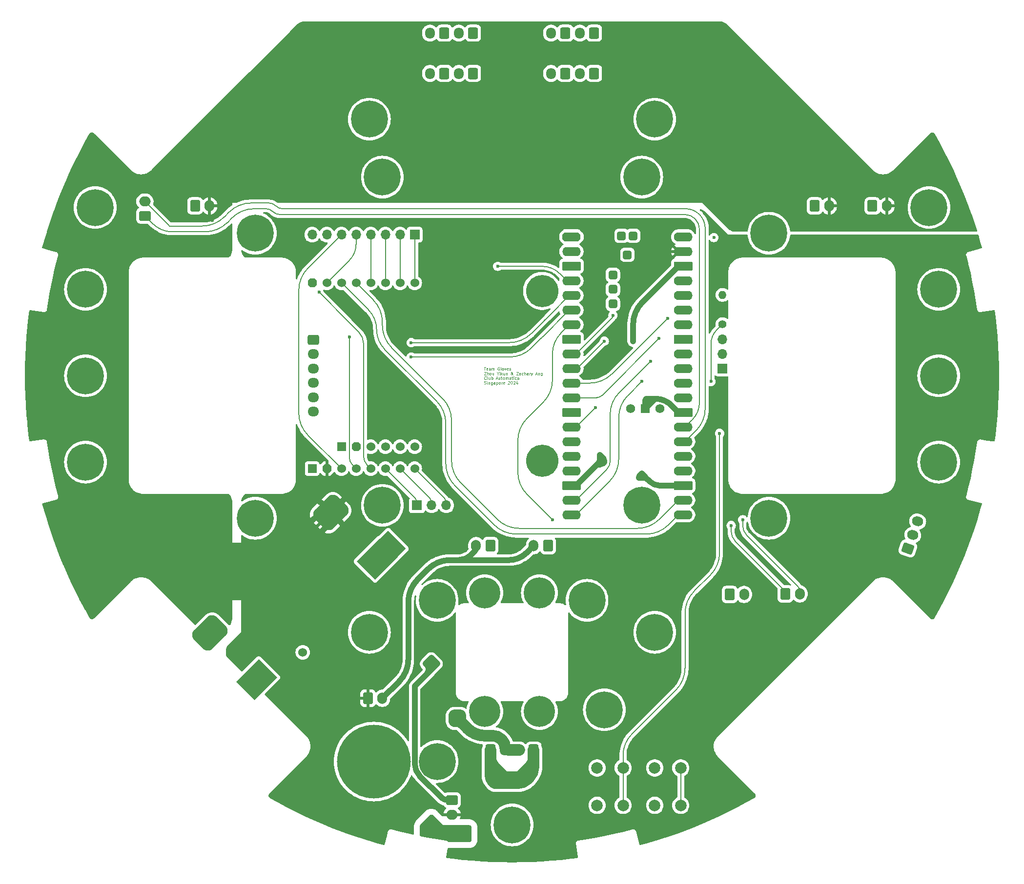
<source format=gbr>
%TF.GenerationSoftware,KiCad,Pcbnew,8.0.3*%
%TF.CreationDate,2024-06-18T02:00:58+08:00*%
%TF.ProjectId,top-rounded,746f702d-726f-4756-9e64-65642e6b6963,1.0.0*%
%TF.SameCoordinates,Original*%
%TF.FileFunction,Copper,L1,Top*%
%TF.FilePolarity,Positive*%
%FSLAX46Y46*%
G04 Gerber Fmt 4.6, Leading zero omitted, Abs format (unit mm)*
G04 Created by KiCad (PCBNEW 8.0.3) date 2024-06-18 02:00:58*
%MOMM*%
%LPD*%
G01*
G04 APERTURE LIST*
G04 Aperture macros list*
%AMRoundRect*
0 Rectangle with rounded corners*
0 $1 Rounding radius*
0 $2 $3 $4 $5 $6 $7 $8 $9 X,Y pos of 4 corners*
0 Add a 4 corners polygon primitive as box body*
4,1,4,$2,$3,$4,$5,$6,$7,$8,$9,$2,$3,0*
0 Add four circle primitives for the rounded corners*
1,1,$1+$1,$2,$3*
1,1,$1+$1,$4,$5*
1,1,$1+$1,$6,$7*
1,1,$1+$1,$8,$9*
0 Add four rect primitives between the rounded corners*
20,1,$1+$1,$2,$3,$4,$5,0*
20,1,$1+$1,$4,$5,$6,$7,0*
20,1,$1+$1,$6,$7,$8,$9,0*
20,1,$1+$1,$8,$9,$2,$3,0*%
%AMHorizOval*
0 Thick line with rounded ends*
0 $1 width*
0 $2 $3 position (X,Y) of the first rounded end (center of the circle)*
0 $4 $5 position (X,Y) of the second rounded end (center of the circle)*
0 Add line between two ends*
20,1,$1,$2,$3,$4,$5,0*
0 Add two circle primitives to create the rounded ends*
1,1,$1,$2,$3*
1,1,$1,$4,$5*%
%AMRotRect*
0 Rectangle, with rotation*
0 The origin of the aperture is its center*
0 $1 length*
0 $2 width*
0 $3 Rotation angle, in degrees counterclockwise*
0 Add horizontal line*
21,1,$1,$2,0,0,$3*%
%AMOutline5P*
0 Free polygon, 5 corners , with rotation*
0 The origin of the aperture is its center*
0 number of corners: always 5*
0 $1 to $10 corner X, Y*
0 $11 Rotation angle, in degrees counterclockwise*
0 create outline with 5 corners*
4,1,5,$1,$2,$3,$4,$5,$6,$7,$8,$9,$10,$1,$2,$11*%
%AMOutline6P*
0 Free polygon, 6 corners , with rotation*
0 The origin of the aperture is its center*
0 number of corners: always 6*
0 $1 to $12 corner X, Y*
0 $13 Rotation angle, in degrees counterclockwise*
0 create outline with 6 corners*
4,1,6,$1,$2,$3,$4,$5,$6,$7,$8,$9,$10,$11,$12,$1,$2,$13*%
%AMOutline7P*
0 Free polygon, 7 corners , with rotation*
0 The origin of the aperture is its center*
0 number of corners: always 7*
0 $1 to $14 corner X, Y*
0 $15 Rotation angle, in degrees counterclockwise*
0 create outline with 7 corners*
4,1,7,$1,$2,$3,$4,$5,$6,$7,$8,$9,$10,$11,$12,$13,$14,$1,$2,$15*%
%AMOutline8P*
0 Free polygon, 8 corners , with rotation*
0 The origin of the aperture is its center*
0 number of corners: always 8*
0 $1 to $16 corner X, Y*
0 $17 Rotation angle, in degrees counterclockwise*
0 create outline with 8 corners*
4,1,8,$1,$2,$3,$4,$5,$6,$7,$8,$9,$10,$11,$12,$13,$14,$15,$16,$1,$2,$17*%
%AMFreePoly0*
4,1,26,1.935306,0.780194,1.989950,0.741421,2.341421,0.389950,2.388777,0.314585,2.400000,0.248529,2.400000,-0.248529,2.380194,-0.335306,2.341421,-0.389950,1.989950,-0.741421,1.914585,-0.788777,1.848529,-0.800000,0.000000,-0.800000,-0.248529,-0.800000,-0.335306,-0.780194,-0.389950,-0.741421,-0.741421,-0.389950,-0.788777,-0.314585,-0.800000,-0.248529,-0.800000,0.248529,-0.780194,0.335306,
-0.741421,0.389950,-0.389950,0.741421,-0.314585,0.788777,-0.248529,0.800000,1.848529,0.800000,1.935306,0.780194,1.935306,0.780194,$1*%
%AMFreePoly1*
4,1,26,0.335306,0.780194,0.389950,0.741421,0.741421,0.389950,0.788777,0.314585,0.800000,0.248529,0.800000,-0.248529,0.780194,-0.335306,0.741421,-0.389950,0.389950,-0.741421,0.314585,-0.788777,0.248529,-0.800000,0.000000,-0.800000,-0.248529,-0.800000,-0.335306,-0.780194,-0.389950,-0.741421,-0.741421,-0.389950,-0.788777,-0.314585,-0.800000,-0.248529,-0.800000,0.248529,-0.780194,0.335306,
-0.741421,0.389950,-0.389950,0.741421,-0.314585,0.788777,-0.248529,0.800000,0.248529,0.800000,0.335306,0.780194,0.335306,0.780194,$1*%
G04 Aperture macros list end*
%ADD10C,0.120000*%
%TA.AperFunction,NonConductor*%
%ADD11C,0.120000*%
%TD*%
%TA.AperFunction,ComponentPad*%
%ADD12RoundRect,0.250000X-0.600000X-0.750000X0.600000X-0.750000X0.600000X0.750000X-0.600000X0.750000X0*%
%TD*%
%TA.AperFunction,ComponentPad*%
%ADD13O,1.700000X2.000000*%
%TD*%
%TA.AperFunction,ComponentPad*%
%ADD14C,0.800000*%
%TD*%
%TA.AperFunction,ComponentPad*%
%ADD15C,6.400000*%
%TD*%
%TA.AperFunction,WasherPad*%
%ADD16C,5.600000*%
%TD*%
%TA.AperFunction,ComponentPad*%
%ADD17C,1.524000*%
%TD*%
%TA.AperFunction,ComponentPad*%
%ADD18Outline8P,-0.762000X0.381000X-0.381000X0.762000X0.381000X0.762000X0.762000X0.381000X0.762000X-0.381000X0.381000X-0.762000X-0.381000X-0.762000X-0.762000X-0.381000X270.000000*%
%TD*%
%TA.AperFunction,ComponentPad*%
%ADD19R,1.524000X1.524000*%
%TD*%
%TA.AperFunction,ComponentPad*%
%ADD20C,5.400000*%
%TD*%
%TA.AperFunction,ComponentPad*%
%ADD21RoundRect,0.250000X0.750000X-0.600000X0.750000X0.600000X-0.750000X0.600000X-0.750000X-0.600000X0*%
%TD*%
%TA.AperFunction,ComponentPad*%
%ADD22O,2.000000X1.700000*%
%TD*%
%TA.AperFunction,ComponentPad*%
%ADD23R,1.700000X1.700000*%
%TD*%
%TA.AperFunction,ComponentPad*%
%ADD24O,1.700000X1.700000*%
%TD*%
%TA.AperFunction,ComponentPad*%
%ADD25C,2.000000*%
%TD*%
%TA.AperFunction,SMDPad,CuDef*%
%ADD26FreePoly0,0.000000*%
%TD*%
%TA.AperFunction,ComponentPad*%
%ADD27FreePoly1,0.000000*%
%TD*%
%TA.AperFunction,SMDPad,CuDef*%
%ADD28O,3.200000X1.600000*%
%TD*%
%TA.AperFunction,ComponentPad*%
%ADD29C,1.600000*%
%TD*%
%TA.AperFunction,SMDPad,CuDef*%
%ADD30RoundRect,0.200000X-1.400000X-0.600000X1.400000X-0.600000X1.400000X0.600000X-1.400000X0.600000X0*%
%TD*%
%TA.AperFunction,ComponentPad*%
%ADD31RoundRect,0.200000X-0.600000X-0.600000X0.600000X-0.600000X0.600000X0.600000X-0.600000X0.600000X0*%
%TD*%
%TA.AperFunction,ComponentPad*%
%ADD32C,1.574800*%
%TD*%
%TA.AperFunction,ComponentPad*%
%ADD33R,1.574800X1.574800*%
%TD*%
%TA.AperFunction,TestPad*%
%ADD34RoundRect,0.300000X-0.450000X-0.450000X0.450000X-0.450000X0.450000X0.450000X-0.450000X0.450000X0*%
%TD*%
%TA.AperFunction,ComponentPad*%
%ADD35RoundRect,0.250000X0.476065X-0.811780X0.886489X0.315851X-0.476065X0.811780X-0.886489X-0.315851X0*%
%TD*%
%TA.AperFunction,ComponentPad*%
%ADD36HorizOval,1.700000X-0.117462X0.042753X0.117462X-0.042753X0*%
%TD*%
%TA.AperFunction,SMDPad,CuDef*%
%ADD37RotRect,4.528000X5.544000X315.000000*%
%TD*%
%TA.AperFunction,ComponentPad*%
%ADD38RotRect,1.700000X1.700000X315.000000*%
%TD*%
%TA.AperFunction,SMDPad,CuDef*%
%ADD39RoundRect,1.132000X-1.960100X-0.359210X-0.359210X-1.960100X1.960100X0.359210X0.359210X1.960100X0*%
%TD*%
%TA.AperFunction,ComponentPad*%
%ADD40C,1.700000*%
%TD*%
%TA.AperFunction,ComponentPad*%
%ADD41RoundRect,0.250000X-0.750000X0.600000X-0.750000X-0.600000X0.750000X-0.600000X0.750000X0.600000X0*%
%TD*%
%TA.AperFunction,ComponentPad*%
%ADD42C,1.400000*%
%TD*%
%TA.AperFunction,ComponentPad*%
%ADD43O,1.400000X1.400000*%
%TD*%
%TA.AperFunction,ComponentPad*%
%ADD44C,0.900000*%
%TD*%
%TA.AperFunction,ComponentPad*%
%ADD45C,12.800000*%
%TD*%
%TA.AperFunction,ComponentPad*%
%ADD46RoundRect,0.250000X0.600000X0.725000X-0.600000X0.725000X-0.600000X-0.725000X0.600000X-0.725000X0*%
%TD*%
%TA.AperFunction,ComponentPad*%
%ADD47O,1.700000X1.950000*%
%TD*%
%TA.AperFunction,ComponentPad*%
%ADD48RoundRect,0.250000X-0.725000X0.600000X-0.725000X-0.600000X0.725000X-0.600000X0.725000X0.600000X0*%
%TD*%
%TA.AperFunction,ComponentPad*%
%ADD49O,1.950000X1.700000*%
%TD*%
%TA.AperFunction,ComponentPad*%
%ADD50RoundRect,0.250000X0.600000X0.750000X-0.600000X0.750000X-0.600000X-0.750000X0.600000X-0.750000X0*%
%TD*%
%TA.AperFunction,ViaPad*%
%ADD51C,0.600000*%
%TD*%
%TA.AperFunction,Conductor*%
%ADD52C,0.200000*%
%TD*%
%TA.AperFunction,Conductor*%
%ADD53C,1.000000*%
%TD*%
%TA.AperFunction,Conductor*%
%ADD54C,2.000000*%
%TD*%
G04 APERTURE END LIST*
D10*
D11*
X95126566Y-98517611D02*
X95412280Y-98517611D01*
X95269423Y-99017611D02*
X95269423Y-98517611D01*
X95769422Y-98993802D02*
X95721803Y-99017611D01*
X95721803Y-99017611D02*
X95626565Y-99017611D01*
X95626565Y-99017611D02*
X95578946Y-98993802D01*
X95578946Y-98993802D02*
X95555137Y-98946182D01*
X95555137Y-98946182D02*
X95555137Y-98755706D01*
X95555137Y-98755706D02*
X95578946Y-98708087D01*
X95578946Y-98708087D02*
X95626565Y-98684278D01*
X95626565Y-98684278D02*
X95721803Y-98684278D01*
X95721803Y-98684278D02*
X95769422Y-98708087D01*
X95769422Y-98708087D02*
X95793232Y-98755706D01*
X95793232Y-98755706D02*
X95793232Y-98803325D01*
X95793232Y-98803325D02*
X95555137Y-98850944D01*
X96221803Y-99017611D02*
X96221803Y-98755706D01*
X96221803Y-98755706D02*
X96197993Y-98708087D01*
X96197993Y-98708087D02*
X96150374Y-98684278D01*
X96150374Y-98684278D02*
X96055136Y-98684278D01*
X96055136Y-98684278D02*
X96007517Y-98708087D01*
X96221803Y-98993802D02*
X96174184Y-99017611D01*
X96174184Y-99017611D02*
X96055136Y-99017611D01*
X96055136Y-99017611D02*
X96007517Y-98993802D01*
X96007517Y-98993802D02*
X95983708Y-98946182D01*
X95983708Y-98946182D02*
X95983708Y-98898563D01*
X95983708Y-98898563D02*
X96007517Y-98850944D01*
X96007517Y-98850944D02*
X96055136Y-98827135D01*
X96055136Y-98827135D02*
X96174184Y-98827135D01*
X96174184Y-98827135D02*
X96221803Y-98803325D01*
X96459898Y-99017611D02*
X96459898Y-98684278D01*
X96459898Y-98731897D02*
X96483708Y-98708087D01*
X96483708Y-98708087D02*
X96531327Y-98684278D01*
X96531327Y-98684278D02*
X96602755Y-98684278D01*
X96602755Y-98684278D02*
X96650374Y-98708087D01*
X96650374Y-98708087D02*
X96674184Y-98755706D01*
X96674184Y-98755706D02*
X96674184Y-99017611D01*
X96674184Y-98755706D02*
X96697993Y-98708087D01*
X96697993Y-98708087D02*
X96745612Y-98684278D01*
X96745612Y-98684278D02*
X96817041Y-98684278D01*
X96817041Y-98684278D02*
X96864660Y-98708087D01*
X96864660Y-98708087D02*
X96888470Y-98755706D01*
X96888470Y-98755706D02*
X96888470Y-99017611D01*
X97769422Y-98541421D02*
X97721803Y-98517611D01*
X97721803Y-98517611D02*
X97650374Y-98517611D01*
X97650374Y-98517611D02*
X97578946Y-98541421D01*
X97578946Y-98541421D02*
X97531327Y-98589040D01*
X97531327Y-98589040D02*
X97507517Y-98636659D01*
X97507517Y-98636659D02*
X97483708Y-98731897D01*
X97483708Y-98731897D02*
X97483708Y-98803325D01*
X97483708Y-98803325D02*
X97507517Y-98898563D01*
X97507517Y-98898563D02*
X97531327Y-98946182D01*
X97531327Y-98946182D02*
X97578946Y-98993802D01*
X97578946Y-98993802D02*
X97650374Y-99017611D01*
X97650374Y-99017611D02*
X97697993Y-99017611D01*
X97697993Y-99017611D02*
X97769422Y-98993802D01*
X97769422Y-98993802D02*
X97793231Y-98969992D01*
X97793231Y-98969992D02*
X97793231Y-98803325D01*
X97793231Y-98803325D02*
X97697993Y-98803325D01*
X98078946Y-99017611D02*
X98031327Y-98993802D01*
X98031327Y-98993802D02*
X98007517Y-98946182D01*
X98007517Y-98946182D02*
X98007517Y-98517611D01*
X98340851Y-99017611D02*
X98293232Y-98993802D01*
X98293232Y-98993802D02*
X98269422Y-98969992D01*
X98269422Y-98969992D02*
X98245613Y-98922373D01*
X98245613Y-98922373D02*
X98245613Y-98779516D01*
X98245613Y-98779516D02*
X98269422Y-98731897D01*
X98269422Y-98731897D02*
X98293232Y-98708087D01*
X98293232Y-98708087D02*
X98340851Y-98684278D01*
X98340851Y-98684278D02*
X98412279Y-98684278D01*
X98412279Y-98684278D02*
X98459898Y-98708087D01*
X98459898Y-98708087D02*
X98483708Y-98731897D01*
X98483708Y-98731897D02*
X98507517Y-98779516D01*
X98507517Y-98779516D02*
X98507517Y-98922373D01*
X98507517Y-98922373D02*
X98483708Y-98969992D01*
X98483708Y-98969992D02*
X98459898Y-98993802D01*
X98459898Y-98993802D02*
X98412279Y-99017611D01*
X98412279Y-99017611D02*
X98340851Y-99017611D01*
X98674184Y-98684278D02*
X98793232Y-99017611D01*
X98793232Y-99017611D02*
X98912279Y-98684278D01*
X99293231Y-98993802D02*
X99245612Y-99017611D01*
X99245612Y-99017611D02*
X99150374Y-99017611D01*
X99150374Y-99017611D02*
X99102755Y-98993802D01*
X99102755Y-98993802D02*
X99078946Y-98946182D01*
X99078946Y-98946182D02*
X99078946Y-98755706D01*
X99078946Y-98755706D02*
X99102755Y-98708087D01*
X99102755Y-98708087D02*
X99150374Y-98684278D01*
X99150374Y-98684278D02*
X99245612Y-98684278D01*
X99245612Y-98684278D02*
X99293231Y-98708087D01*
X99293231Y-98708087D02*
X99317041Y-98755706D01*
X99317041Y-98755706D02*
X99317041Y-98803325D01*
X99317041Y-98803325D02*
X99078946Y-98850944D01*
X99507517Y-98993802D02*
X99555136Y-99017611D01*
X99555136Y-99017611D02*
X99650374Y-99017611D01*
X99650374Y-99017611D02*
X99697993Y-98993802D01*
X99697993Y-98993802D02*
X99721802Y-98946182D01*
X99721802Y-98946182D02*
X99721802Y-98922373D01*
X99721802Y-98922373D02*
X99697993Y-98874754D01*
X99697993Y-98874754D02*
X99650374Y-98850944D01*
X99650374Y-98850944D02*
X99578945Y-98850944D01*
X99578945Y-98850944D02*
X99531326Y-98827135D01*
X99531326Y-98827135D02*
X99507517Y-98779516D01*
X99507517Y-98779516D02*
X99507517Y-98755706D01*
X99507517Y-98755706D02*
X99531326Y-98708087D01*
X99531326Y-98708087D02*
X99578945Y-98684278D01*
X99578945Y-98684278D02*
X99650374Y-98684278D01*
X99650374Y-98684278D02*
X99697993Y-98708087D01*
X95150375Y-99322583D02*
X95483708Y-99322583D01*
X95483708Y-99322583D02*
X95150375Y-99822583D01*
X95150375Y-99822583D02*
X95483708Y-99822583D01*
X95674184Y-99822583D02*
X95674184Y-99322583D01*
X95888470Y-99822583D02*
X95888470Y-99560678D01*
X95888470Y-99560678D02*
X95864660Y-99513059D01*
X95864660Y-99513059D02*
X95817041Y-99489250D01*
X95817041Y-99489250D02*
X95745613Y-99489250D01*
X95745613Y-99489250D02*
X95697994Y-99513059D01*
X95697994Y-99513059D02*
X95674184Y-99536869D01*
X96197994Y-99822583D02*
X96150375Y-99798774D01*
X96150375Y-99798774D02*
X96126565Y-99774964D01*
X96126565Y-99774964D02*
X96102756Y-99727345D01*
X96102756Y-99727345D02*
X96102756Y-99584488D01*
X96102756Y-99584488D02*
X96126565Y-99536869D01*
X96126565Y-99536869D02*
X96150375Y-99513059D01*
X96150375Y-99513059D02*
X96197994Y-99489250D01*
X96197994Y-99489250D02*
X96269422Y-99489250D01*
X96269422Y-99489250D02*
X96317041Y-99513059D01*
X96317041Y-99513059D02*
X96340851Y-99536869D01*
X96340851Y-99536869D02*
X96364660Y-99584488D01*
X96364660Y-99584488D02*
X96364660Y-99727345D01*
X96364660Y-99727345D02*
X96340851Y-99774964D01*
X96340851Y-99774964D02*
X96317041Y-99798774D01*
X96317041Y-99798774D02*
X96269422Y-99822583D01*
X96269422Y-99822583D02*
X96197994Y-99822583D01*
X96793232Y-99489250D02*
X96793232Y-99822583D01*
X96578946Y-99489250D02*
X96578946Y-99751154D01*
X96578946Y-99751154D02*
X96602756Y-99798774D01*
X96602756Y-99798774D02*
X96650375Y-99822583D01*
X96650375Y-99822583D02*
X96721803Y-99822583D01*
X96721803Y-99822583D02*
X96769422Y-99798774D01*
X96769422Y-99798774D02*
X96793232Y-99774964D01*
X97507517Y-99584488D02*
X97507517Y-99822583D01*
X97340851Y-99322583D02*
X97507517Y-99584488D01*
X97507517Y-99584488D02*
X97674184Y-99322583D01*
X97840850Y-99822583D02*
X97840850Y-99489250D01*
X97840850Y-99322583D02*
X97817041Y-99346393D01*
X97817041Y-99346393D02*
X97840850Y-99370202D01*
X97840850Y-99370202D02*
X97864660Y-99346393D01*
X97864660Y-99346393D02*
X97840850Y-99322583D01*
X97840850Y-99322583D02*
X97840850Y-99370202D01*
X98078945Y-99822583D02*
X98078945Y-99322583D01*
X98126564Y-99632107D02*
X98269421Y-99822583D01*
X98269421Y-99489250D02*
X98078945Y-99679726D01*
X98697993Y-99489250D02*
X98697993Y-99822583D01*
X98483707Y-99489250D02*
X98483707Y-99751154D01*
X98483707Y-99751154D02*
X98507517Y-99798774D01*
X98507517Y-99798774D02*
X98555136Y-99822583D01*
X98555136Y-99822583D02*
X98626564Y-99822583D01*
X98626564Y-99822583D02*
X98674183Y-99798774D01*
X98674183Y-99798774D02*
X98697993Y-99774964D01*
X98936088Y-99489250D02*
X98936088Y-99822583D01*
X98936088Y-99536869D02*
X98959898Y-99513059D01*
X98959898Y-99513059D02*
X99007517Y-99489250D01*
X99007517Y-99489250D02*
X99078945Y-99489250D01*
X99078945Y-99489250D02*
X99126564Y-99513059D01*
X99126564Y-99513059D02*
X99150374Y-99560678D01*
X99150374Y-99560678D02*
X99150374Y-99822583D01*
X100174183Y-99822583D02*
X100150374Y-99822583D01*
X100150374Y-99822583D02*
X100102754Y-99798774D01*
X100102754Y-99798774D02*
X100031326Y-99727345D01*
X100031326Y-99727345D02*
X99912278Y-99584488D01*
X99912278Y-99584488D02*
X99864659Y-99513059D01*
X99864659Y-99513059D02*
X99840850Y-99441631D01*
X99840850Y-99441631D02*
X99840850Y-99394012D01*
X99840850Y-99394012D02*
X99864659Y-99346393D01*
X99864659Y-99346393D02*
X99912278Y-99322583D01*
X99912278Y-99322583D02*
X99936088Y-99322583D01*
X99936088Y-99322583D02*
X99983707Y-99346393D01*
X99983707Y-99346393D02*
X100007516Y-99394012D01*
X100007516Y-99394012D02*
X100007516Y-99417821D01*
X100007516Y-99417821D02*
X99983707Y-99465440D01*
X99983707Y-99465440D02*
X99959897Y-99489250D01*
X99959897Y-99489250D02*
X99817040Y-99584488D01*
X99817040Y-99584488D02*
X99793231Y-99608297D01*
X99793231Y-99608297D02*
X99769421Y-99655916D01*
X99769421Y-99655916D02*
X99769421Y-99727345D01*
X99769421Y-99727345D02*
X99793231Y-99774964D01*
X99793231Y-99774964D02*
X99817040Y-99798774D01*
X99817040Y-99798774D02*
X99864659Y-99822583D01*
X99864659Y-99822583D02*
X99936088Y-99822583D01*
X99936088Y-99822583D02*
X99983707Y-99798774D01*
X99983707Y-99798774D02*
X100007516Y-99774964D01*
X100007516Y-99774964D02*
X100078945Y-99679726D01*
X100078945Y-99679726D02*
X100102754Y-99608297D01*
X100102754Y-99608297D02*
X100102754Y-99560678D01*
X100721802Y-99322583D02*
X101055135Y-99322583D01*
X101055135Y-99322583D02*
X100721802Y-99822583D01*
X100721802Y-99822583D02*
X101055135Y-99822583D01*
X101459897Y-99822583D02*
X101459897Y-99560678D01*
X101459897Y-99560678D02*
X101436087Y-99513059D01*
X101436087Y-99513059D02*
X101388468Y-99489250D01*
X101388468Y-99489250D02*
X101293230Y-99489250D01*
X101293230Y-99489250D02*
X101245611Y-99513059D01*
X101459897Y-99798774D02*
X101412278Y-99822583D01*
X101412278Y-99822583D02*
X101293230Y-99822583D01*
X101293230Y-99822583D02*
X101245611Y-99798774D01*
X101245611Y-99798774D02*
X101221802Y-99751154D01*
X101221802Y-99751154D02*
X101221802Y-99703535D01*
X101221802Y-99703535D02*
X101245611Y-99655916D01*
X101245611Y-99655916D02*
X101293230Y-99632107D01*
X101293230Y-99632107D02*
X101412278Y-99632107D01*
X101412278Y-99632107D02*
X101459897Y-99608297D01*
X101912278Y-99798774D02*
X101864659Y-99822583D01*
X101864659Y-99822583D02*
X101769421Y-99822583D01*
X101769421Y-99822583D02*
X101721802Y-99798774D01*
X101721802Y-99798774D02*
X101697992Y-99774964D01*
X101697992Y-99774964D02*
X101674183Y-99727345D01*
X101674183Y-99727345D02*
X101674183Y-99584488D01*
X101674183Y-99584488D02*
X101697992Y-99536869D01*
X101697992Y-99536869D02*
X101721802Y-99513059D01*
X101721802Y-99513059D02*
X101769421Y-99489250D01*
X101769421Y-99489250D02*
X101864659Y-99489250D01*
X101864659Y-99489250D02*
X101912278Y-99513059D01*
X102126563Y-99822583D02*
X102126563Y-99322583D01*
X102340849Y-99822583D02*
X102340849Y-99560678D01*
X102340849Y-99560678D02*
X102317039Y-99513059D01*
X102317039Y-99513059D02*
X102269420Y-99489250D01*
X102269420Y-99489250D02*
X102197992Y-99489250D01*
X102197992Y-99489250D02*
X102150373Y-99513059D01*
X102150373Y-99513059D02*
X102126563Y-99536869D01*
X102793230Y-99822583D02*
X102793230Y-99560678D01*
X102793230Y-99560678D02*
X102769420Y-99513059D01*
X102769420Y-99513059D02*
X102721801Y-99489250D01*
X102721801Y-99489250D02*
X102626563Y-99489250D01*
X102626563Y-99489250D02*
X102578944Y-99513059D01*
X102793230Y-99798774D02*
X102745611Y-99822583D01*
X102745611Y-99822583D02*
X102626563Y-99822583D01*
X102626563Y-99822583D02*
X102578944Y-99798774D01*
X102578944Y-99798774D02*
X102555135Y-99751154D01*
X102555135Y-99751154D02*
X102555135Y-99703535D01*
X102555135Y-99703535D02*
X102578944Y-99655916D01*
X102578944Y-99655916D02*
X102626563Y-99632107D01*
X102626563Y-99632107D02*
X102745611Y-99632107D01*
X102745611Y-99632107D02*
X102793230Y-99608297D01*
X103031325Y-99822583D02*
X103031325Y-99489250D01*
X103031325Y-99584488D02*
X103055135Y-99536869D01*
X103055135Y-99536869D02*
X103078944Y-99513059D01*
X103078944Y-99513059D02*
X103126563Y-99489250D01*
X103126563Y-99489250D02*
X103174182Y-99489250D01*
X103293230Y-99489250D02*
X103412278Y-99822583D01*
X103531325Y-99489250D02*
X103412278Y-99822583D01*
X103412278Y-99822583D02*
X103364659Y-99941631D01*
X103364659Y-99941631D02*
X103340849Y-99965440D01*
X103340849Y-99965440D02*
X103293230Y-99989250D01*
X104078944Y-99679726D02*
X104317039Y-99679726D01*
X104031325Y-99822583D02*
X104197991Y-99322583D01*
X104197991Y-99322583D02*
X104364658Y-99822583D01*
X104531324Y-99489250D02*
X104531324Y-99822583D01*
X104531324Y-99536869D02*
X104555134Y-99513059D01*
X104555134Y-99513059D02*
X104602753Y-99489250D01*
X104602753Y-99489250D02*
X104674181Y-99489250D01*
X104674181Y-99489250D02*
X104721800Y-99513059D01*
X104721800Y-99513059D02*
X104745610Y-99560678D01*
X104745610Y-99560678D02*
X104745610Y-99822583D01*
X105197991Y-99489250D02*
X105197991Y-99894012D01*
X105197991Y-99894012D02*
X105174181Y-99941631D01*
X105174181Y-99941631D02*
X105150372Y-99965440D01*
X105150372Y-99965440D02*
X105102753Y-99989250D01*
X105102753Y-99989250D02*
X105031324Y-99989250D01*
X105031324Y-99989250D02*
X104983705Y-99965440D01*
X105197991Y-99798774D02*
X105150372Y-99822583D01*
X105150372Y-99822583D02*
X105055134Y-99822583D01*
X105055134Y-99822583D02*
X105007515Y-99798774D01*
X105007515Y-99798774D02*
X104983705Y-99774964D01*
X104983705Y-99774964D02*
X104959896Y-99727345D01*
X104959896Y-99727345D02*
X104959896Y-99584488D01*
X104959896Y-99584488D02*
X104983705Y-99536869D01*
X104983705Y-99536869D02*
X105007515Y-99513059D01*
X105007515Y-99513059D02*
X105055134Y-99489250D01*
X105055134Y-99489250D02*
X105150372Y-99489250D01*
X105150372Y-99489250D02*
X105197991Y-99513059D01*
X95483708Y-100579936D02*
X95459899Y-100603746D01*
X95459899Y-100603746D02*
X95388470Y-100627555D01*
X95388470Y-100627555D02*
X95340851Y-100627555D01*
X95340851Y-100627555D02*
X95269423Y-100603746D01*
X95269423Y-100603746D02*
X95221804Y-100556126D01*
X95221804Y-100556126D02*
X95197994Y-100508507D01*
X95197994Y-100508507D02*
X95174185Y-100413269D01*
X95174185Y-100413269D02*
X95174185Y-100341841D01*
X95174185Y-100341841D02*
X95197994Y-100246603D01*
X95197994Y-100246603D02*
X95221804Y-100198984D01*
X95221804Y-100198984D02*
X95269423Y-100151365D01*
X95269423Y-100151365D02*
X95340851Y-100127555D01*
X95340851Y-100127555D02*
X95388470Y-100127555D01*
X95388470Y-100127555D02*
X95459899Y-100151365D01*
X95459899Y-100151365D02*
X95483708Y-100175174D01*
X95769423Y-100627555D02*
X95721804Y-100603746D01*
X95721804Y-100603746D02*
X95697994Y-100556126D01*
X95697994Y-100556126D02*
X95697994Y-100127555D01*
X96174185Y-100294222D02*
X96174185Y-100627555D01*
X95959899Y-100294222D02*
X95959899Y-100556126D01*
X95959899Y-100556126D02*
X95983709Y-100603746D01*
X95983709Y-100603746D02*
X96031328Y-100627555D01*
X96031328Y-100627555D02*
X96102756Y-100627555D01*
X96102756Y-100627555D02*
X96150375Y-100603746D01*
X96150375Y-100603746D02*
X96174185Y-100579936D01*
X96412280Y-100627555D02*
X96412280Y-100127555D01*
X96412280Y-100318031D02*
X96459899Y-100294222D01*
X96459899Y-100294222D02*
X96555137Y-100294222D01*
X96555137Y-100294222D02*
X96602756Y-100318031D01*
X96602756Y-100318031D02*
X96626566Y-100341841D01*
X96626566Y-100341841D02*
X96650375Y-100389460D01*
X96650375Y-100389460D02*
X96650375Y-100532317D01*
X96650375Y-100532317D02*
X96626566Y-100579936D01*
X96626566Y-100579936D02*
X96602756Y-100603746D01*
X96602756Y-100603746D02*
X96555137Y-100627555D01*
X96555137Y-100627555D02*
X96459899Y-100627555D01*
X96459899Y-100627555D02*
X96412280Y-100603746D01*
X97221804Y-100484698D02*
X97459899Y-100484698D01*
X97174185Y-100627555D02*
X97340851Y-100127555D01*
X97340851Y-100127555D02*
X97507518Y-100627555D01*
X97888470Y-100294222D02*
X97888470Y-100627555D01*
X97674184Y-100294222D02*
X97674184Y-100556126D01*
X97674184Y-100556126D02*
X97697994Y-100603746D01*
X97697994Y-100603746D02*
X97745613Y-100627555D01*
X97745613Y-100627555D02*
X97817041Y-100627555D01*
X97817041Y-100627555D02*
X97864660Y-100603746D01*
X97864660Y-100603746D02*
X97888470Y-100579936D01*
X98055137Y-100294222D02*
X98245613Y-100294222D01*
X98126565Y-100127555D02*
X98126565Y-100556126D01*
X98126565Y-100556126D02*
X98150375Y-100603746D01*
X98150375Y-100603746D02*
X98197994Y-100627555D01*
X98197994Y-100627555D02*
X98245613Y-100627555D01*
X98483708Y-100627555D02*
X98436089Y-100603746D01*
X98436089Y-100603746D02*
X98412279Y-100579936D01*
X98412279Y-100579936D02*
X98388470Y-100532317D01*
X98388470Y-100532317D02*
X98388470Y-100389460D01*
X98388470Y-100389460D02*
X98412279Y-100341841D01*
X98412279Y-100341841D02*
X98436089Y-100318031D01*
X98436089Y-100318031D02*
X98483708Y-100294222D01*
X98483708Y-100294222D02*
X98555136Y-100294222D01*
X98555136Y-100294222D02*
X98602755Y-100318031D01*
X98602755Y-100318031D02*
X98626565Y-100341841D01*
X98626565Y-100341841D02*
X98650374Y-100389460D01*
X98650374Y-100389460D02*
X98650374Y-100532317D01*
X98650374Y-100532317D02*
X98626565Y-100579936D01*
X98626565Y-100579936D02*
X98602755Y-100603746D01*
X98602755Y-100603746D02*
X98555136Y-100627555D01*
X98555136Y-100627555D02*
X98483708Y-100627555D01*
X98864660Y-100627555D02*
X98864660Y-100294222D01*
X98864660Y-100341841D02*
X98888470Y-100318031D01*
X98888470Y-100318031D02*
X98936089Y-100294222D01*
X98936089Y-100294222D02*
X99007517Y-100294222D01*
X99007517Y-100294222D02*
X99055136Y-100318031D01*
X99055136Y-100318031D02*
X99078946Y-100365650D01*
X99078946Y-100365650D02*
X99078946Y-100627555D01*
X99078946Y-100365650D02*
X99102755Y-100318031D01*
X99102755Y-100318031D02*
X99150374Y-100294222D01*
X99150374Y-100294222D02*
X99221803Y-100294222D01*
X99221803Y-100294222D02*
X99269422Y-100318031D01*
X99269422Y-100318031D02*
X99293232Y-100365650D01*
X99293232Y-100365650D02*
X99293232Y-100627555D01*
X99745613Y-100627555D02*
X99745613Y-100365650D01*
X99745613Y-100365650D02*
X99721803Y-100318031D01*
X99721803Y-100318031D02*
X99674184Y-100294222D01*
X99674184Y-100294222D02*
X99578946Y-100294222D01*
X99578946Y-100294222D02*
X99531327Y-100318031D01*
X99745613Y-100603746D02*
X99697994Y-100627555D01*
X99697994Y-100627555D02*
X99578946Y-100627555D01*
X99578946Y-100627555D02*
X99531327Y-100603746D01*
X99531327Y-100603746D02*
X99507518Y-100556126D01*
X99507518Y-100556126D02*
X99507518Y-100508507D01*
X99507518Y-100508507D02*
X99531327Y-100460888D01*
X99531327Y-100460888D02*
X99578946Y-100437079D01*
X99578946Y-100437079D02*
X99697994Y-100437079D01*
X99697994Y-100437079D02*
X99745613Y-100413269D01*
X99912280Y-100294222D02*
X100102756Y-100294222D01*
X99983708Y-100127555D02*
X99983708Y-100556126D01*
X99983708Y-100556126D02*
X100007518Y-100603746D01*
X100007518Y-100603746D02*
X100055137Y-100627555D01*
X100055137Y-100627555D02*
X100102756Y-100627555D01*
X100269422Y-100627555D02*
X100269422Y-100294222D01*
X100269422Y-100127555D02*
X100245613Y-100151365D01*
X100245613Y-100151365D02*
X100269422Y-100175174D01*
X100269422Y-100175174D02*
X100293232Y-100151365D01*
X100293232Y-100151365D02*
X100269422Y-100127555D01*
X100269422Y-100127555D02*
X100269422Y-100175174D01*
X100721803Y-100603746D02*
X100674184Y-100627555D01*
X100674184Y-100627555D02*
X100578946Y-100627555D01*
X100578946Y-100627555D02*
X100531327Y-100603746D01*
X100531327Y-100603746D02*
X100507517Y-100579936D01*
X100507517Y-100579936D02*
X100483708Y-100532317D01*
X100483708Y-100532317D02*
X100483708Y-100389460D01*
X100483708Y-100389460D02*
X100507517Y-100341841D01*
X100507517Y-100341841D02*
X100531327Y-100318031D01*
X100531327Y-100318031D02*
X100578946Y-100294222D01*
X100578946Y-100294222D02*
X100674184Y-100294222D01*
X100674184Y-100294222D02*
X100721803Y-100318031D01*
X101150374Y-100627555D02*
X101150374Y-100365650D01*
X101150374Y-100365650D02*
X101126564Y-100318031D01*
X101126564Y-100318031D02*
X101078945Y-100294222D01*
X101078945Y-100294222D02*
X100983707Y-100294222D01*
X100983707Y-100294222D02*
X100936088Y-100318031D01*
X101150374Y-100603746D02*
X101102755Y-100627555D01*
X101102755Y-100627555D02*
X100983707Y-100627555D01*
X100983707Y-100627555D02*
X100936088Y-100603746D01*
X100936088Y-100603746D02*
X100912279Y-100556126D01*
X100912279Y-100556126D02*
X100912279Y-100508507D01*
X100912279Y-100508507D02*
X100936088Y-100460888D01*
X100936088Y-100460888D02*
X100983707Y-100437079D01*
X100983707Y-100437079D02*
X101102755Y-100437079D01*
X101102755Y-100437079D02*
X101150374Y-100413269D01*
X95174185Y-101408718D02*
X95245613Y-101432527D01*
X95245613Y-101432527D02*
X95364661Y-101432527D01*
X95364661Y-101432527D02*
X95412280Y-101408718D01*
X95412280Y-101408718D02*
X95436089Y-101384908D01*
X95436089Y-101384908D02*
X95459899Y-101337289D01*
X95459899Y-101337289D02*
X95459899Y-101289670D01*
X95459899Y-101289670D02*
X95436089Y-101242051D01*
X95436089Y-101242051D02*
X95412280Y-101218241D01*
X95412280Y-101218241D02*
X95364661Y-101194432D01*
X95364661Y-101194432D02*
X95269423Y-101170622D01*
X95269423Y-101170622D02*
X95221804Y-101146813D01*
X95221804Y-101146813D02*
X95197994Y-101123003D01*
X95197994Y-101123003D02*
X95174185Y-101075384D01*
X95174185Y-101075384D02*
X95174185Y-101027765D01*
X95174185Y-101027765D02*
X95197994Y-100980146D01*
X95197994Y-100980146D02*
X95221804Y-100956337D01*
X95221804Y-100956337D02*
X95269423Y-100932527D01*
X95269423Y-100932527D02*
X95388470Y-100932527D01*
X95388470Y-100932527D02*
X95459899Y-100956337D01*
X95674184Y-101432527D02*
X95674184Y-101099194D01*
X95674184Y-100932527D02*
X95650375Y-100956337D01*
X95650375Y-100956337D02*
X95674184Y-100980146D01*
X95674184Y-100980146D02*
X95697994Y-100956337D01*
X95697994Y-100956337D02*
X95674184Y-100932527D01*
X95674184Y-100932527D02*
X95674184Y-100980146D01*
X95912279Y-101099194D02*
X95912279Y-101432527D01*
X95912279Y-101146813D02*
X95936089Y-101123003D01*
X95936089Y-101123003D02*
X95983708Y-101099194D01*
X95983708Y-101099194D02*
X96055136Y-101099194D01*
X96055136Y-101099194D02*
X96102755Y-101123003D01*
X96102755Y-101123003D02*
X96126565Y-101170622D01*
X96126565Y-101170622D02*
X96126565Y-101432527D01*
X96578946Y-101099194D02*
X96578946Y-101503956D01*
X96578946Y-101503956D02*
X96555136Y-101551575D01*
X96555136Y-101551575D02*
X96531327Y-101575384D01*
X96531327Y-101575384D02*
X96483708Y-101599194D01*
X96483708Y-101599194D02*
X96412279Y-101599194D01*
X96412279Y-101599194D02*
X96364660Y-101575384D01*
X96578946Y-101408718D02*
X96531327Y-101432527D01*
X96531327Y-101432527D02*
X96436089Y-101432527D01*
X96436089Y-101432527D02*
X96388470Y-101408718D01*
X96388470Y-101408718D02*
X96364660Y-101384908D01*
X96364660Y-101384908D02*
X96340851Y-101337289D01*
X96340851Y-101337289D02*
X96340851Y-101194432D01*
X96340851Y-101194432D02*
X96364660Y-101146813D01*
X96364660Y-101146813D02*
X96388470Y-101123003D01*
X96388470Y-101123003D02*
X96436089Y-101099194D01*
X96436089Y-101099194D02*
X96531327Y-101099194D01*
X96531327Y-101099194D02*
X96578946Y-101123003D01*
X97031327Y-101432527D02*
X97031327Y-101170622D01*
X97031327Y-101170622D02*
X97007517Y-101123003D01*
X97007517Y-101123003D02*
X96959898Y-101099194D01*
X96959898Y-101099194D02*
X96864660Y-101099194D01*
X96864660Y-101099194D02*
X96817041Y-101123003D01*
X97031327Y-101408718D02*
X96983708Y-101432527D01*
X96983708Y-101432527D02*
X96864660Y-101432527D01*
X96864660Y-101432527D02*
X96817041Y-101408718D01*
X96817041Y-101408718D02*
X96793232Y-101361098D01*
X96793232Y-101361098D02*
X96793232Y-101313479D01*
X96793232Y-101313479D02*
X96817041Y-101265860D01*
X96817041Y-101265860D02*
X96864660Y-101242051D01*
X96864660Y-101242051D02*
X96983708Y-101242051D01*
X96983708Y-101242051D02*
X97031327Y-101218241D01*
X97269422Y-101099194D02*
X97269422Y-101599194D01*
X97269422Y-101123003D02*
X97317041Y-101099194D01*
X97317041Y-101099194D02*
X97412279Y-101099194D01*
X97412279Y-101099194D02*
X97459898Y-101123003D01*
X97459898Y-101123003D02*
X97483708Y-101146813D01*
X97483708Y-101146813D02*
X97507517Y-101194432D01*
X97507517Y-101194432D02*
X97507517Y-101337289D01*
X97507517Y-101337289D02*
X97483708Y-101384908D01*
X97483708Y-101384908D02*
X97459898Y-101408718D01*
X97459898Y-101408718D02*
X97412279Y-101432527D01*
X97412279Y-101432527D02*
X97317041Y-101432527D01*
X97317041Y-101432527D02*
X97269422Y-101408718D01*
X97793232Y-101432527D02*
X97745613Y-101408718D01*
X97745613Y-101408718D02*
X97721803Y-101384908D01*
X97721803Y-101384908D02*
X97697994Y-101337289D01*
X97697994Y-101337289D02*
X97697994Y-101194432D01*
X97697994Y-101194432D02*
X97721803Y-101146813D01*
X97721803Y-101146813D02*
X97745613Y-101123003D01*
X97745613Y-101123003D02*
X97793232Y-101099194D01*
X97793232Y-101099194D02*
X97864660Y-101099194D01*
X97864660Y-101099194D02*
X97912279Y-101123003D01*
X97912279Y-101123003D02*
X97936089Y-101146813D01*
X97936089Y-101146813D02*
X97959898Y-101194432D01*
X97959898Y-101194432D02*
X97959898Y-101337289D01*
X97959898Y-101337289D02*
X97936089Y-101384908D01*
X97936089Y-101384908D02*
X97912279Y-101408718D01*
X97912279Y-101408718D02*
X97864660Y-101432527D01*
X97864660Y-101432527D02*
X97793232Y-101432527D01*
X98174184Y-101432527D02*
X98174184Y-101099194D01*
X98174184Y-101194432D02*
X98197994Y-101146813D01*
X98197994Y-101146813D02*
X98221803Y-101123003D01*
X98221803Y-101123003D02*
X98269422Y-101099194D01*
X98269422Y-101099194D02*
X98317041Y-101099194D01*
X98674184Y-101408718D02*
X98626565Y-101432527D01*
X98626565Y-101432527D02*
X98531327Y-101432527D01*
X98531327Y-101432527D02*
X98483708Y-101408718D01*
X98483708Y-101408718D02*
X98459899Y-101361098D01*
X98459899Y-101361098D02*
X98459899Y-101170622D01*
X98459899Y-101170622D02*
X98483708Y-101123003D01*
X98483708Y-101123003D02*
X98531327Y-101099194D01*
X98531327Y-101099194D02*
X98626565Y-101099194D01*
X98626565Y-101099194D02*
X98674184Y-101123003D01*
X98674184Y-101123003D02*
X98697994Y-101170622D01*
X98697994Y-101170622D02*
X98697994Y-101218241D01*
X98697994Y-101218241D02*
X98459899Y-101265860D01*
X99269422Y-100980146D02*
X99293231Y-100956337D01*
X99293231Y-100956337D02*
X99340850Y-100932527D01*
X99340850Y-100932527D02*
X99459898Y-100932527D01*
X99459898Y-100932527D02*
X99507517Y-100956337D01*
X99507517Y-100956337D02*
X99531326Y-100980146D01*
X99531326Y-100980146D02*
X99555136Y-101027765D01*
X99555136Y-101027765D02*
X99555136Y-101075384D01*
X99555136Y-101075384D02*
X99531326Y-101146813D01*
X99531326Y-101146813D02*
X99245612Y-101432527D01*
X99245612Y-101432527D02*
X99555136Y-101432527D01*
X99864659Y-100932527D02*
X99912278Y-100932527D01*
X99912278Y-100932527D02*
X99959897Y-100956337D01*
X99959897Y-100956337D02*
X99983707Y-100980146D01*
X99983707Y-100980146D02*
X100007516Y-101027765D01*
X100007516Y-101027765D02*
X100031326Y-101123003D01*
X100031326Y-101123003D02*
X100031326Y-101242051D01*
X100031326Y-101242051D02*
X100007516Y-101337289D01*
X100007516Y-101337289D02*
X99983707Y-101384908D01*
X99983707Y-101384908D02*
X99959897Y-101408718D01*
X99959897Y-101408718D02*
X99912278Y-101432527D01*
X99912278Y-101432527D02*
X99864659Y-101432527D01*
X99864659Y-101432527D02*
X99817040Y-101408718D01*
X99817040Y-101408718D02*
X99793231Y-101384908D01*
X99793231Y-101384908D02*
X99769421Y-101337289D01*
X99769421Y-101337289D02*
X99745612Y-101242051D01*
X99745612Y-101242051D02*
X99745612Y-101123003D01*
X99745612Y-101123003D02*
X99769421Y-101027765D01*
X99769421Y-101027765D02*
X99793231Y-100980146D01*
X99793231Y-100980146D02*
X99817040Y-100956337D01*
X99817040Y-100956337D02*
X99864659Y-100932527D01*
X100221802Y-100980146D02*
X100245611Y-100956337D01*
X100245611Y-100956337D02*
X100293230Y-100932527D01*
X100293230Y-100932527D02*
X100412278Y-100932527D01*
X100412278Y-100932527D02*
X100459897Y-100956337D01*
X100459897Y-100956337D02*
X100483706Y-100980146D01*
X100483706Y-100980146D02*
X100507516Y-101027765D01*
X100507516Y-101027765D02*
X100507516Y-101075384D01*
X100507516Y-101075384D02*
X100483706Y-101146813D01*
X100483706Y-101146813D02*
X100197992Y-101432527D01*
X100197992Y-101432527D02*
X100507516Y-101432527D01*
X100936087Y-101099194D02*
X100936087Y-101432527D01*
X100817039Y-100908718D02*
X100697992Y-101265860D01*
X100697992Y-101265860D02*
X101007515Y-101265860D01*
D12*
%TO.P,J8,1,Pin_1*%
%TO.N,I2C0-SDA*%
X137750000Y-137975000D03*
D13*
%TO.P,J8,2,Pin_2*%
%TO.N,I2C0-SCL*%
X140250000Y-137975000D03*
%TD*%
D12*
%TO.P,J2,1,Pin_1*%
%TO.N,GND*%
X162500000Y-70500000D03*
D13*
%TO.P,J2,2,Pin_2*%
%TO.N,+5V*%
X165000000Y-70500000D03*
%TD*%
D14*
%TO.P,H13,1*%
%TO.N,N/C*%
X23600000Y-115000000D03*
X24302944Y-113302944D03*
X24302944Y-116697056D03*
X26000000Y-112600000D03*
D15*
X26000000Y-115000000D03*
D14*
X26000000Y-117400000D03*
X27697056Y-113302944D03*
X27697056Y-116697056D03*
X28400000Y-115000000D03*
%TD*%
D16*
%TO.P,U2,*%
%TO.N,*%
X105198000Y-85268000D03*
X105200000Y-114732000D03*
D17*
%TO.P,U2,1,P0*%
%TO.N,Net-(J1-Pin_1)*%
X83100000Y-83871000D03*
%TO.P,U2,2,P1*%
%TO.N,Net-(J1-Pin_2)*%
X80560000Y-83871000D03*
%TO.P,U2,3,P2*%
%TO.N,Net-(J1-Pin_3)*%
X78020000Y-83871000D03*
%TO.P,U2,4,P3*%
%TO.N,Net-(J1-Pin_4)*%
X75480000Y-83871000D03*
%TO.P,U2,5,P4*%
%TO.N,Top-RX0-Cam-TX3*%
X72940000Y-83871000D03*
%TO.P,U2,6,P5*%
%TO.N,Top-TX0-Cam-RX3*%
X70400000Y-83871000D03*
%TO.P,U2,7,P6*%
%TO.N,Net-(J1-Pin_5)*%
X67860000Y-83871000D03*
D18*
%TO.P,U2,8,3.3V*%
%TO.N,unconnected-(U2-3.3V-Pad8)*%
X65320000Y-83871000D03*
D19*
%TO.P,U2,9,GND*%
%TO.N,GND*%
X65320000Y-116129000D03*
D18*
%TO.P,U2,10,VIN*%
%TO.N,+5V*%
X67860000Y-116129000D03*
D17*
%TO.P,U2,11,P7*%
%TO.N,Net-(J1-Pin_6)*%
X70400000Y-116129000D03*
%TO.P,U2,12,P8*%
%TO.N,Net-(J1-Pin_7)*%
X72940000Y-116129000D03*
%TO.P,U2,13,P9*%
%TO.N,Net-(J1-Pin_8)*%
X75480000Y-116129000D03*
%TO.P,U2,14,SYN*%
%TO.N,Net-(J7-Pin_1)*%
X78020000Y-116129000D03*
%TO.P,U2,15,BOOT*%
%TO.N,Net-(J7-Pin_2)*%
X80560000Y-116129000D03*
%TO.P,U2,16,RST*%
%TO.N,Net-(J7-Pin_3)*%
X83100000Y-116129000D03*
D19*
%TO.P,U2,17,GND*%
%TO.N,unconnected-(U2-GND-Pad17)*%
X70400000Y-112319000D03*
D18*
%TO.P,U2,18,3.3V*%
%TO.N,unconnected-(U2-3.3V-Pad18)*%
X72940000Y-112319000D03*
D17*
%TO.P,U2,19,RST*%
%TO.N,unconnected-(U2-RST-Pad19)*%
X75480000Y-112319000D03*
%TO.P,U2,20,SWD*%
%TO.N,unconnected-(U2-SWD-Pad20)*%
X78020000Y-112319000D03*
%TO.P,U2,21,SWC*%
%TO.N,unconnected-(U2-SWC-Pad21)*%
X80560000Y-112319000D03*
%TO.P,U2,22,SWO*%
%TO.N,unconnected-(U2-SWO-Pad22)*%
X83100000Y-112319000D03*
%TD*%
D14*
%TO.P,H28,1*%
%TO.N,N/C*%
X93225000Y-158300000D03*
X93818109Y-156868109D03*
X93818109Y-159731891D03*
X95250000Y-156275000D03*
D20*
X95250000Y-158300000D03*
D14*
X95250000Y-160325000D03*
X96681891Y-156868109D03*
X96681891Y-159731891D03*
X97275000Y-158300000D03*
%TD*%
%TO.P,H1,1*%
%TO.N,N/C*%
X23600000Y-85000000D03*
X24302944Y-83302944D03*
X24302944Y-86697056D03*
X26000000Y-82600000D03*
D15*
X26000000Y-85000000D03*
D14*
X26000000Y-87400000D03*
X27697056Y-83302944D03*
X27697056Y-86697056D03*
X28400000Y-85000000D03*
%TD*%
D12*
%TO.P,J9,1,Pin_1*%
%TO.N,I2C1-SDA*%
X147413217Y-137874728D03*
D13*
%TO.P,J9,2,Pin_2*%
%TO.N,I2C1-SCL*%
X149913217Y-137874728D03*
%TD*%
D14*
%TO.P,H22,1*%
%TO.N,N/C*%
X142147727Y-75251263D03*
X142850671Y-73554207D03*
X142850671Y-76948319D03*
X144547727Y-72851263D03*
D15*
X144547727Y-75251263D03*
D14*
X144547727Y-77651263D03*
X146244783Y-73554207D03*
X146244783Y-76948319D03*
X146947727Y-75251263D03*
%TD*%
D21*
%TO.P,J6,1,Pin_1*%
%TO.N,Top-RX1-IMU-TX*%
X36300000Y-72226252D03*
D22*
%TO.P,J6,2,Pin_2*%
%TO.N,Top-TX1-IMU-RX*%
X36300000Y-69726252D03*
%TD*%
D14*
%TO.P,H4,1*%
%TO.N,N/C*%
X53052273Y-75251263D03*
X53755217Y-73554207D03*
X53755217Y-76948319D03*
X55452273Y-72851263D03*
D15*
X55452273Y-75251263D03*
D14*
X55452273Y-77651263D03*
X57149329Y-73554207D03*
X57149329Y-76948319D03*
X57852273Y-75251263D03*
%TD*%
%TO.P,H12,1*%
%TO.N,N/C*%
X113600000Y-158000000D03*
X114302944Y-156302944D03*
X114302944Y-159697056D03*
X116000000Y-155600000D03*
D15*
X116000000Y-158000000D03*
D14*
X116000000Y-160400000D03*
X117697056Y-156302944D03*
X117697056Y-159697056D03*
X118400000Y-158000000D03*
%TD*%
D23*
%TO.P,J1,1,Pin_1*%
%TO.N,Net-(J1-Pin_1)*%
X83100000Y-75500000D03*
D24*
%TO.P,J1,2,Pin_2*%
%TO.N,Net-(J1-Pin_2)*%
X80560000Y-75500000D03*
%TO.P,J1,3,Pin_3*%
%TO.N,Net-(J1-Pin_3)*%
X78020000Y-75500000D03*
%TO.P,J1,4,Pin_4*%
%TO.N,Net-(J1-Pin_4)*%
X75480000Y-75500000D03*
%TO.P,J1,5,Pin_5*%
%TO.N,Net-(J1-Pin_5)*%
X72940000Y-75500000D03*
%TO.P,J1,6,Pin_6*%
%TO.N,Net-(J1-Pin_6)*%
X70400000Y-75500000D03*
%TO.P,J1,7,Pin_7*%
%TO.N,Net-(J1-Pin_7)*%
X67860000Y-75500000D03*
%TO.P,J1,8,Pin_8*%
%TO.N,Net-(J1-Pin_8)*%
X65320000Y-75500000D03*
%TD*%
D25*
%TO.P,SW2,1,1*%
%TO.N,GND*%
X124750002Y-174591199D03*
X124750002Y-168091199D03*
%TO.P,SW2,2,2*%
%TO.N,Button2*%
X129250002Y-174591199D03*
X129250002Y-168091199D03*
%TD*%
D23*
%TO.P,J7,1,Pin_1*%
%TO.N,Net-(J7-Pin_1)*%
X83500000Y-122500000D03*
D24*
%TO.P,J7,2,Pin_2*%
%TO.N,Net-(J7-Pin_2)*%
X86040000Y-122500000D03*
%TO.P,J7,3,Pin_3*%
%TO.N,Net-(J7-Pin_3)*%
X88580000Y-122500000D03*
%TD*%
D14*
%TO.P,H29,1*%
%TO.N,N/C*%
X102725000Y-137700000D03*
X103318109Y-136268109D03*
X103318109Y-139131891D03*
X104750000Y-135675000D03*
D20*
X104750000Y-137700000D03*
D14*
X104750000Y-139725000D03*
X106181891Y-136268109D03*
X106181891Y-139131891D03*
X106775000Y-137700000D03*
%TD*%
%TO.P,H15,1*%
%TO.N,N/C*%
X120100000Y-65500000D03*
X120802944Y-63802944D03*
X120802944Y-67197056D03*
X122500000Y-63100000D03*
D15*
X122500000Y-65500000D03*
D14*
X122500000Y-67900000D03*
X124197056Y-63802944D03*
X124197056Y-67197056D03*
X124900000Y-65500000D03*
%TD*%
D26*
%TO.P,U1,1,GPIO0*%
%TO.N,Top-TX0-Bottom-RX*%
X109500000Y-75870000D03*
D27*
X111100000Y-75870000D03*
D28*
%TO.P,U1,2,GPIO1*%
%TO.N,Top-RX0-Bottom-TX*%
X110300000Y-78410000D03*
D29*
X111100000Y-78410000D03*
D30*
%TO.P,U1,3,GND*%
%TO.N,GND*%
X110300000Y-80950000D03*
D31*
X111100000Y-80950000D03*
D28*
%TO.P,U1,4,GPIO2*%
%TO.N,Bottom-D0*%
X110300000Y-83490000D03*
D29*
X111100000Y-83490000D03*
D28*
%TO.P,U1,5,GPIO3*%
%TO.N,Bottom-D1*%
X110300000Y-86030000D03*
D29*
X111100000Y-86030000D03*
D28*
%TO.P,U1,6,GPIO4*%
%TO.N,Bottom-D2*%
X110300000Y-88570000D03*
D29*
X111100000Y-88570000D03*
D28*
%TO.P,U1,7,GPIO5*%
%TO.N,Button2*%
X110300000Y-91110000D03*
D29*
X111100000Y-91110000D03*
D30*
%TO.P,U1,8,GND*%
%TO.N,GND*%
X110300000Y-93650000D03*
D31*
X111100000Y-93650000D03*
D28*
%TO.P,U1,9,GPIO6*%
%TO.N,PWM1A*%
X110300000Y-96190000D03*
D29*
X111100000Y-96190000D03*
D28*
%TO.P,U1,10,GPIO7*%
%TO.N,PWM1B*%
X110300000Y-98730000D03*
D29*
X111100000Y-98730000D03*
D28*
%TO.P,U1,11,GPIO8*%
%TO.N,PWM2A*%
X110300000Y-101270000D03*
D29*
X111100000Y-101270000D03*
D28*
%TO.P,U1,12,GPIO9*%
%TO.N,PWM2B*%
X110300000Y-103810000D03*
D29*
X111100000Y-103810000D03*
D30*
%TO.P,U1,13,GND*%
%TO.N,GND*%
X110300000Y-106350000D03*
D31*
X111100000Y-106350000D03*
D28*
%TO.P,U1,14,GPIO10*%
%TO.N,PWM3A*%
X110300000Y-108890000D03*
D29*
X111100000Y-108890000D03*
D28*
%TO.P,U1,15,GPIO11*%
%TO.N,PWM3B*%
X110300000Y-111430000D03*
D29*
X111100000Y-111430000D03*
D28*
%TO.P,U1,16,GPIO12*%
%TO.N,I2C0-SDA*%
X110300000Y-113970000D03*
D29*
X111100000Y-113970000D03*
D28*
%TO.P,U1,17,GPIO13*%
%TO.N,I2C0-SCL*%
X110300000Y-116510000D03*
D29*
X111100000Y-116510000D03*
D30*
%TO.P,U1,18,GND*%
%TO.N,GND*%
X110300000Y-119050000D03*
D31*
X111100000Y-119050000D03*
D28*
%TO.P,U1,19,GPIO14*%
%TO.N,PWM4A*%
X110300000Y-121590000D03*
D29*
X111100000Y-121590000D03*
D28*
%TO.P,U1,20,GPIO15*%
%TO.N,PWM4B*%
X110300000Y-124130000D03*
D29*
X111100000Y-124130000D03*
%TO.P,U1,21,GPIO16*%
%TO.N,Top-TX0-Cam-RX3*%
X128880000Y-124130000D03*
D28*
X129680000Y-124130000D03*
D29*
%TO.P,U1,22,GPIO17*%
%TO.N,Top-RX0-Cam-TX3*%
X128880000Y-121590000D03*
D28*
X129680000Y-121590000D03*
D31*
%TO.P,U1,23,GND*%
%TO.N,GND*%
X128880000Y-119050000D03*
D30*
X129680000Y-119050000D03*
D29*
%TO.P,U1,24,GPIO18*%
%TO.N,I2C1-SDA*%
X128880000Y-116510000D03*
D28*
X129680000Y-116510000D03*
D29*
%TO.P,U1,25,GPIO19*%
%TO.N,I2C1-SCL*%
X128880000Y-113970000D03*
D28*
X129680000Y-113970000D03*
D29*
%TO.P,U1,26,GPIO20*%
%TO.N,Top-TX1-IMU-RX*%
X128880000Y-111430000D03*
D28*
X129680000Y-111430000D03*
D29*
%TO.P,U1,27,GPIO21*%
%TO.N,Top-RX1-IMU-TX*%
X128880000Y-108890000D03*
D28*
X129680000Y-108890000D03*
D31*
%TO.P,U1,28,GND*%
%TO.N,GND*%
X128880000Y-106350000D03*
D30*
X129680000Y-106350000D03*
D29*
%TO.P,U1,29,GPIO22*%
%TO.N,Button1*%
X128880000Y-103810000D03*
D28*
X129680000Y-103810000D03*
D29*
%TO.P,U1,30,RUN*%
%TO.N,Net-(U1-RUN)*%
X128880000Y-101270000D03*
D28*
X129680000Y-101270000D03*
D29*
%TO.P,U1,31,GPIO26_ADC0*%
%TO.N,GPIO26*%
X128880000Y-98730000D03*
D28*
X129680000Y-98730000D03*
D29*
%TO.P,U1,32,GPIO27_ADC1*%
%TO.N,GPIO27*%
X128880000Y-96190000D03*
D28*
X129680000Y-96190000D03*
D31*
%TO.P,U1,33,AGND*%
%TO.N,unconnected-(U1-AGND-Pad33)*%
X128880000Y-93650000D03*
D30*
%TO.N,unconnected-(U1-AGND-Pad33)_0*%
X129680000Y-93650000D03*
D29*
%TO.P,U1,34,GPIO28_ADC2*%
%TO.N,GPIO28*%
X128880000Y-91110000D03*
D28*
X129680000Y-91110000D03*
D29*
%TO.P,U1,35,ADC_VREF*%
%TO.N,unconnected-(U1-ADC_VREF-Pad35)_0*%
X128880000Y-88570000D03*
D28*
%TO.N,unconnected-(U1-ADC_VREF-Pad35)*%
X129680000Y-88570000D03*
D29*
%TO.P,U1,36,3V3*%
%TO.N,Net-(U1-3V3)*%
X128880000Y-86030000D03*
D28*
X129680000Y-86030000D03*
D29*
%TO.P,U1,37,3V3_EN*%
%TO.N,unconnected-(U1-3V3_EN-Pad37)_0*%
X128880000Y-83490000D03*
D28*
%TO.N,unconnected-(U1-3V3_EN-Pad37)*%
X129680000Y-83490000D03*
D31*
%TO.P,U1,38,GND*%
%TO.N,GND*%
X128880000Y-80950000D03*
D30*
X129680000Y-80950000D03*
D29*
%TO.P,U1,39,VSYS*%
%TO.N,+5V*%
X128880000Y-78410000D03*
D28*
X129680000Y-78410000D03*
D29*
%TO.P,U1,40,VBUS*%
%TO.N,unconnected-(U1-VBUS-Pad40)*%
X128880000Y-75870000D03*
D28*
%TO.N,unconnected-(U1-VBUS-Pad40)_0*%
X129680000Y-75870000D03*
D32*
%TO.P,U1,41,SWCLK*%
%TO.N,Net-(J3-Pin_1)*%
X120574200Y-105700000D03*
D33*
%TO.P,U1,42,GND*%
%TO.N,GND*%
X123114200Y-105700000D03*
D32*
%TO.P,U1,43,SWDIO*%
%TO.N,Net-(J3-Pin_3)*%
X125654200Y-105700000D03*
D34*
%TO.P,U1,51,GND*%
%TO.N,unconnected-(U1-GND-Pad51)*%
X119990000Y-79000000D03*
%TO.P,U1,52,D-*%
%TO.N,unconnected-(U1-D--Pad52)*%
X120990000Y-75700000D03*
%TO.P,U1,53,D+*%
%TO.N,unconnected-(U1-D+-Pad53)*%
X118990000Y-75700000D03*
%TO.P,U1,54,NC*%
%TO.N,unconnected-(U1-NC-Pad54)*%
X117490000Y-82500000D03*
%TO.P,U1,55,GP25_LED*%
%TO.N,unconnected-(U1-GP25_LED-Pad55)*%
X117490000Y-85000000D03*
%TO.P,U1,56,BOOTSEL*%
%TO.N,unconnected-(U1-BOOTSEL-Pad56)*%
X117490000Y-87500000D03*
%TD*%
D14*
%TO.P,H23,1*%
%TO.N,N/C*%
X122348737Y-144547727D03*
X123051681Y-142850671D03*
X123051681Y-146244783D03*
X124748737Y-142147727D03*
D15*
X124748737Y-144547727D03*
D14*
X124748737Y-146947727D03*
X126445793Y-142850671D03*
X126445793Y-146244783D03*
X127148737Y-144547727D03*
%TD*%
%TO.P,H10,1*%
%TO.N,N/C*%
X53052273Y-124748737D03*
X53755217Y-123051681D03*
X53755217Y-126445793D03*
X55452273Y-122348737D03*
D15*
X55452273Y-124748737D03*
D14*
X55452273Y-127148737D03*
X57149329Y-123051681D03*
X57149329Y-126445793D03*
X57852273Y-124748737D03*
%TD*%
%TO.P,H27,1*%
%TO.N,N/C*%
X93225000Y-137700000D03*
X93818109Y-136268109D03*
X93818109Y-139131891D03*
X95250000Y-135675000D03*
D20*
X95250000Y-137700000D03*
D14*
X95250000Y-139725000D03*
X96681891Y-136268109D03*
X96681891Y-139131891D03*
X97275000Y-137700000D03*
%TD*%
%TO.P,H9,1*%
%TO.N,N/C*%
X72851263Y-55452273D03*
X73554207Y-53755217D03*
X73554207Y-57149329D03*
X75251263Y-53052273D03*
D15*
X75251263Y-55452273D03*
D14*
X75251263Y-57852273D03*
X76948319Y-53755217D03*
X76948319Y-57149329D03*
X77651263Y-55452273D03*
%TD*%
%TO.P,H6,1*%
%TO.N,N/C*%
X84600000Y-167000000D03*
X85302944Y-165302944D03*
X85302944Y-168697056D03*
X87000000Y-164600000D03*
D15*
X87000000Y-167000000D03*
D14*
X87000000Y-169400000D03*
X88697056Y-165302944D03*
X88697056Y-168697056D03*
X89400000Y-167000000D03*
%TD*%
%TO.P,H21,1*%
%TO.N,N/C*%
X75100000Y-65500000D03*
X75802944Y-63802944D03*
X75802944Y-67197056D03*
X77500000Y-63100000D03*
D15*
X77500000Y-65500000D03*
D14*
X77500000Y-67900000D03*
X79197056Y-63802944D03*
X79197056Y-67197056D03*
X79900000Y-65500000D03*
%TD*%
%TO.P,H7,1*%
%TO.N,N/C*%
X23600000Y-100000000D03*
X24302944Y-98302944D03*
X24302944Y-101697056D03*
X26000000Y-97600000D03*
D15*
X26000000Y-100000000D03*
D14*
X26000000Y-102400000D03*
X27697056Y-98302944D03*
X27697056Y-101697056D03*
X28400000Y-100000000D03*
%TD*%
%TO.P,H14,1*%
%TO.N,N/C*%
X171600000Y-100000000D03*
X172302944Y-98302944D03*
X172302944Y-101697056D03*
X174000000Y-97600000D03*
D15*
X174000000Y-100000000D03*
D14*
X174000000Y-102400000D03*
X175697056Y-98302944D03*
X175697056Y-101697056D03*
X176400000Y-100000000D03*
%TD*%
D12*
%TO.P,J12,1,Pin_1*%
%TO.N,GND*%
X152500000Y-70500000D03*
D13*
%TO.P,J12,2,Pin_2*%
%TO.N,+5V*%
X155000000Y-70500000D03*
%TD*%
D35*
%TO.P,J3,1,Pin_1*%
%TO.N,Net-(J3-Pin_1)*%
X168650000Y-130000000D03*
D36*
%TO.P,J3,2,Pin_2*%
%TO.N,GND*%
X169505050Y-127650768D03*
%TO.P,J3,3,Pin_3*%
%TO.N,Net-(J3-Pin_3)*%
X170360101Y-125301537D03*
%TD*%
D23*
%TO.P,J13,1,Pin_1*%
%TO.N,GPIO26*%
X136500000Y-98730000D03*
D24*
%TO.P,J13,2,Pin_2*%
%TO.N,GPIO27*%
X136500000Y-96190000D03*
%TO.P,J13,3,Pin_3*%
%TO.N,GPIO28*%
X136500000Y-93650000D03*
%TD*%
D37*
%TO.P,U3,1,GND*%
%TO.N,GND*%
X76597882Y-131847912D03*
D38*
X76238672Y-134003174D03*
X74442621Y-132207123D03*
D39*
%TO.P,U3,2,VOUT*%
%TO.N,+5V*%
X68546764Y-123765682D03*
D40*
X68156441Y-125920943D03*
X66360390Y-124124892D03*
%TO.P,U3,3,VIN*%
%TO.N,+12V*%
X49771665Y-144305720D03*
X47975614Y-142509668D03*
D39*
X47600847Y-144680486D03*
D38*
%TO.P,U3,4,GND_IN*%
%TO.N,GND1*%
X57853895Y-152387950D03*
X56057844Y-150591899D03*
D37*
X55683078Y-152762717D03*
D17*
%TO.P,U3,5,EN*%
%TO.N,unconnected-(U3-EN-Pad5)*%
X63687526Y-148033587D03*
%TD*%
D14*
%TO.P,H16,1*%
%TO.N,N/C*%
X142147727Y-124748737D03*
X142850671Y-123051681D03*
X142850671Y-126445793D03*
X144547727Y-122348737D03*
D15*
X144547727Y-124748737D03*
D14*
X144547727Y-127148737D03*
X146244783Y-123051681D03*
X146244783Y-126445793D03*
X146947727Y-124748737D03*
%TD*%
%TO.P,H8,1*%
%TO.N,N/C*%
X171600000Y-85000000D03*
X172302944Y-83302944D03*
X172302944Y-86697056D03*
X174000000Y-82600000D03*
D15*
X174000000Y-85000000D03*
D14*
X174000000Y-87400000D03*
X175697056Y-83302944D03*
X175697056Y-86697056D03*
X176400000Y-85000000D03*
%TD*%
D41*
%TO.P,J5,1,Pin_1*%
%TO.N,GND*%
X89600000Y-173700000D03*
D22*
%TO.P,J5,2,Pin_2*%
%TO.N,+5V*%
X89600000Y-176200000D03*
%TD*%
D14*
%TO.P,H5,1*%
%TO.N,N/C*%
X75100000Y-122500000D03*
X75802944Y-120802944D03*
X75802944Y-124197056D03*
X77500000Y-120100000D03*
D15*
X77500000Y-122500000D03*
D14*
X77500000Y-124900000D03*
X79197056Y-120802944D03*
X79197056Y-124197056D03*
X79900000Y-122500000D03*
%TD*%
%TO.P,H2,1*%
%TO.N,N/C*%
X169920341Y-70780686D03*
X170623285Y-69083630D03*
X170623285Y-72477742D03*
X172320341Y-68380686D03*
D15*
X172320341Y-70780686D03*
D14*
X172320341Y-73180686D03*
X174017397Y-69083630D03*
X174017397Y-72477742D03*
X174720341Y-70780686D03*
%TD*%
D42*
%TO.P,R1,1*%
%TO.N,Net-(U1-RUN)*%
X136500000Y-91040000D03*
D43*
%TO.P,R1,2*%
%TO.N,Net-(U1-3V3)*%
X136500000Y-85960000D03*
%TD*%
D14*
%TO.P,H25,1*%
%TO.N,N/C*%
X84600000Y-139000000D03*
X85302944Y-137302944D03*
X85302944Y-140697056D03*
X87000000Y-136600000D03*
D15*
X87000000Y-139000000D03*
D14*
X87000000Y-141400000D03*
X88697056Y-137302944D03*
X88697056Y-140697056D03*
X89400000Y-139000000D03*
%TD*%
%TO.P,H11,1*%
%TO.N,N/C*%
X120100000Y-122500000D03*
X120802944Y-120802944D03*
X120802944Y-124197056D03*
X122500000Y-120100000D03*
D15*
X122500000Y-122500000D03*
D14*
X122500000Y-124900000D03*
X124197056Y-120802944D03*
X124197056Y-124197056D03*
X124900000Y-122500000D03*
%TD*%
%TO.P,H26,1*%
%TO.N,N/C*%
X110600000Y-139000000D03*
X111302944Y-137302944D03*
X111302944Y-140697056D03*
X113000000Y-136600000D03*
D15*
X113000000Y-139000000D03*
D14*
X113000000Y-141400000D03*
X114697056Y-137302944D03*
X114697056Y-140697056D03*
X115400000Y-139000000D03*
%TD*%
%TO.P,H3,1*%
%TO.N,N/C*%
X122348737Y-55452273D03*
X123051681Y-53755217D03*
X123051681Y-57149329D03*
X124748737Y-53052273D03*
D15*
X124748737Y-55452273D03*
D14*
X124748737Y-57852273D03*
X126445793Y-53755217D03*
X126445793Y-57149329D03*
X127148737Y-55452273D03*
%TD*%
%TO.P,H30,1*%
%TO.N,N/C*%
X102725000Y-158300000D03*
X103318109Y-156868109D03*
X103318109Y-159731891D03*
X104750000Y-156275000D03*
D20*
X104750000Y-158300000D03*
D14*
X104750000Y-160325000D03*
X106181891Y-156868109D03*
X106181891Y-159731891D03*
X106775000Y-158300000D03*
%TD*%
D44*
%TO.P,H24,1*%
%TO.N,N/C*%
X71200000Y-167000000D03*
X72605887Y-163605887D03*
X72605887Y-170394113D03*
X76000000Y-162200000D03*
D45*
X76000000Y-167000000D03*
D44*
X76000000Y-171800000D03*
X79394113Y-163605887D03*
X79394113Y-170394113D03*
X80800000Y-167000000D03*
%TD*%
D14*
%TO.P,H18,1*%
%TO.N,N/C*%
X97600000Y-178000000D03*
X98302944Y-176302944D03*
X98302944Y-179697056D03*
X100000000Y-175600000D03*
D15*
X100000000Y-178000000D03*
D14*
X100000000Y-180400000D03*
X101697056Y-176302944D03*
X101697056Y-179697056D03*
X102400000Y-178000000D03*
%TD*%
%TO.P,H20,1*%
%TO.N,N/C*%
X171600000Y-115000000D03*
X172302944Y-113302944D03*
X172302944Y-116697056D03*
X174000000Y-112600000D03*
D15*
X174000000Y-115000000D03*
D14*
X174000000Y-117400000D03*
X175697056Y-113302944D03*
X175697056Y-116697056D03*
X176400000Y-115000000D03*
%TD*%
D12*
%TO.P,J4,1,Pin_1*%
%TO.N,GND*%
X45000000Y-70500000D03*
D13*
%TO.P,J4,2,Pin_2*%
%TO.N,+5V*%
X47500000Y-70500000D03*
%TD*%
D14*
%TO.P,H19,1*%
%TO.N,N/C*%
X25279659Y-70780686D03*
X25982603Y-69083630D03*
X25982603Y-72477742D03*
X27679659Y-68380686D03*
D15*
X27679659Y-70780686D03*
D14*
X27679659Y-73180686D03*
X29376715Y-69083630D03*
X29376715Y-72477742D03*
X30079659Y-70780686D03*
%TD*%
%TO.P,H17,1*%
%TO.N,N/C*%
X72851263Y-144547727D03*
X73554207Y-142850671D03*
X73554207Y-146244783D03*
X75251263Y-142147727D03*
D15*
X75251263Y-144547727D03*
D14*
X75251263Y-146947727D03*
X76948319Y-142850671D03*
X76948319Y-146244783D03*
X77651263Y-144547727D03*
%TD*%
D25*
%TO.P,SW1,1,1*%
%TO.N,GND*%
X114750000Y-174591199D03*
X114750000Y-168091199D03*
%TO.P,SW1,2,2*%
%TO.N,Button1*%
X119250000Y-174591199D03*
X119250000Y-168091199D03*
%TD*%
D12*
%TO.P,SW10,1,A*%
%TO.N,+5V*%
X75000000Y-156000000D03*
D13*
%TO.P,SW10,2,B*%
%TO.N,MOTOR_DRV_PWR*%
X77500000Y-156000000D03*
%TD*%
D46*
%TO.P,M3,1,Pin_1*%
%TO.N,unconnected-(M3-Pin_1-Pad1)*%
X93250000Y-47500000D03*
D47*
%TO.P,M3,2,Pin_2*%
%TO.N,PWM3A*%
X90750000Y-47500000D03*
D46*
%TO.P,M3,3,Pin_3*%
%TO.N,unconnected-(M3-Pin_3-Pad3)*%
X88250000Y-47500000D03*
D47*
%TO.P,M3,4,Pin_4*%
%TO.N,PWM3B*%
X85750000Y-47500000D03*
%TD*%
D48*
%TO.P,J11,1,Pin_1*%
%TO.N,GND*%
X65500000Y-93750000D03*
D49*
%TO.P,J11,2,Pin_2*%
%TO.N,Bottom-D0*%
X65500000Y-96250000D03*
%TO.P,J11,3,Pin_3*%
%TO.N,Bottom-D1*%
X65500000Y-98750000D03*
%TO.P,J11,4,Pin_4*%
%TO.N,Bottom-D2*%
X65500000Y-101250000D03*
%TO.P,J11,5,Pin_5*%
%TO.N,Top-TX0-Bottom-RX*%
X65500000Y-103750000D03*
%TO.P,J11,6,Pin_6*%
%TO.N,Top-RX0-Bottom-TX*%
X65500000Y-106250000D03*
%TD*%
D50*
%TO.P,P2,1,Pin_1*%
%TO.N,GND*%
X96250000Y-129500000D03*
D13*
%TO.P,P2,2,Pin_2*%
%TO.N,MOTOR_DRV_PWR*%
X93750000Y-129500000D03*
%TD*%
D50*
%TO.P,P1,1,Pin_1*%
%TO.N,GND*%
X106250000Y-129500000D03*
D13*
%TO.P,P1,2,Pin_2*%
%TO.N,MOTOR_DRV_PWR*%
X103750000Y-129500000D03*
%TD*%
D46*
%TO.P,M1,1,Pin_1*%
%TO.N,unconnected-(M1-Pin_1-Pad1)*%
X93250000Y-40500000D03*
D47*
%TO.P,M1,2,Pin_2*%
%TO.N,PWM1A*%
X90750000Y-40500000D03*
D46*
%TO.P,M1,3,Pin_3*%
%TO.N,unconnected-(M1-Pin_3-Pad3)*%
X88250000Y-40500000D03*
D47*
%TO.P,M1,4,Pin_4*%
%TO.N,PWM1B*%
X85750000Y-40500000D03*
%TD*%
D46*
%TO.P,J10,1,Pin_1*%
%TO.N,GND1*%
X103750000Y-165000000D03*
D47*
%TO.P,J10,2,Pin_2*%
%TO.N,+12V*%
X101250000Y-165000000D03*
%TO.P,J10,3,Pin_3*%
X98750000Y-165000000D03*
D46*
%TO.P,J10,4,Pin_4*%
%TO.N,GND1*%
X96250000Y-165000000D03*
%TD*%
%TO.P,M4,1,Pin_1*%
%TO.N,unconnected-(M4-Pin_1-Pad1)*%
X114250000Y-47500000D03*
D47*
%TO.P,M4,2,Pin_2*%
%TO.N,PWM4A*%
X111750000Y-47500000D03*
D46*
%TO.P,M4,3,Pin_3*%
%TO.N,unconnected-(M4-Pin_3-Pad3)*%
X109250000Y-47500000D03*
D47*
%TO.P,M4,4,Pin_4*%
%TO.N,PWM4B*%
X106750000Y-47500000D03*
%TD*%
D46*
%TO.P,M2,1,Pin_1*%
%TO.N,unconnected-(M2-Pin_1-Pad1)*%
X114250000Y-40500000D03*
D47*
%TO.P,M2,2,Pin_2*%
%TO.N,PWM2A*%
X111750000Y-40500000D03*
D46*
%TO.P,M2,3,Pin_3*%
%TO.N,unconnected-(M2-Pin_3-Pad3)*%
X109250000Y-40500000D03*
D47*
%TO.P,M2,4,Pin_4*%
%TO.N,PWM2B*%
X106750000Y-40500000D03*
%TD*%
D51*
%TO.N,Net-(J1-Pin_7)*%
X71750000Y-93250000D03*
%TO.N,Net-(J1-Pin_8)*%
X66500000Y-85500000D03*
%TO.N,+5V*%
X47000000Y-78000000D03*
X49000000Y-77000000D03*
X48000000Y-73000000D03*
X48000000Y-78000000D03*
X137500000Y-78500000D03*
X48000000Y-78000000D03*
X46000000Y-77000000D03*
X136500000Y-79500000D03*
X47000000Y-73000000D03*
X136500000Y-77500000D03*
X46000000Y-73000000D03*
%TO.N,GND*%
X86000000Y-149000000D03*
X123250000Y-104000000D03*
X80000000Y-129500000D03*
X116000000Y-114250000D03*
X80000000Y-130500000D03*
X122000000Y-117750000D03*
X78500000Y-127500000D03*
X122500000Y-117000000D03*
X85000000Y-150000000D03*
X115250000Y-113750000D03*
X79000000Y-128500000D03*
X116000000Y-115000000D03*
X121000000Y-94000000D03*
X81000000Y-130000000D03*
X78000000Y-128500000D03*
X87000000Y-150000000D03*
%TO.N,I2C1-SCL*%
X140000000Y-125000000D03*
%TO.N,I2C1-SDA*%
X138000000Y-126000000D03*
%TO.N,+12V*%
X90000000Y-159000000D03*
X90000000Y-160000000D03*
X91000000Y-159000000D03*
%TO.N,GND1*%
X86000000Y-179500000D03*
X85000000Y-178000000D03*
X101000000Y-170750000D03*
X87000000Y-178000000D03*
X100000000Y-170750000D03*
X87000000Y-179500000D03*
X90000000Y-179500000D03*
X101000000Y-169750000D03*
X101500000Y-168750000D03*
X100000000Y-169750000D03*
X98000000Y-169750000D03*
X97000000Y-169750000D03*
X102500000Y-168750000D03*
X86000000Y-177000000D03*
X99000000Y-170750000D03*
X92000000Y-179500000D03*
X91000000Y-179000000D03*
X92000000Y-178500000D03*
X91000000Y-180000000D03*
X98000000Y-170750000D03*
X102000000Y-169750000D03*
X97000000Y-170750000D03*
X92000000Y-180500000D03*
X99000000Y-169750000D03*
X86000000Y-178500000D03*
X85000000Y-179500000D03*
%TO.N,Bottom-D2*%
X82500000Y-96750000D03*
%TO.N,Bottom-D1*%
X82500000Y-94250000D03*
%TO.N,Bottom-D0*%
X97500000Y-81000000D03*
%TO.N,PWM1A*%
X117500000Y-89500000D03*
%TO.N,PWM1B*%
X116000000Y-94000000D03*
%TO.N,PWM2A*%
X127000000Y-90000000D03*
%TO.N,PWM2B*%
X125500000Y-93500000D03*
%TO.N,PWM3A*%
X114495000Y-105495000D03*
%TO.N,PWM4A*%
X124000000Y-97500000D03*
%TO.N,PWM4B*%
X122500000Y-101000000D03*
%TO.N,Net-(U1-RUN)*%
X134500000Y-101000000D03*
%TO.N,Button1*%
X136000000Y-110000000D03*
%TO.N,Button2*%
X107000000Y-125000000D03*
%TO.N,unconnected-(U1-VBUS-Pad40)*%
X135000000Y-76000000D03*
%TD*%
D52*
%TO.N,Top-RX0-Cam-TX3*%
X89500000Y-114746036D02*
G75*
G03*
X91093800Y-118593784I5441600J36D01*
G01*
X77500000Y-91246036D02*
G75*
G03*
X79093800Y-95093784I5441600J36D01*
G01*
X97406207Y-124906207D02*
G75*
G03*
X101253963Y-126500011I3847793J3847807D01*
G01*
X75906207Y-86837207D02*
G75*
G02*
X77500011Y-90684963I-3847807J-3847793D01*
G01*
X125563792Y-124906207D02*
G75*
G02*
X121716036Y-126500010I-3847792J3847807D01*
G01*
X87906207Y-103906207D02*
G75*
G02*
X89500011Y-107753963I-3847807J-3847793D01*
G01*
%TO.N,Top-TX0-Cam-RX3*%
X86906207Y-104406207D02*
G75*
G02*
X88500011Y-108253963I-3847807J-3847793D01*
G01*
X88500000Y-115246036D02*
G75*
G03*
X90093800Y-119093784I5441600J36D01*
G01*
X127103792Y-125906207D02*
G75*
G02*
X123256036Y-127500010I-3847792J3847807D01*
G01*
X76500000Y-91985500D02*
G75*
G03*
X77924473Y-95424459I4863400J0D01*
G01*
X96906207Y-125906207D02*
G75*
G03*
X100753963Y-127500011I3847793J3847807D01*
G01*
X75075533Y-88546533D02*
G75*
G02*
X76500010Y-91985500I-3438933J-3438967D01*
G01*
%TO.N,Button2*%
X107000000Y-100746036D02*
G75*
G02*
X105406200Y-104593785I-5441600J36D01*
G01*
X102593792Y-107406207D02*
G75*
G03*
X100999959Y-111253963I3847708J-3847793D01*
G01*
X110534315Y-91110000D02*
G75*
G03*
X109568620Y-91509989I-15J-1365700D01*
G01*
X101000000Y-116746036D02*
G75*
G03*
X102593800Y-120593784I5441600J36D01*
G01*
X108484315Y-92594315D02*
G75*
G03*
X106999987Y-96177768I3583485J-3583485D01*
G01*
%TO.N,Button1*%
X131593792Y-137406207D02*
G75*
G03*
X129999959Y-141253963I3847708J-3847793D01*
G01*
X136000000Y-130746036D02*
G75*
G02*
X134406200Y-134593785I-5441600J36D01*
G01*
X120784845Y-162215154D02*
G75*
G03*
X119250002Y-165920599I3705455J-3705446D01*
G01*
X130000000Y-150746036D02*
G75*
G02*
X128406200Y-154593785I-5441600J36D01*
G01*
%TO.N,Net-(U1-RUN)*%
X135500000Y-92040000D02*
G75*
G03*
X134500006Y-94454213I2414200J-2414200D01*
G01*
D53*
%TO.N,MOTOR_DRV_PWR*%
X83593792Y-135406206D02*
G75*
G03*
X81999988Y-139253963I3847808J-3847794D01*
G01*
X89253963Y-132000000D02*
G75*
G03*
X85406236Y-133593821I37J-5441500D01*
G01*
X90762563Y-132000000D02*
G75*
G03*
X92875011Y-131125011I37J2987400D01*
G01*
X92874999Y-131124999D02*
G75*
G03*
X93237436Y-131999912I362401J-362401D01*
G01*
X82000000Y-149246036D02*
G75*
G02*
X80406200Y-153093785I-5441600J36D01*
G01*
X102500000Y-130750000D02*
G75*
G02*
X99482233Y-132000014I-3017800J3017800D01*
G01*
X93750000Y-129875000D02*
G75*
G02*
X93484828Y-130515159I-905300J0D01*
G01*
X93237436Y-132000000D02*
X90762563Y-132000000D01*
D52*
%TO.N,PWM4B*%
X108966471Y-124065000D02*
G75*
G03*
X109123394Y-124130011I156929J156900D01*
G01*
X118500000Y-114476036D02*
G75*
G02*
X116906200Y-118323785I-5441600J36D01*
G01*
X120093792Y-103406207D02*
G75*
G03*
X118499959Y-107253963I3847708J-3847793D01*
G01*
%TO.N,PWM4A*%
X118593792Y-102906207D02*
G75*
G03*
X116999959Y-106753963I3847708J-3847793D01*
G01*
X117000000Y-114871794D02*
G75*
G02*
X116421441Y-116268556I-1975300J-6D01*
G01*
%TO.N,PWM2B*%
X114345000Y-103810000D02*
X114345000Y-103810000D01*
X115610728Y-103389271D02*
G75*
G02*
X114595000Y-103809987I-1015728J1015771D01*
G01*
X113655000Y-103810000D02*
X114345000Y-103810000D01*
X114345000Y-103810000D02*
X113655000Y-103810000D01*
%TO.N,PWM2A*%
X117323792Y-99676207D02*
G75*
G02*
X113476036Y-101270010I-3847792J3847807D01*
G01*
%TO.N,PWM1A*%
X117500000Y-89645000D02*
G75*
G02*
X117397478Y-89892539I-350100J0D01*
G01*
%TO.N,Bottom-D0*%
X108245000Y-82245000D02*
G75*
G03*
X105239304Y-80999998I-3005700J-3005700D01*
G01*
X108920779Y-82920779D02*
G75*
G03*
X110295000Y-83490012I1374221J1374179D01*
G01*
%TO.N,Bottom-D1*%
X103342422Y-92656207D02*
G75*
G02*
X99494666Y-94249961I-3847722J3847807D01*
G01*
X110534315Y-86030000D02*
G75*
G03*
X109568620Y-86429989I-15J-1365700D01*
G01*
X105998972Y-89999657D02*
X105998972Y-89999657D01*
X105998972Y-89999657D02*
X106999657Y-88998972D01*
X106999657Y-88998972D02*
X105998972Y-89999657D01*
%TO.N,Bottom-D2*%
X105153972Y-93384657D02*
X105153972Y-93384657D01*
X103382422Y-95156207D02*
G75*
G02*
X99534666Y-96749961I-3847722J3847807D01*
G01*
X110534315Y-88570000D02*
G75*
G03*
X109568620Y-88969989I-15J-1365700D01*
G01*
X105153972Y-93384657D02*
X105384657Y-93153972D01*
X105384657Y-93153972D02*
X105153972Y-93384657D01*
D54*
%TO.N,GND1*%
X103750000Y-167762563D02*
G75*
G02*
X102875011Y-169875011I-2987400J-37D01*
G01*
X99000000Y-169875000D02*
G75*
G03*
X99088383Y-170088393I301800J0D01*
G01*
X102707106Y-170042893D02*
G75*
G02*
X101000000Y-170750003I-1707106J1707093D01*
G01*
X96250000Y-166366116D02*
G75*
G03*
X96875005Y-167874995I2133900J16D01*
G01*
X96250000Y-169469669D02*
G75*
G03*
X96624991Y-170375009I1280300J-31D01*
G01*
X98661611Y-169661611D02*
G75*
G03*
X98875000Y-169749993I213389J213411D01*
G01*
X101338388Y-169661611D02*
G75*
G02*
X101125000Y-169749992I-213388J213411D01*
G01*
X99661611Y-170661611D02*
G75*
G03*
X99875000Y-170749993I213389J213411D01*
G01*
X103750000Y-166366116D02*
G75*
G02*
X103124995Y-167874995I-2133900J16D01*
G01*
X101000000Y-169875000D02*
G75*
G02*
X100911616Y-170088393I-301800J0D01*
G01*
X96875000Y-167875000D02*
X98125000Y-169125000D01*
X103125000Y-167875000D02*
X101875000Y-169125000D01*
%TO.N,+12V*%
X92250000Y-161250000D02*
G75*
G03*
X95267766Y-162500014I3017800J3017800D01*
G01*
X90500000Y-160000000D02*
G75*
G03*
X90646438Y-159646454I0J207100D01*
G01*
X91353553Y-160353553D02*
G75*
G03*
X90500000Y-159999998I-853553J-853547D01*
G01*
X91000000Y-159500000D02*
G75*
G03*
X91353554Y-160353552I1207100J0D01*
G01*
X90646446Y-159646446D02*
G75*
G03*
X91000012Y-159500000I146454J146446D01*
G01*
X98125000Y-163125000D02*
G75*
G03*
X96616116Y-162499993I-1508900J-1508900D01*
G01*
X98750000Y-164375000D02*
G75*
G03*
X99375000Y-165000000I625000J0D01*
G01*
X98308058Y-163308058D02*
G75*
G02*
X98749995Y-164375000I-1066958J-1066942D01*
G01*
D52*
%TO.N,I2C1-SDA*%
X138000000Y-127000000D02*
G75*
G03*
X138707109Y-128707103I2414200J0D01*
G01*
X147250048Y-137250048D02*
G75*
G02*
X147413229Y-137643972I-393948J-393952D01*
G01*
%TO.N,I2C1-SCL*%
X140000000Y-126000000D02*
G75*
G03*
X140707109Y-127707103I2414200J0D01*
G01*
X149573271Y-136573271D02*
G75*
G02*
X149913245Y-137393972I-820671J-820729D01*
G01*
%TO.N,Net-(J7-Pin_1)*%
X83184983Y-121293983D02*
G75*
G02*
X83500009Y-122054500I-760483J-760517D01*
G01*
%TO.N,Net-(J7-Pin_3)*%
X88264983Y-121293983D02*
G75*
G02*
X88580009Y-122054500I-760483J-760517D01*
G01*
%TO.N,Net-(J7-Pin_2)*%
X85724983Y-121293983D02*
G75*
G02*
X86040009Y-122054500I-760483J-760517D01*
G01*
%TO.N,Top-RX1-IMU-TX*%
X131750000Y-72750000D02*
G75*
G03*
X129939339Y-71999984I-1810700J-1810700D01*
G01*
X58500000Y-71500000D02*
G75*
G03*
X59707106Y-71999997I1207100J1207100D01*
G01*
X132500000Y-104641642D02*
G75*
G02*
X131255672Y-107645672I-4248400J42D01*
G01*
X50593792Y-73406206D02*
G75*
G02*
X46746036Y-75000010I-3847792J3847806D01*
G01*
X58500000Y-71500000D02*
G75*
G03*
X57292893Y-71000003I-1207100J-1207100D01*
G01*
X130411369Y-108490000D02*
G75*
G02*
X129445685Y-108889984I-965669J965700D01*
G01*
X55253963Y-71000000D02*
G75*
G03*
X51406236Y-72593821I37J-5441500D01*
G01*
X37686874Y-73613126D02*
G75*
G03*
X41035084Y-75000007I3348226J3348226D01*
G01*
X131750000Y-72750000D02*
G75*
G02*
X132500016Y-74560660I-1810700J-1810700D01*
G01*
%TO.N,Top-TX1-IMU-RX*%
X133500000Y-105687406D02*
G75*
G02*
X131906214Y-109535170I-5441600J6D01*
G01*
X40473926Y-73900178D02*
G75*
G02*
X40499988Y-73963126I-62926J-62922D01*
G01*
X50093792Y-72406206D02*
G75*
G02*
X46246036Y-74000010I-3847792J3847806D01*
G01*
X132500000Y-72000000D02*
G75*
G02*
X133499994Y-74414213I-2414200J-2414200D01*
G01*
X59000000Y-70500000D02*
G75*
G03*
X60207106Y-70999997I1207100J1207100D01*
G01*
X54753963Y-70000000D02*
G75*
G03*
X50906236Y-71593821I37J-5441500D01*
G01*
X130411369Y-111030000D02*
G75*
G02*
X129445685Y-111429984I-965669J965700D01*
G01*
X59000000Y-70500000D02*
G75*
G03*
X57792893Y-70000003I-1207100J-1207100D01*
G01*
X132500000Y-72000000D02*
G75*
G03*
X130085786Y-71000006I-2414200J-2414200D01*
G01*
X40500000Y-73963126D02*
G75*
G03*
X40536874Y-74000000I36900J26D01*
G01*
D53*
%TO.N,GND*%
X123062500Y-117687500D02*
G75*
G03*
X123062500Y-117562500I-62500J62500D01*
G01*
X123187500Y-117687500D02*
G75*
G03*
X123062500Y-117687500I-62500J-62498D01*
G01*
X86000000Y-150250000D02*
G75*
G03*
X86250000Y-150500000I250000J0D01*
G01*
X122088388Y-117411611D02*
G75*
G03*
X122000006Y-117625000I213412J-213389D01*
G01*
X123837500Y-118337500D02*
G75*
G03*
X125557627Y-119049989I1720100J1720100D01*
G01*
X114788388Y-115450000D02*
G75*
G03*
X114637503Y-115512503I12J-213400D01*
G01*
X86676776Y-150323223D02*
G75*
G02*
X86250000Y-150499986I-426776J426823D01*
G01*
X85146446Y-151853553D02*
G75*
G03*
X85500001Y-151000000I-853546J853553D01*
G01*
X85500000Y-151000000D02*
G75*
G03*
X85853545Y-151146438I207100J0D01*
G01*
X115775000Y-115225000D02*
G75*
G02*
X115231801Y-115450001I-543200J543200D01*
G01*
X87684135Y-173199568D02*
G75*
G03*
X88892283Y-173700005I1208165J1208168D01*
G01*
X85250000Y-150250000D02*
G75*
G02*
X85500019Y-150853553I-603600J-603600D01*
G01*
X127689655Y-105159655D02*
G75*
G03*
X124890000Y-103999997I-2799655J-2799645D01*
G01*
X123182100Y-104067900D02*
G75*
G03*
X123114210Y-104231825I163900J-163900D01*
G01*
X114637500Y-115512500D02*
X114637500Y-115512500D01*
X115250000Y-114422702D02*
G75*
G02*
X114912499Y-115237499I-1152300J2D01*
G01*
X122593792Y-87236207D02*
G75*
G03*
X120999959Y-91083963I3847708J-3847793D01*
G01*
X123062500Y-117687500D02*
G75*
G02*
X122911611Y-117750005I-150900J150900D01*
G01*
X115823223Y-114323223D02*
G75*
G02*
X115999986Y-114750000I-426823J-426777D01*
G01*
X83135355Y-153864644D02*
G75*
G03*
X83099996Y-153950000I85345J-85356D01*
G01*
X83100000Y-167311982D02*
G75*
G03*
X84021672Y-169537119I3146800J-18D01*
G01*
X123062500Y-117562500D02*
X123187500Y-117687500D01*
X85853553Y-151146446D02*
X85146446Y-151853553D01*
X83100000Y-153950000D02*
X83100000Y-154050000D01*
X114512500Y-115637500D02*
X114637500Y-115512500D01*
X114637500Y-115512500D02*
X114512500Y-115637500D01*
%TO.N,+5V*%
X69723605Y-122588841D02*
G75*
G03*
X69723587Y-124942541I1176795J-1176859D01*
G01*
X67369923Y-122588841D02*
G75*
G03*
X69723605Y-122588841I1176841J1176843D01*
G01*
X67084944Y-126992439D02*
G75*
G02*
X67066692Y-126999997I-18244J18239D01*
G01*
X69723605Y-124942523D02*
X67369923Y-122588841D01*
D52*
%TO.N,Net-(J1-Pin_8)*%
X73375000Y-92375000D02*
G75*
G02*
X74249985Y-94487436I-2112400J-2112400D01*
G01*
X74250000Y-114029258D02*
G75*
G03*
X74864988Y-115514012I2099700J-42D01*
G01*
X71625000Y-90625000D02*
X73375000Y-92375000D01*
%TO.N,Net-(J1-Pin_7)*%
X71750000Y-114097542D02*
G75*
G03*
X72345013Y-115533987I2031500J42D01*
G01*
X71750000Y-110155500D02*
X71750000Y-113344500D01*
%TO.N,Net-(J1-Pin_5)*%
X72940000Y-77145500D02*
G75*
G02*
X71776458Y-79954547I-3972600J0D01*
G01*
%TO.N,Net-(J1-Pin_6)*%
X64593792Y-81306207D02*
G75*
G03*
X62999959Y-85153963I3847708J-3847793D01*
G01*
X63000000Y-106475036D02*
G75*
G03*
X64593790Y-110322794I5441550J-4D01*
G01*
X64593792Y-110322792D02*
X70400000Y-116129000D01*
X64593792Y-81306207D02*
X70400000Y-75500000D01*
X63000000Y-85153963D02*
X63000000Y-106475036D01*
%TO.N,Net-(J1-Pin_2)*%
X80560000Y-75500000D02*
X80560000Y-83871000D01*
%TO.N,Net-(J1-Pin_1)*%
X83100000Y-75500000D02*
X83100000Y-83871000D01*
%TO.N,Net-(J1-Pin_5)*%
X72940000Y-77145500D02*
X72940000Y-75500000D01*
X71776455Y-79954544D02*
X67860000Y-83871000D01*
%TO.N,Net-(J1-Pin_7)*%
X71750000Y-93250000D02*
X71750000Y-110155500D01*
X71750000Y-114097542D02*
X71750000Y-113344500D01*
X72345000Y-115534000D02*
X72940000Y-116129000D01*
%TO.N,Net-(J1-Pin_8)*%
X74865000Y-115514000D02*
X75480000Y-116129000D01*
X74250000Y-94487436D02*
X74250000Y-114029258D01*
X71625000Y-90625000D02*
X66500000Y-85500000D01*
%TO.N,Net-(J1-Pin_3)*%
X78020000Y-75500000D02*
X78020000Y-83871000D01*
%TO.N,Net-(J1-Pin_4)*%
X75480000Y-75500000D02*
X75480000Y-83871000D01*
D53*
%TO.N,+5V*%
X69723605Y-124942523D02*
X71120000Y-126338918D01*
X67369923Y-122588841D02*
X66193082Y-121412000D01*
X67084944Y-126992439D02*
X68156441Y-125920943D01*
X67066692Y-127000000D02*
X67056000Y-127000000D01*
X66360390Y-124124892D02*
X65024000Y-125461282D01*
X69723605Y-122588841D02*
X71264223Y-121048223D01*
%TO.N,GND*%
X121000000Y-94000000D02*
X121000000Y-91083963D01*
X114637500Y-115512500D02*
X114912500Y-115237500D01*
X87000000Y-150000000D02*
X85853553Y-151146446D01*
X86000000Y-150250000D02*
X86000000Y-149000000D01*
X85000000Y-150000000D02*
X86000000Y-149000000D01*
X123187500Y-117687500D02*
X123837500Y-118337500D01*
X116000000Y-115000000D02*
X116000000Y-114750000D01*
X85000000Y-150000000D02*
X85250000Y-150250000D01*
X88892283Y-173700000D02*
X89600000Y-173700000D01*
X122593792Y-87236207D02*
X128880000Y-80950000D01*
X123182100Y-104067900D02*
X123250000Y-104000000D01*
X127689655Y-105159655D02*
X128880000Y-106350000D01*
X123062500Y-117562500D02*
X122500000Y-117000000D01*
X115250000Y-113750000D02*
X115823223Y-114323223D01*
X124890000Y-104000000D02*
X123250000Y-104000000D01*
X122088388Y-117411611D02*
X122500000Y-117000000D01*
X87000000Y-150000000D02*
X86000000Y-149000000D01*
X125557627Y-119050000D02*
X128880000Y-119050000D01*
X122000000Y-117750000D02*
X122911611Y-117750000D01*
X123114200Y-105700000D02*
X123114200Y-104231825D01*
X115250000Y-113750000D02*
X115250000Y-114422702D01*
X122000000Y-117625000D02*
X122000000Y-117750000D01*
X85146446Y-151853553D02*
X83135355Y-153864644D01*
X87000000Y-150000000D02*
X86676776Y-150323223D01*
X85500000Y-151000000D02*
X85500000Y-150853553D01*
X87684135Y-173199568D02*
X84021679Y-169537112D01*
X116000000Y-115000000D02*
X115775000Y-115225000D01*
X114512500Y-115637500D02*
X111100000Y-119050000D01*
X114788388Y-115450000D02*
X115231801Y-115450000D01*
X83100000Y-154050000D02*
X83100000Y-167311982D01*
X123114200Y-105700000D02*
X124601600Y-104212600D01*
D52*
%TO.N,Top-TX1-IMU-RX*%
X60207106Y-71000000D02*
X130085786Y-71000000D01*
X54753963Y-70000000D02*
X57792893Y-70000000D01*
X46246036Y-74000000D02*
X40536874Y-74000000D01*
X133500000Y-105687406D02*
X133500000Y-74414213D01*
X129445685Y-111430000D02*
X128880000Y-111430000D01*
X40473926Y-73900178D02*
X36300000Y-69726252D01*
X131906206Y-109535162D02*
X130411369Y-111030000D01*
X50093792Y-72406206D02*
X50906207Y-71593792D01*
%TO.N,Top-RX1-IMU-TX*%
X129939339Y-72000000D02*
X59707106Y-72000000D01*
X46746036Y-75000000D02*
X41035084Y-75000000D01*
X129445685Y-108890000D02*
X128880000Y-108890000D01*
X37686874Y-73613126D02*
X36300000Y-72226252D01*
X50593792Y-73406206D02*
X51406207Y-72593792D01*
X132500000Y-104641642D02*
X132500000Y-74560660D01*
X131255684Y-107645684D02*
X130411369Y-108490000D01*
X57292893Y-71000000D02*
X55253963Y-71000000D01*
%TO.N,Net-(J7-Pin_2)*%
X85724983Y-121293983D02*
X80560000Y-116129000D01*
X86040000Y-122054500D02*
X86040000Y-122500000D01*
%TO.N,Net-(J7-Pin_3)*%
X88264983Y-121293983D02*
X83100000Y-116129000D01*
X88580000Y-122054500D02*
X88580000Y-122500000D01*
%TO.N,Net-(J7-Pin_1)*%
X83184983Y-121293983D02*
X78020000Y-116129000D01*
X83500000Y-122054500D02*
X83500000Y-122500000D01*
%TO.N,I2C1-SCL*%
X140000000Y-126000000D02*
X140000000Y-125000000D01*
X140707106Y-127707106D02*
X149573271Y-136573271D01*
X149913217Y-137393972D02*
X149913217Y-137874728D01*
%TO.N,I2C1-SDA*%
X130011370Y-116510000D02*
X128880000Y-116510000D01*
X147413217Y-137643972D02*
X147413217Y-137874728D01*
X138707106Y-128707106D02*
X147250048Y-137250048D01*
X138000000Y-126000000D02*
X138000000Y-127000000D01*
D54*
%TO.N,+12V*%
X95267766Y-162500000D02*
X96616116Y-162500000D01*
X90000000Y-159000000D02*
X90000000Y-160000000D01*
X98125000Y-163125000D02*
X98308058Y-163308058D01*
X92250000Y-161250000D02*
X91353553Y-160353553D01*
X90646446Y-159646446D02*
X90250000Y-159250000D01*
X91000000Y-159000000D02*
X90000000Y-159000000D01*
X90000000Y-159000000D02*
X90000000Y-159000000D01*
X91000000Y-159500000D02*
X91000000Y-159000000D01*
X90000000Y-159000000D02*
X90000000Y-159000000D01*
X90500000Y-160000000D02*
X90000000Y-160000000D01*
X99375000Y-165000000D02*
X101250000Y-165000000D01*
%TO.N,GND1*%
X100000000Y-170750000D02*
X101000000Y-170750000D01*
X103750000Y-167762563D02*
X103750000Y-165000000D01*
X103750000Y-166366116D02*
X103750000Y-165000000D01*
X102000000Y-169750000D02*
X97000000Y-169750000D01*
X96250000Y-169469669D02*
X96250000Y-165000000D01*
X98875000Y-169750000D02*
X99000000Y-169750000D01*
X100000000Y-170750000D02*
X99875000Y-170750000D01*
X101125000Y-169750000D02*
X101000000Y-169750000D01*
X102874999Y-169874999D02*
X102707106Y-170042893D01*
X101000000Y-169750000D02*
X101000000Y-169875000D01*
X101000000Y-170750000D02*
X97000000Y-170750000D01*
X99088388Y-170088388D02*
X99661611Y-170661611D01*
X100911611Y-170088388D02*
X100500000Y-170500000D01*
X98125000Y-169125000D02*
X98661611Y-169661611D01*
X96625000Y-170375000D02*
X97000000Y-170750000D01*
X101338388Y-169661611D02*
X101875000Y-169125000D01*
X100000000Y-170750000D02*
X101000000Y-170750000D01*
X96250000Y-166366116D02*
X96250000Y-165000000D01*
X99000000Y-169875000D02*
X99000000Y-169750000D01*
D52*
%TO.N,Bottom-D2*%
X105384657Y-93153972D02*
X109568630Y-88969999D01*
X105153972Y-93384657D02*
X103382422Y-95156207D01*
X110534315Y-88570000D02*
X111100000Y-88570000D01*
X105153972Y-93384657D02*
X105038630Y-93500000D01*
X99534666Y-96750000D02*
X82500000Y-96750000D01*
%TO.N,Bottom-D1*%
X105998972Y-89999657D02*
X105498630Y-90500000D01*
X109568630Y-86429999D02*
X106999657Y-88998972D01*
X110534315Y-86030000D02*
X111100000Y-86030000D01*
X99494666Y-94250000D02*
X82500000Y-94250000D01*
X103342422Y-92656207D02*
X105998972Y-89999657D01*
%TO.N,Bottom-D0*%
X110295000Y-83490000D02*
X111100000Y-83490000D01*
X108245000Y-82245000D02*
X108920779Y-82920779D01*
X105239304Y-81000000D02*
X97500000Y-81000000D01*
%TO.N,PWM1A*%
X117500000Y-89645000D02*
X117500000Y-89500000D01*
X117397469Y-89892530D02*
X111100000Y-96190000D01*
%TO.N,PWM1B*%
X111270000Y-98730000D02*
X109500000Y-98730000D01*
X111270000Y-98730000D02*
X116000000Y-94000000D01*
%TO.N,PWM2A*%
X117323792Y-99676207D02*
X127000000Y-90000000D01*
X113476036Y-101270000D02*
X111100000Y-101270000D01*
%TO.N,PWM2B*%
X114345000Y-103810000D02*
X114690000Y-103810000D01*
X113655000Y-103810000D02*
X111100000Y-103810000D01*
X125500000Y-93500000D02*
X115610728Y-103389271D01*
X114345000Y-103810000D02*
X114595000Y-103810000D01*
%TO.N,PWM3A*%
X114495000Y-105495000D02*
X111100000Y-108890000D01*
%TO.N,PWM4A*%
X118593792Y-102906207D02*
X124000000Y-97500000D01*
X116421442Y-116268557D02*
X111100000Y-121590000D01*
X117000000Y-106753963D02*
X117000000Y-114871794D01*
%TO.N,PWM4B*%
X122500000Y-101000000D02*
X120093792Y-103406207D01*
X116906207Y-118323792D02*
X111100000Y-124130000D01*
X118500000Y-114476036D02*
X118500000Y-107253963D01*
X109123394Y-124130000D02*
X111100000Y-124130000D01*
X108966471Y-124065000D02*
X108901471Y-124000000D01*
D53*
%TO.N,MOTOR_DRV_PWR*%
X93237436Y-132000000D02*
X99482233Y-132000000D01*
X102500000Y-130750000D02*
X103750000Y-129500000D01*
X80406207Y-153093792D02*
X77500000Y-156000000D01*
X82000000Y-139253963D02*
X82000000Y-149246036D01*
X83593792Y-135406206D02*
X85406207Y-133593792D01*
X89253963Y-132000000D02*
X90762563Y-132000000D01*
X93750000Y-129875000D02*
X93750000Y-129500000D01*
X92874999Y-131124999D02*
X93484834Y-130515165D01*
D52*
%TO.N,Net-(U1-RUN)*%
X135500000Y-92040000D02*
X136500000Y-91040000D01*
X134500000Y-94454213D02*
X134500000Y-101000000D01*
%TO.N,Button1*%
X119250000Y-168091199D02*
X119250000Y-165920599D01*
X130000000Y-141253963D02*
X130000000Y-150746036D01*
X120784845Y-162215154D02*
X128406207Y-154593792D01*
X119250000Y-168091199D02*
X119250000Y-174591199D01*
X136000000Y-110000000D02*
X136000000Y-130746036D01*
X131593792Y-137406207D02*
X134406207Y-134593792D01*
%TO.N,Button2*%
X105406207Y-104593792D02*
X102593792Y-107406207D01*
X109568630Y-91509999D02*
X108484315Y-92594315D01*
X101000000Y-111253963D02*
X101000000Y-116746036D01*
X107000000Y-100746036D02*
X107000000Y-96177768D01*
X110534315Y-91110000D02*
X111100000Y-91110000D01*
X129250002Y-174591199D02*
X129250002Y-168091199D01*
X107000000Y-125000000D02*
X102593792Y-120593792D01*
%TO.N,Top-TX0-Cam-RX3*%
X90093792Y-119093792D02*
X96906207Y-125906207D01*
X127103792Y-125906207D02*
X128880000Y-124130000D01*
X123256036Y-127500000D02*
X100753963Y-127500000D01*
X86906207Y-104406207D02*
X77924466Y-95424466D01*
X75075533Y-88546533D02*
X70400000Y-83871000D01*
X88500000Y-108253963D02*
X88500000Y-115246036D01*
%TO.N,Top-RX0-Cam-TX3*%
X77500000Y-91246036D02*
X77500000Y-90684963D01*
X101253963Y-126500000D02*
X121716036Y-126500000D01*
X91093792Y-118593792D02*
X97406207Y-124906207D01*
X89500000Y-114746036D02*
X89500000Y-107753963D01*
X79093792Y-95093792D02*
X87906207Y-103906207D01*
X75906207Y-86837207D02*
X72940000Y-83871000D01*
X125563792Y-124906207D02*
X128880000Y-121590000D01*
%TD*%
%TA.AperFunction,Conductor*%
%TO.N,+5V*%
G36*
X54000000Y-139000000D02*
G01*
X50000000Y-139000000D01*
X50000000Y-129000000D01*
X54000000Y-129000000D01*
X54000000Y-139000000D01*
G37*
%TD.AperFunction*%
%TD*%
%TA.AperFunction,Conductor*%
%TO.N,+5V*%
G36*
X132727971Y-71077478D02*
G01*
X132929924Y-71146855D01*
X132944747Y-71153049D01*
X133162788Y-71261281D01*
X133176693Y-71269347D01*
X133378891Y-71404908D01*
X133391633Y-71414707D01*
X133577593Y-71577962D01*
X133583466Y-71583466D01*
X137500000Y-75500000D01*
X140737514Y-75500000D01*
X140804553Y-75519685D01*
X140850308Y-75572489D01*
X140861343Y-75617510D01*
X140861550Y-75621453D01*
X140862449Y-75638601D01*
X140913933Y-75963663D01*
X140923125Y-76021696D01*
X141019958Y-76383084D01*
X141023515Y-76396357D01*
X141162514Y-76758460D01*
X141338604Y-77104056D01*
X141549849Y-77429345D01*
X141592529Y-77482050D01*
X141793946Y-77730779D01*
X142068211Y-78005044D01*
X142116003Y-78043745D01*
X142369644Y-78249140D01*
X142665762Y-78441441D01*
X142694938Y-78460388D01*
X143040533Y-78636477D01*
X143402640Y-78775477D01*
X143777294Y-78875865D01*
X144160389Y-78936541D01*
X144526303Y-78955718D01*
X144547726Y-78956841D01*
X144547727Y-78956841D01*
X144547728Y-78956841D01*
X144568028Y-78955777D01*
X144935065Y-78936541D01*
X145318160Y-78875865D01*
X145692814Y-78775477D01*
X146054921Y-78636477D01*
X146400516Y-78460388D01*
X146725811Y-78249139D01*
X147027243Y-78005044D01*
X147301508Y-77730779D01*
X147545603Y-77429347D01*
X147756852Y-77104052D01*
X147932941Y-76758457D01*
X148071941Y-76396350D01*
X148172329Y-76021696D01*
X148233005Y-75638601D01*
X148234110Y-75617511D01*
X148257275Y-75551594D01*
X148312401Y-75508665D01*
X148357940Y-75500000D01*
X180773803Y-75500000D01*
X180840842Y-75519685D01*
X180886597Y-75572489D01*
X180892644Y-75588603D01*
X181221306Y-76692049D01*
X181221992Y-76694443D01*
X181506684Y-77725502D01*
X181505553Y-77795362D01*
X181466831Y-77853521D01*
X181418959Y-77878358D01*
X180021587Y-78249140D01*
X179065303Y-78502882D01*
X179065301Y-78502882D01*
X179065301Y-78502883D01*
X178951013Y-78568496D01*
X178857603Y-78661453D01*
X178854811Y-78666263D01*
X178791432Y-78775422D01*
X178791348Y-78775738D01*
X178791309Y-78775880D01*
X178762080Y-78883912D01*
X178762079Y-78883916D01*
X178757015Y-78902629D01*
X178757015Y-78902633D01*
X178756694Y-79034416D01*
X178773435Y-79097512D01*
X178773700Y-79098529D01*
X179122325Y-80466392D01*
X179168194Y-80646363D01*
X179168771Y-80648727D01*
X179532616Y-82203121D01*
X179533148Y-82205495D01*
X179866461Y-83766874D01*
X179866945Y-83769258D01*
X180169543Y-85336769D01*
X180169981Y-85339162D01*
X180441784Y-86912397D01*
X180442174Y-86914798D01*
X180683242Y-88494258D01*
X180683420Y-88495461D01*
X180689953Y-88541273D01*
X180692541Y-88559420D01*
X180718993Y-88621388D01*
X180744279Y-88680626D01*
X180776521Y-88721722D01*
X180776526Y-88721727D01*
X180825622Y-88784306D01*
X180931029Y-88863402D01*
X180931031Y-88863403D01*
X181053315Y-88912522D01*
X181053318Y-88912523D01*
X181171698Y-88926815D01*
X181187704Y-88930412D01*
X181200362Y-88930276D01*
X181203767Y-88930687D01*
X181219492Y-88923289D01*
X181220959Y-88923070D01*
X183594831Y-88584544D01*
X183663975Y-88594567D01*
X183716726Y-88640383D01*
X183735263Y-88691039D01*
X183877280Y-89764517D01*
X183877584Y-89767008D01*
X184067217Y-91463833D01*
X184067470Y-91466329D01*
X184222727Y-93166594D01*
X184222930Y-93169095D01*
X184343755Y-94872198D01*
X184343907Y-94874703D01*
X184430242Y-96579849D01*
X184430344Y-96582356D01*
X184482161Y-98288947D01*
X184482212Y-98291455D01*
X184499487Y-99998745D01*
X184499487Y-100001255D01*
X184482212Y-101708544D01*
X184482161Y-101711052D01*
X184430344Y-103417644D01*
X184430242Y-103420151D01*
X184343907Y-105125296D01*
X184343755Y-105127801D01*
X184222930Y-106830904D01*
X184222727Y-106833405D01*
X184067470Y-108533670D01*
X184067217Y-108536166D01*
X183877584Y-110232991D01*
X183877280Y-110235482D01*
X183735263Y-111308959D01*
X183706956Y-111372838D01*
X183648607Y-111411272D01*
X183594828Y-111415454D01*
X183336455Y-111378609D01*
X182479371Y-111256385D01*
X181184151Y-111071681D01*
X181184150Y-111071681D01*
X181053316Y-111087476D01*
X181053313Y-111087477D01*
X180967028Y-111122137D01*
X180931027Y-111136597D01*
X180825621Y-111215692D01*
X180822615Y-111219525D01*
X180819600Y-111223368D01*
X180778545Y-111275697D01*
X180744276Y-111319376D01*
X180692537Y-111440584D01*
X180683313Y-111505267D01*
X180683135Y-111506469D01*
X180442177Y-113085201D01*
X180441787Y-113087602D01*
X180169984Y-114660838D01*
X180169546Y-114663231D01*
X179866949Y-116230742D01*
X179866465Y-116233126D01*
X179533153Y-117794505D01*
X179532621Y-117796879D01*
X179168774Y-119351287D01*
X179168197Y-119353650D01*
X178773854Y-120900901D01*
X178773548Y-120902076D01*
X178757518Y-120962495D01*
X178757514Y-120962510D01*
X178756698Y-120965581D01*
X178757019Y-121097371D01*
X178791435Y-121224577D01*
X178791438Y-121224584D01*
X178850303Y-121325967D01*
X178856474Y-121336596D01*
X178857607Y-121338547D01*
X178951018Y-121431505D01*
X179065307Y-121497119D01*
X181418972Y-122121643D01*
X181478721Y-122157863D01*
X181509403Y-122220635D01*
X181506697Y-122274500D01*
X181221987Y-123305617D01*
X181221300Y-123308010D01*
X180737684Y-124931690D01*
X180736950Y-124934069D01*
X180220812Y-126547769D01*
X180220030Y-126550133D01*
X179671585Y-128153175D01*
X179670755Y-128155522D01*
X179090255Y-129747169D01*
X179089378Y-129749500D01*
X178477036Y-131329175D01*
X178476113Y-131331487D01*
X177832176Y-132898551D01*
X177831207Y-132900844D01*
X177155918Y-134454702D01*
X177154902Y-134456976D01*
X176448589Y-135996876D01*
X176447529Y-135999128D01*
X175710383Y-137524656D01*
X175709277Y-137526887D01*
X174941709Y-139037186D01*
X174940559Y-139039395D01*
X174142757Y-140534099D01*
X174141562Y-140536283D01*
X173317605Y-142008066D01*
X173308006Y-142022688D01*
X173244073Y-142106520D01*
X173221208Y-142129510D01*
X173143680Y-142189310D01*
X173115634Y-142205588D01*
X173025252Y-142243243D01*
X172993945Y-142251693D01*
X172896891Y-142264628D01*
X172864464Y-142264672D01*
X172767376Y-142252002D01*
X172736047Y-142243638D01*
X172645562Y-142206230D01*
X172617472Y-142190029D01*
X172533190Y-142125386D01*
X172520971Y-142114672D01*
X172475247Y-142068945D01*
X172475209Y-142068911D01*
X169273205Y-138866907D01*
X166068245Y-135661946D01*
X166007887Y-135601588D01*
X165847313Y-135475786D01*
X165769767Y-135415032D01*
X165769761Y-135415028D01*
X165769760Y-135415027D01*
X165510882Y-135258530D01*
X165235028Y-135134378D01*
X165235023Y-135134376D01*
X165235020Y-135134375D01*
X165235009Y-135134371D01*
X164946228Y-135044384D01*
X164946224Y-135044383D01*
X164946220Y-135044382D01*
X164648670Y-134989854D01*
X164648669Y-134989853D01*
X164648664Y-134989853D01*
X164372901Y-134973172D01*
X164346718Y-134971589D01*
X164346717Y-134971589D01*
X164044770Y-134989853D01*
X164044765Y-134989854D01*
X163747215Y-135044382D01*
X163747212Y-135044382D01*
X163747206Y-135044384D01*
X163458425Y-135134371D01*
X163458414Y-135134375D01*
X163182552Y-135258530D01*
X162923675Y-135415027D01*
X162685550Y-135601587D01*
X162625191Y-135661945D01*
X162625190Y-135661946D01*
X135716579Y-162570555D01*
X135716166Y-162570966D01*
X135609451Y-162676682D01*
X135421219Y-162914715D01*
X135263159Y-163173747D01*
X135178514Y-163359946D01*
X135137577Y-163449996D01*
X135046317Y-163739400D01*
X135040040Y-163773081D01*
X134990718Y-164037710D01*
X134990718Y-164037713D01*
X134990718Y-164037715D01*
X134972017Y-164333937D01*
X134971598Y-164340568D01*
X134971598Y-164340581D01*
X134989233Y-164643489D01*
X134989234Y-164643496D01*
X134989234Y-164643501D01*
X134989235Y-164643502D01*
X135014026Y-164780238D01*
X135043372Y-164942091D01*
X135133213Y-165231938D01*
X135139221Y-165245327D01*
X135257439Y-165508792D01*
X135414230Y-165768598D01*
X135572548Y-165970833D01*
X135601287Y-166007543D01*
X135656454Y-166062733D01*
X135656614Y-166062914D01*
X142073908Y-172480207D01*
X142114742Y-172521041D01*
X142125454Y-172533258D01*
X142190041Y-172617469D01*
X142206241Y-172645558D01*
X142243650Y-172736046D01*
X142252014Y-172767375D01*
X142258350Y-172815923D01*
X142264685Y-172864470D01*
X142264640Y-172896897D01*
X142251704Y-172993952D01*
X142243254Y-173025259D01*
X142205599Y-173115639D01*
X142189322Y-173143684D01*
X142129517Y-173221219D01*
X142106525Y-173244085D01*
X142022700Y-173308011D01*
X142008079Y-173317609D01*
X140536288Y-174141569D01*
X140534104Y-174142764D01*
X139039400Y-174940565D01*
X139037191Y-174941715D01*
X137526871Y-175709291D01*
X137524640Y-175710397D01*
X135999191Y-176447504D01*
X135996939Y-176448565D01*
X134456937Y-177154922D01*
X134454663Y-177155937D01*
X132900845Y-177831206D01*
X132898552Y-177832175D01*
X131331488Y-178476111D01*
X131329176Y-178477034D01*
X129749500Y-179089374D01*
X129747169Y-179090251D01*
X128155507Y-179670755D01*
X128153159Y-179671585D01*
X126550147Y-180220017D01*
X126547784Y-180220799D01*
X124934112Y-180736926D01*
X124931733Y-180737661D01*
X123307950Y-181221306D01*
X123305556Y-181221992D01*
X122274496Y-181506684D01*
X122204636Y-181505553D01*
X122146477Y-181466831D01*
X122121640Y-181418959D01*
X122112686Y-181385212D01*
X121497118Y-179065303D01*
X121431504Y-178951014D01*
X121338546Y-178857603D01*
X121271765Y-178818830D01*
X121271763Y-178818828D01*
X121224580Y-178791433D01*
X121191523Y-178782489D01*
X121146961Y-178770433D01*
X121122164Y-178763724D01*
X121097369Y-178757015D01*
X121053440Y-178756908D01*
X120965584Y-178756694D01*
X120965583Y-178756694D01*
X120965582Y-178756694D01*
X120965576Y-178756695D01*
X120902564Y-178773414D01*
X120901390Y-178773720D01*
X119353636Y-179168194D01*
X119351272Y-179168771D01*
X117796878Y-179532616D01*
X117794504Y-179533148D01*
X116233125Y-179866461D01*
X116230741Y-179866945D01*
X114663230Y-180169543D01*
X114660837Y-180169981D01*
X113087602Y-180441784D01*
X113085201Y-180442174D01*
X111505868Y-180683223D01*
X111504666Y-180683401D01*
X111440584Y-180692539D01*
X111319373Y-180744279D01*
X111215693Y-180825622D01*
X111215693Y-180825623D01*
X111136597Y-180931029D01*
X111136596Y-180931031D01*
X111087477Y-181053315D01*
X111087476Y-181053318D01*
X111071681Y-181184150D01*
X111071681Y-181184153D01*
X111415453Y-183594825D01*
X111405430Y-183663972D01*
X111359614Y-183716724D01*
X111308958Y-183735260D01*
X110235481Y-183877278D01*
X110232990Y-183877582D01*
X108536165Y-184067216D01*
X108533669Y-184067469D01*
X106833404Y-184222726D01*
X106830903Y-184222929D01*
X105127799Y-184343754D01*
X105125294Y-184343906D01*
X103420150Y-184430242D01*
X103417643Y-184430344D01*
X101711052Y-184482161D01*
X101708544Y-184482212D01*
X100001254Y-184499487D01*
X99998744Y-184499487D01*
X98291454Y-184482212D01*
X98288946Y-184482161D01*
X96582355Y-184430344D01*
X96579848Y-184430242D01*
X94874704Y-184343906D01*
X94872199Y-184343754D01*
X93169095Y-184222929D01*
X93166594Y-184222726D01*
X91466328Y-184067469D01*
X91463832Y-184067216D01*
X89767008Y-183877582D01*
X89764517Y-183877278D01*
X88691039Y-183735260D01*
X88627160Y-183706953D01*
X88588726Y-183648604D01*
X88584544Y-183594829D01*
X88796714Y-182107011D01*
X88825665Y-182043425D01*
X88884399Y-182005583D01*
X88932013Y-182001156D01*
X88974725Y-182005500D01*
X88974728Y-182005500D01*
X92491860Y-182005500D01*
X92491874Y-182005500D01*
X92557652Y-182003346D01*
X92573836Y-182002285D01*
X92639307Y-181995836D01*
X92650647Y-181994343D01*
X92650648Y-181994343D01*
X92744474Y-181981990D01*
X92873467Y-181956331D01*
X92904734Y-181947953D01*
X93029278Y-181905676D01*
X93119705Y-181868220D01*
X93119708Y-181868218D01*
X93119714Y-181868216D01*
X93237663Y-181810050D01*
X93237663Y-181810049D01*
X93237671Y-181810046D01*
X93265704Y-181793861D01*
X93375061Y-181720790D01*
X93452711Y-181661207D01*
X93551597Y-181574487D01*
X93574487Y-181551597D01*
X93661207Y-181452711D01*
X93720790Y-181375061D01*
X93793861Y-181265704D01*
X93810046Y-181237671D01*
X93836438Y-181184153D01*
X93868216Y-181119714D01*
X93895718Y-181053318D01*
X93905676Y-181029278D01*
X93947953Y-180904734D01*
X93956331Y-180873467D01*
X93981990Y-180744476D01*
X93995836Y-180639312D01*
X94002286Y-180573830D01*
X94003347Y-180557644D01*
X94005500Y-180491874D01*
X94005500Y-178508125D01*
X94003347Y-178442355D01*
X94002286Y-178426169D01*
X93995836Y-178360687D01*
X93981990Y-178255523D01*
X93956331Y-178126532D01*
X93947953Y-178095265D01*
X93915615Y-177999999D01*
X96294422Y-177999999D01*
X96294422Y-178000000D01*
X96314722Y-178387339D01*
X96320871Y-178426161D01*
X96375398Y-178770433D01*
X96454407Y-179065301D01*
X96475788Y-179145094D01*
X96614787Y-179507197D01*
X96790877Y-179852793D01*
X97002122Y-180178082D01*
X97127603Y-180333038D01*
X97246219Y-180479516D01*
X97520484Y-180753781D01*
X97668280Y-180873464D01*
X97821917Y-180997877D01*
X98108757Y-181184153D01*
X98147211Y-181209125D01*
X98492806Y-181385214D01*
X98854913Y-181524214D01*
X99229567Y-181624602D01*
X99612662Y-181685278D01*
X99978576Y-181704455D01*
X99999999Y-181705578D01*
X100000000Y-181705578D01*
X100000001Y-181705578D01*
X100020301Y-181704514D01*
X100387338Y-181685278D01*
X100770433Y-181624602D01*
X101145087Y-181524214D01*
X101507194Y-181385214D01*
X101852789Y-181209125D01*
X102178084Y-180997876D01*
X102479516Y-180753781D01*
X102753781Y-180479516D01*
X102997876Y-180178084D01*
X103209125Y-179852789D01*
X103385214Y-179507194D01*
X103524214Y-179145087D01*
X103624602Y-178770433D01*
X103685278Y-178387338D01*
X103705578Y-178000000D01*
X103685278Y-177612662D01*
X103624602Y-177229567D01*
X103524214Y-176854913D01*
X103385214Y-176492806D01*
X103209125Y-176147211D01*
X103173075Y-176091699D01*
X102997877Y-175821917D01*
X102778401Y-175550887D01*
X102753781Y-175520484D01*
X102479516Y-175246219D01*
X102274352Y-175080080D01*
X102178082Y-175002122D01*
X101852793Y-174790877D01*
X101507197Y-174614787D01*
X101445733Y-174591193D01*
X113244357Y-174591193D01*
X113244357Y-174591204D01*
X113264890Y-174839011D01*
X113264892Y-174839023D01*
X113325936Y-175080080D01*
X113425826Y-175307805D01*
X113561833Y-175515981D01*
X113565982Y-175520488D01*
X113730256Y-175698937D01*
X113926491Y-175851673D01*
X114145190Y-175970027D01*
X114380386Y-176050770D01*
X114625665Y-176091699D01*
X114874335Y-176091699D01*
X115119614Y-176050770D01*
X115354810Y-175970027D01*
X115573509Y-175851673D01*
X115769744Y-175698937D01*
X115938164Y-175515984D01*
X116074173Y-175307806D01*
X116174063Y-175080080D01*
X116235108Y-174839020D01*
X116235109Y-174839011D01*
X116255643Y-174591204D01*
X116255643Y-174591193D01*
X116235109Y-174343386D01*
X116235107Y-174343374D01*
X116174063Y-174102317D01*
X116074173Y-173874592D01*
X115938166Y-173666416D01*
X115875686Y-173598545D01*
X115769744Y-173483461D01*
X115573509Y-173330725D01*
X115573507Y-173330724D01*
X115573506Y-173330723D01*
X115354811Y-173212371D01*
X115354802Y-173212368D01*
X115119616Y-173131628D01*
X114874335Y-173090699D01*
X114625665Y-173090699D01*
X114380383Y-173131628D01*
X114145197Y-173212368D01*
X114145188Y-173212371D01*
X113926493Y-173330723D01*
X113730257Y-173483460D01*
X113561833Y-173666416D01*
X113425826Y-173874592D01*
X113325936Y-174102317D01*
X113264892Y-174343374D01*
X113264890Y-174343386D01*
X113244357Y-174591193D01*
X101445733Y-174591193D01*
X101145094Y-174475788D01*
X101145087Y-174475786D01*
X100770433Y-174375398D01*
X100770429Y-174375397D01*
X100770428Y-174375397D01*
X100387339Y-174314722D01*
X100000001Y-174294422D01*
X99999999Y-174294422D01*
X99612660Y-174314722D01*
X99229572Y-174375397D01*
X99229570Y-174375397D01*
X98854905Y-174475788D01*
X98492802Y-174614787D01*
X98147206Y-174790877D01*
X97821917Y-175002122D01*
X97520488Y-175246215D01*
X97520480Y-175246222D01*
X97246222Y-175520480D01*
X97246215Y-175520488D01*
X97002122Y-175821917D01*
X96790877Y-176147206D01*
X96614787Y-176492802D01*
X96475788Y-176854905D01*
X96375397Y-177229570D01*
X96375397Y-177229572D01*
X96314722Y-177612660D01*
X96294422Y-177999999D01*
X93915615Y-177999999D01*
X93905676Y-177970721D01*
X93868220Y-177880294D01*
X93868216Y-177880284D01*
X93810050Y-177762335D01*
X93810046Y-177762328D01*
X93793861Y-177734295D01*
X93720790Y-177624938D01*
X93720789Y-177624936D01*
X93661212Y-177547294D01*
X93661207Y-177547288D01*
X93574487Y-177448402D01*
X93551598Y-177425513D01*
X93551595Y-177425510D01*
X93452719Y-177338797D01*
X93375075Y-177279217D01*
X93265700Y-177206136D01*
X93265692Y-177206131D01*
X93237658Y-177189946D01*
X93119705Y-177131779D01*
X93119695Y-177131774D01*
X93029286Y-177094326D01*
X93029275Y-177094322D01*
X92904729Y-177052044D01*
X92873460Y-177043666D01*
X92840987Y-177037207D01*
X92744466Y-177018008D01*
X92738717Y-177017251D01*
X92639309Y-177004163D01*
X92573844Y-176997715D01*
X92557650Y-176996654D01*
X92549426Y-176996384D01*
X92491874Y-176994500D01*
X91062672Y-176994500D01*
X90995633Y-176974815D01*
X90949878Y-176922011D01*
X90939934Y-176852853D01*
X90952187Y-176814205D01*
X91001095Y-176718217D01*
X91066757Y-176516129D01*
X91066757Y-176516126D01*
X91077231Y-176450000D01*
X90033012Y-176450000D01*
X90065925Y-176392993D01*
X90100000Y-176265826D01*
X90100000Y-176134174D01*
X90065925Y-176007007D01*
X90033012Y-175950000D01*
X91077231Y-175950000D01*
X91066757Y-175883873D01*
X91066757Y-175883870D01*
X91001095Y-175681782D01*
X90904620Y-175492442D01*
X90779727Y-175320540D01*
X90779723Y-175320535D01*
X90640856Y-175181668D01*
X90607371Y-175120345D01*
X90612355Y-175050653D01*
X90654227Y-174994720D01*
X90663441Y-174988448D01*
X90669331Y-174984814D01*
X90669334Y-174984814D01*
X90818656Y-174892712D01*
X90942712Y-174768656D01*
X91034814Y-174619334D01*
X91089999Y-174452797D01*
X91100500Y-174350009D01*
X91100499Y-173049992D01*
X91097972Y-173025259D01*
X91089999Y-172947203D01*
X91089998Y-172947200D01*
X91062582Y-172864464D01*
X91034814Y-172780666D01*
X90942712Y-172631344D01*
X90818656Y-172507288D01*
X90669334Y-172415186D01*
X90502797Y-172360001D01*
X90502795Y-172360000D01*
X90400010Y-172349500D01*
X88799998Y-172349500D01*
X88799981Y-172349501D01*
X88697203Y-172360000D01*
X88697200Y-172360001D01*
X88572300Y-172401389D01*
X88530666Y-172415186D01*
X88480520Y-172446116D01*
X88413127Y-172464555D01*
X88346464Y-172443631D01*
X88327744Y-172428257D01*
X86811639Y-170912152D01*
X86778154Y-170850829D01*
X86783138Y-170781137D01*
X86825010Y-170725204D01*
X86890474Y-170700787D01*
X86905800Y-170700641D01*
X87000000Y-170705578D01*
X87387338Y-170685278D01*
X87770433Y-170624602D01*
X88145087Y-170524214D01*
X88507194Y-170385214D01*
X88852789Y-170209125D01*
X89178084Y-169997876D01*
X89479516Y-169753781D01*
X89753781Y-169479516D01*
X89997876Y-169178084D01*
X90209125Y-168852789D01*
X90385214Y-168507194D01*
X90524214Y-168145087D01*
X90624602Y-167770433D01*
X90685278Y-167387338D01*
X90705578Y-167000000D01*
X90685278Y-166612662D01*
X90624602Y-166229567D01*
X90524214Y-165854913D01*
X90385214Y-165492806D01*
X90209125Y-165147211D01*
X90155204Y-165064180D01*
X89997877Y-164821917D01*
X89853394Y-164643496D01*
X89753781Y-164520484D01*
X89479516Y-164246219D01*
X89326369Y-164122203D01*
X89178082Y-164002122D01*
X88852793Y-163790877D01*
X88507197Y-163614787D01*
X88145094Y-163475788D01*
X88140944Y-163474676D01*
X87770433Y-163375398D01*
X87770429Y-163375397D01*
X87770428Y-163375397D01*
X87387339Y-163314722D01*
X87000001Y-163294422D01*
X86999999Y-163294422D01*
X86612660Y-163314722D01*
X86229572Y-163375397D01*
X86229570Y-163375397D01*
X85854905Y-163475788D01*
X85492802Y-163614787D01*
X85147206Y-163790877D01*
X84821917Y-164002122D01*
X84520488Y-164246215D01*
X84520480Y-164246222D01*
X84312181Y-164454522D01*
X84250858Y-164488007D01*
X84181166Y-164483023D01*
X84125233Y-164441151D01*
X84100816Y-164375687D01*
X84100500Y-164366841D01*
X84100500Y-154365781D01*
X84120185Y-154298742D01*
X84136819Y-154278100D01*
X85982144Y-152432775D01*
X85982156Y-152432762D01*
X86484638Y-151930280D01*
X86486080Y-151928956D01*
X86534119Y-151880841D01*
X86560371Y-151854547D01*
X86560460Y-151854499D01*
X86560440Y-151854479D01*
X86630692Y-151784228D01*
X87398171Y-151016749D01*
X87423055Y-150991868D01*
X87449757Y-150965170D01*
X87449758Y-150965168D01*
X87454300Y-150960627D01*
X87454363Y-150960556D01*
X87637778Y-150777142D01*
X87637782Y-150777140D01*
X87777140Y-150637782D01*
X87886632Y-150473915D01*
X87962052Y-150291836D01*
X88000501Y-150098541D01*
X88000501Y-149901460D01*
X88000501Y-149901457D01*
X88000500Y-149901455D01*
X87962053Y-149708172D01*
X87962053Y-149708171D01*
X87962052Y-149708165D01*
X87886632Y-149526086D01*
X87886631Y-149526085D01*
X87886628Y-149526079D01*
X87777140Y-149362219D01*
X87777137Y-149362215D01*
X86782527Y-148367607D01*
X86782505Y-148367582D01*
X86637785Y-148222862D01*
X86637781Y-148222859D01*
X86473921Y-148113371D01*
X86473912Y-148113366D01*
X86291836Y-148037948D01*
X86291828Y-148037946D01*
X86098544Y-147999499D01*
X86098541Y-147999499D01*
X85901460Y-147999499D01*
X85901457Y-147999499D01*
X85708172Y-148037946D01*
X85708164Y-148037948D01*
X85526088Y-148113366D01*
X85526079Y-148113371D01*
X85362219Y-148222859D01*
X85362215Y-148222862D01*
X84453962Y-149131118D01*
X84362220Y-149222860D01*
X84362219Y-149222861D01*
X84303424Y-149281656D01*
X84222859Y-149362220D01*
X84113372Y-149526079D01*
X84113367Y-149526089D01*
X84037949Y-149708163D01*
X84037947Y-149708171D01*
X83999500Y-149901455D01*
X83999500Y-150098544D01*
X84037947Y-150291828D01*
X84037949Y-150291836D01*
X84113367Y-150473910D01*
X84113372Y-150473920D01*
X84222860Y-150637780D01*
X84222863Y-150637784D01*
X84463181Y-150878101D01*
X84496666Y-150939424D01*
X84499500Y-150965782D01*
X84499500Y-150991868D01*
X84498439Y-151008054D01*
X84494590Y-151037288D01*
X84486213Y-151068553D01*
X84478069Y-151088215D01*
X84461883Y-151116250D01*
X84443927Y-151139651D01*
X84433232Y-151151846D01*
X82427939Y-153157139D01*
X82383369Y-153201708D01*
X82383368Y-153201709D01*
X82363894Y-153221181D01*
X82363839Y-153221238D01*
X82358218Y-153226859D01*
X82336708Y-153259051D01*
X82333922Y-153263048D01*
X82261790Y-153362318D01*
X82181657Y-153519573D01*
X82181657Y-153519575D01*
X82127112Y-153687431D01*
X82107888Y-153808799D01*
X82107032Y-153813590D01*
X82099500Y-153851454D01*
X82099500Y-163306802D01*
X82079815Y-163373841D01*
X82027011Y-163419596D01*
X81957853Y-163429540D01*
X81894297Y-163400515D01*
X81870506Y-163372774D01*
X81750970Y-163182533D01*
X81705451Y-163110090D01*
X81398804Y-162694598D01*
X81353347Y-162641776D01*
X81061967Y-162303186D01*
X80696813Y-161938032D01*
X80305401Y-161601195D01*
X80012754Y-161385212D01*
X79889910Y-161294549D01*
X79452665Y-161019810D01*
X79452654Y-161019803D01*
X78996125Y-160778521D01*
X78996114Y-160778516D01*
X78996110Y-160778514D01*
X78522800Y-160572011D01*
X78522799Y-160572010D01*
X78522793Y-160572008D01*
X78206721Y-160461409D01*
X78035381Y-160401455D01*
X78035377Y-160401454D01*
X78035363Y-160401449D01*
X77536574Y-160267800D01*
X77029181Y-160171797D01*
X77029166Y-160171795D01*
X76516031Y-160113979D01*
X76000008Y-160094671D01*
X75999992Y-160094671D01*
X75483968Y-160113979D01*
X74970833Y-160171795D01*
X74970818Y-160171797D01*
X74463425Y-160267800D01*
X73964636Y-160401449D01*
X73477206Y-160572008D01*
X73003874Y-160778521D01*
X72547345Y-161019803D01*
X72110096Y-161294545D01*
X72110088Y-161294550D01*
X71694598Y-161601195D01*
X71303186Y-161938032D01*
X70938032Y-162303186D01*
X70601195Y-162694598D01*
X70294551Y-163110086D01*
X70019803Y-163547346D01*
X69778521Y-164003874D01*
X69572008Y-164477206D01*
X69401449Y-164964636D01*
X69267800Y-165463425D01*
X69171797Y-165970818D01*
X69171795Y-165970833D01*
X69113979Y-166483968D01*
X69094671Y-166999991D01*
X69094671Y-167000008D01*
X69113979Y-167516031D01*
X69171795Y-168029166D01*
X69171797Y-168029181D01*
X69267800Y-168536574D01*
X69401449Y-169035363D01*
X69401454Y-169035377D01*
X69401455Y-169035381D01*
X69451388Y-169178082D01*
X69572008Y-169522793D01*
X69572010Y-169522799D01*
X69572011Y-169522800D01*
X69710011Y-169839100D01*
X69778521Y-169996125D01*
X70019803Y-170452653D01*
X70294551Y-170889913D01*
X70601195Y-171305401D01*
X70938032Y-171696813D01*
X71303186Y-172061967D01*
X71568031Y-172289884D01*
X71694598Y-172398804D01*
X72110090Y-172705451D01*
X72547335Y-172980190D01*
X72547345Y-172980196D01*
X73003874Y-173221478D01*
X73003878Y-173221480D01*
X73003890Y-173221486D01*
X73477200Y-173427989D01*
X73964619Y-173598545D01*
X73964630Y-173598548D01*
X73964636Y-173598550D01*
X74247447Y-173674328D01*
X74463420Y-173732198D01*
X74970814Y-173828202D01*
X75483964Y-173886020D01*
X75655976Y-173892456D01*
X75999992Y-173905329D01*
X76000000Y-173905329D01*
X76000008Y-173905329D01*
X76317560Y-173893446D01*
X76516036Y-173886020D01*
X77029186Y-173828202D01*
X77536580Y-173732198D01*
X77950958Y-173621166D01*
X78035363Y-173598550D01*
X78035365Y-173598549D01*
X78035381Y-173598545D01*
X78522800Y-173427989D01*
X78996110Y-173221486D01*
X79143326Y-173143680D01*
X79452653Y-172980196D01*
X79452654Y-172980194D01*
X79452664Y-172980190D01*
X79889910Y-172705451D01*
X80305402Y-172398804D01*
X80696817Y-172061964D01*
X81061964Y-171696817D01*
X81398804Y-171305402D01*
X81705451Y-170889910D01*
X81980190Y-170452665D01*
X81980197Y-170452653D01*
X82221478Y-169996125D01*
X82221477Y-169996125D01*
X82221486Y-169996110D01*
X82427989Y-169522800D01*
X82454314Y-169447568D01*
X82495036Y-169390791D01*
X82559989Y-169365044D01*
X82628550Y-169378500D01*
X82678743Y-169426522D01*
X82710582Y-169481669D01*
X82745673Y-169542449D01*
X82953388Y-169839100D01*
X82953392Y-169839105D01*
X82953393Y-169839106D01*
X83186179Y-170116530D01*
X83186186Y-170116537D01*
X83242096Y-170172448D01*
X83242133Y-170172487D01*
X83296774Y-170227127D01*
X83296776Y-170227130D01*
X83296777Y-170227130D01*
X83314217Y-170244570D01*
X83314217Y-170244571D01*
X83379773Y-170310127D01*
X83384103Y-170314457D01*
X83384114Y-170314467D01*
X87050643Y-173980997D01*
X87050728Y-173981074D01*
X87084257Y-174014603D01*
X87322149Y-174204316D01*
X87338545Y-174214618D01*
X87543458Y-174343374D01*
X87579786Y-174366200D01*
X87853928Y-174498222D01*
X88114091Y-174589258D01*
X88170867Y-174629979D01*
X88178673Y-174641200D01*
X88257288Y-174768656D01*
X88381344Y-174892712D01*
X88460789Y-174941714D01*
X88536558Y-174988448D01*
X88583283Y-175040396D01*
X88594506Y-175109358D01*
X88566663Y-175173441D01*
X88559144Y-175181668D01*
X88420271Y-175320541D01*
X88295379Y-175492442D01*
X88198904Y-175681782D01*
X88133242Y-175883870D01*
X88133242Y-175883873D01*
X88122769Y-175950000D01*
X89166988Y-175950000D01*
X89134075Y-176007007D01*
X89100000Y-176134174D01*
X89100000Y-176265826D01*
X89134075Y-176392993D01*
X89166988Y-176450000D01*
X88122768Y-176450000D01*
X88094366Y-176483254D01*
X88035858Y-176521447D01*
X87965990Y-176521945D01*
X87912395Y-176490403D01*
X87070310Y-175648317D01*
X87022272Y-175603323D01*
X87010093Y-175592643D01*
X86959209Y-175550883D01*
X86899048Y-175504721D01*
X86875058Y-175486313D01*
X86875051Y-175486308D01*
X86875039Y-175486299D01*
X86765710Y-175413248D01*
X86737663Y-175397055D01*
X86619713Y-175338889D01*
X86619715Y-175338889D01*
X86529286Y-175301433D01*
X86529275Y-175301429D01*
X86404742Y-175259155D01*
X86404728Y-175259151D01*
X86373490Y-175250781D01*
X86373485Y-175250779D01*
X86373467Y-175250775D01*
X86342548Y-175244624D01*
X86244469Y-175225115D01*
X86244464Y-175225114D01*
X86147427Y-175212339D01*
X86101100Y-175209303D01*
X86016179Y-175203737D01*
X85983821Y-175203737D01*
X85906622Y-175208796D01*
X85852576Y-175212338D01*
X85760836Y-175224416D01*
X85755535Y-175225114D01*
X85678422Y-175240452D01*
X85626533Y-175250773D01*
X85595269Y-175259150D01*
X85470726Y-175301427D01*
X85470715Y-175301431D01*
X85380303Y-175338880D01*
X85262313Y-175397068D01*
X85234290Y-175413247D01*
X85124939Y-175486313D01*
X85040779Y-175550891D01*
X84989911Y-175592637D01*
X84977719Y-175603330D01*
X84929696Y-175648309D01*
X83441210Y-177136795D01*
X83396186Y-177184870D01*
X83385504Y-177197050D01*
X83343782Y-177247889D01*
X83279210Y-177332042D01*
X83279207Y-177332047D01*
X83216757Y-177425513D01*
X83206129Y-177441419D01*
X83189942Y-177469456D01*
X83131778Y-177587401D01*
X83094325Y-177677819D01*
X83094324Y-177677824D01*
X83052047Y-177802367D01*
X83043670Y-177833630D01*
X83043667Y-177833642D01*
X83018008Y-177962636D01*
X83018007Y-177962641D01*
X83004163Y-178067796D01*
X82997715Y-178133261D01*
X82996654Y-178149455D01*
X82994500Y-178215245D01*
X82994500Y-179548317D01*
X82974815Y-179615356D01*
X82922011Y-179661111D01*
X82852853Y-179671055D01*
X82844613Y-179669585D01*
X82205496Y-179533151D01*
X82203122Y-179532619D01*
X80648727Y-179168774D01*
X80646363Y-179168197D01*
X79098922Y-178773805D01*
X79097746Y-178773499D01*
X79034419Y-178756696D01*
X79034418Y-178756696D01*
X79034417Y-178756696D01*
X79034097Y-178756696D01*
X78904352Y-178757011D01*
X78902632Y-178757016D01*
X78860266Y-178768479D01*
X78839083Y-178774211D01*
X78839081Y-178774211D01*
X78775426Y-178791432D01*
X78775426Y-178791433D01*
X78675417Y-178849499D01*
X78675415Y-178849499D01*
X78661457Y-178857602D01*
X78568497Y-178951015D01*
X78502885Y-179065301D01*
X78502883Y-179065305D01*
X78289501Y-179869481D01*
X77878356Y-181418971D01*
X77842136Y-181478720D01*
X77779363Y-181509402D01*
X77725500Y-181506696D01*
X76694441Y-181222004D01*
X76692047Y-181221318D01*
X75068263Y-180737673D01*
X75065884Y-180736938D01*
X73452228Y-180220816D01*
X73449864Y-180220034D01*
X71846821Y-179671590D01*
X71844474Y-179670760D01*
X70252826Y-179090262D01*
X70250495Y-179089385D01*
X68670819Y-178477045D01*
X68668507Y-178476122D01*
X67101443Y-177832187D01*
X67099150Y-177831218D01*
X65545331Y-177155948D01*
X65543057Y-177154933D01*
X64581017Y-176713671D01*
X64003032Y-176448565D01*
X64000863Y-176447543D01*
X62834342Y-175883873D01*
X62475353Y-175710407D01*
X62473123Y-175709301D01*
X60962782Y-174941714D01*
X60960574Y-174940564D01*
X59465910Y-174142786D01*
X59463725Y-174141591D01*
X57992056Y-173317699D01*
X57977434Y-173308100D01*
X57893479Y-173244073D01*
X57870489Y-173221208D01*
X57810689Y-173143680D01*
X57794411Y-173115634D01*
X57756756Y-173025252D01*
X57748306Y-172993945D01*
X57744347Y-172964243D01*
X57735370Y-172896888D01*
X57735327Y-172864464D01*
X57747998Y-172767370D01*
X57756359Y-172736053D01*
X57793772Y-172645555D01*
X57809966Y-172617478D01*
X57874621Y-172533180D01*
X57885310Y-172520988D01*
X57926097Y-172480204D01*
X57926098Y-172480201D01*
X57934995Y-172471305D01*
X57935004Y-172471293D01*
X64338041Y-166068258D01*
X64338041Y-166068257D01*
X64343776Y-166062523D01*
X64344033Y-166062229D01*
X64398383Y-166007880D01*
X64584945Y-165769752D01*
X64741443Y-165510872D01*
X64865596Y-165235016D01*
X64866051Y-165233558D01*
X64949850Y-164964636D01*
X64955593Y-164946207D01*
X65010121Y-164648655D01*
X65028386Y-164346700D01*
X65010121Y-164044746D01*
X64955593Y-163747194D01*
X64911442Y-163605510D01*
X64865602Y-163458402D01*
X64865598Y-163458391D01*
X64865596Y-163458384D01*
X64741444Y-163182529D01*
X64584945Y-162923649D01*
X64398384Y-162685521D01*
X64291432Y-162578568D01*
X64244839Y-162531975D01*
X57121806Y-155408942D01*
X57088321Y-155347619D01*
X57093305Y-155277927D01*
X57121806Y-155233580D01*
X58187825Y-154167561D01*
X59631825Y-152723562D01*
X59669445Y-152676880D01*
X59729233Y-152545964D01*
X59749714Y-152403507D01*
X59729233Y-152261049D01*
X59669445Y-152130134D01*
X59631826Y-152083451D01*
X59631821Y-152083446D01*
X59631817Y-152083441D01*
X56362351Y-148813977D01*
X56362344Y-148813970D01*
X56315661Y-148776350D01*
X56184746Y-148716562D01*
X56184744Y-148716561D01*
X56184745Y-148716561D01*
X56042288Y-148696081D01*
X55899832Y-148716561D01*
X55899828Y-148716562D01*
X55768917Y-148776348D01*
X55768912Y-148776351D01*
X55722237Y-148813965D01*
X55722230Y-148813971D01*
X53212214Y-151323988D01*
X53150891Y-151357473D01*
X53081199Y-151352489D01*
X53036852Y-151323988D01*
X50506270Y-148793406D01*
X50481157Y-148757236D01*
X50458211Y-148706991D01*
X50452028Y-148690415D01*
X50376632Y-148433641D01*
X50372871Y-148416353D01*
X50334785Y-148151455D01*
X50333523Y-148133808D01*
X50333523Y-148033584D01*
X62420203Y-148033584D01*
X62420203Y-148033589D01*
X62439455Y-148253649D01*
X62439456Y-148253657D01*
X62496630Y-148467032D01*
X62496631Y-148467034D01*
X62496632Y-148467037D01*
X62589992Y-148667249D01*
X62589994Y-148667253D01*
X62716696Y-148848202D01*
X62716701Y-148848208D01*
X62872904Y-149004411D01*
X62872910Y-149004416D01*
X63053859Y-149131118D01*
X63053861Y-149131119D01*
X63053864Y-149131121D01*
X63254076Y-149224481D01*
X63467458Y-149281657D01*
X63624649Y-149295409D01*
X63687524Y-149300910D01*
X63687526Y-149300910D01*
X63687528Y-149300910D01*
X63742543Y-149296096D01*
X63907594Y-149281657D01*
X64120976Y-149224481D01*
X64321188Y-149131121D01*
X64502146Y-149004413D01*
X64658352Y-148848207D01*
X64785060Y-148667249D01*
X64878420Y-148467037D01*
X64935596Y-148253655D01*
X64951494Y-148071938D01*
X64954849Y-148033589D01*
X64954849Y-148033584D01*
X64935596Y-147813524D01*
X64935596Y-147813519D01*
X64878420Y-147600137D01*
X64785060Y-147399926D01*
X64658352Y-147218967D01*
X64502146Y-147062761D01*
X64502142Y-147062758D01*
X64502141Y-147062757D01*
X64321192Y-146936055D01*
X64321188Y-146936053D01*
X64321186Y-146936052D01*
X64120976Y-146842693D01*
X64120973Y-146842692D01*
X64120971Y-146842691D01*
X63907596Y-146785517D01*
X63907588Y-146785516D01*
X63687528Y-146766264D01*
X63687524Y-146766264D01*
X63467463Y-146785516D01*
X63467455Y-146785517D01*
X63254080Y-146842691D01*
X63254074Y-146842694D01*
X63053866Y-146936052D01*
X63053864Y-146936053D01*
X62872903Y-147062762D01*
X62716701Y-147218964D01*
X62589992Y-147399925D01*
X62589991Y-147399927D01*
X62496633Y-147600135D01*
X62496630Y-147600141D01*
X62439456Y-147813516D01*
X62439455Y-147813524D01*
X62420203Y-148033584D01*
X50333523Y-148033584D01*
X50333523Y-147866191D01*
X50334785Y-147848544D01*
X50372871Y-147583646D01*
X50376632Y-147566358D01*
X50452030Y-147309578D01*
X50458213Y-147293002D01*
X50492025Y-147218964D01*
X50569386Y-147049565D01*
X50577858Y-147034049D01*
X50722556Y-146808895D01*
X50733142Y-146794754D01*
X50911331Y-146589112D01*
X50917337Y-146582662D01*
X52414214Y-145085786D01*
X52952274Y-144547726D01*
X71545685Y-144547726D01*
X71545685Y-144547727D01*
X71565985Y-144935066D01*
X71626660Y-145318154D01*
X71626660Y-145318156D01*
X71727051Y-145692821D01*
X71866050Y-146054924D01*
X72042140Y-146400520D01*
X72253385Y-146725809D01*
X72348036Y-146842693D01*
X72497482Y-147027243D01*
X72771747Y-147301508D01*
X72771751Y-147301511D01*
X73073180Y-147545604D01*
X73157154Y-147600137D01*
X73398474Y-147756852D01*
X73744069Y-147932941D01*
X74106176Y-148071941D01*
X74480830Y-148172329D01*
X74863925Y-148233005D01*
X75229839Y-148252182D01*
X75251262Y-148253305D01*
X75251263Y-148253305D01*
X75251264Y-148253305D01*
X75271564Y-148252241D01*
X75638601Y-148233005D01*
X76021696Y-148172329D01*
X76396350Y-148071941D01*
X76758457Y-147932941D01*
X77104052Y-147756852D01*
X77429347Y-147545603D01*
X77730779Y-147301508D01*
X78005044Y-147027243D01*
X78249139Y-146725811D01*
X78460388Y-146400516D01*
X78636477Y-146054921D01*
X78775477Y-145692814D01*
X78875865Y-145318160D01*
X78936541Y-144935065D01*
X78956841Y-144547727D01*
X78936541Y-144160389D01*
X78875865Y-143777294D01*
X78775477Y-143402640D01*
X78636477Y-143040533D01*
X78460388Y-142694938D01*
X78454114Y-142685277D01*
X78249140Y-142369644D01*
X78005047Y-142068215D01*
X78005044Y-142068211D01*
X77730779Y-141793946D01*
X77429347Y-141549851D01*
X77429345Y-141549849D01*
X77104056Y-141338604D01*
X76758460Y-141162514D01*
X76396357Y-141023515D01*
X76396350Y-141023513D01*
X76021696Y-140923125D01*
X76021692Y-140923124D01*
X76021691Y-140923124D01*
X75638602Y-140862449D01*
X75251264Y-140842149D01*
X75251262Y-140842149D01*
X74863923Y-140862449D01*
X74480835Y-140923124D01*
X74480833Y-140923124D01*
X74106168Y-141023515D01*
X73744065Y-141162514D01*
X73398469Y-141338604D01*
X73073180Y-141549849D01*
X72771751Y-141793942D01*
X72771743Y-141793949D01*
X72497485Y-142068207D01*
X72497478Y-142068215D01*
X72253385Y-142369644D01*
X72042140Y-142694933D01*
X71866050Y-143040529D01*
X71727051Y-143402632D01*
X71626660Y-143777297D01*
X71626660Y-143777299D01*
X71565985Y-144160387D01*
X71545685Y-144547726D01*
X52952274Y-144547726D01*
X53000000Y-144500000D01*
X53000000Y-139000000D01*
X54000000Y-139000000D01*
X54000000Y-132207122D01*
X72531246Y-132207122D01*
X72551726Y-132349579D01*
X72611513Y-132480492D01*
X72611514Y-132480493D01*
X72611515Y-132480495D01*
X72649134Y-132527178D01*
X72649137Y-132527181D01*
X72649142Y-132527187D01*
X75107746Y-134985789D01*
X75918616Y-135796659D01*
X75965299Y-135834279D01*
X76096214Y-135894067D01*
X76238671Y-135914548D01*
X76238671Y-135914547D01*
X76238672Y-135914548D01*
X76381129Y-135894067D01*
X76512045Y-135834279D01*
X76558727Y-135796660D01*
X80546629Y-131808757D01*
X80584249Y-131762075D01*
X80601383Y-131724554D01*
X80626493Y-131688389D01*
X81869761Y-130445123D01*
X81869767Y-130445114D01*
X81869774Y-130445108D01*
X81907033Y-130398872D01*
X81937569Y-130360981D01*
X81966070Y-130316634D01*
X82014449Y-130219985D01*
X82027406Y-130160420D01*
X82045030Y-130079404D01*
X82045030Y-130079401D01*
X82045032Y-130079393D01*
X82050016Y-130009701D01*
X82039752Y-129866190D01*
X81989470Y-129731381D01*
X81955985Y-129670058D01*
X81869761Y-129554877D01*
X81869756Y-129554872D01*
X81869751Y-129554866D01*
X78945126Y-126630242D01*
X78945108Y-126630225D01*
X78860990Y-126562438D01*
X78860985Y-126562434D01*
X78860983Y-126562433D01*
X78860981Y-126562431D01*
X78816634Y-126533930D01*
X78816635Y-126533930D01*
X78816628Y-126533926D01*
X78719987Y-126485552D01*
X78719986Y-126485551D01*
X78719985Y-126485551D01*
X78719983Y-126485550D01*
X78719976Y-126485548D01*
X78579404Y-126454969D01*
X78579393Y-126454968D01*
X78556162Y-126453306D01*
X78509703Y-126449984D01*
X78509700Y-126449984D01*
X78366189Y-126460248D01*
X78231385Y-126510528D01*
X78170060Y-126544013D01*
X78054878Y-126630238D01*
X78054866Y-126630248D01*
X76924081Y-127761033D01*
X76862758Y-127794518D01*
X76854048Y-127796090D01*
X76814635Y-127801756D01*
X76683721Y-127861543D01*
X76683716Y-127861546D01*
X76637041Y-127899160D01*
X76637034Y-127899166D01*
X72649138Y-131887063D01*
X72649129Y-131887073D01*
X72611514Y-131933748D01*
X72551727Y-132064662D01*
X72551726Y-132064666D01*
X72531246Y-132207122D01*
X54000000Y-132207122D01*
X54000000Y-129000000D01*
X53000000Y-129000000D01*
X53000000Y-127704057D01*
X53015675Y-127676758D01*
X53077701Y-127644594D01*
X53147270Y-127651070D01*
X53179493Y-127669931D01*
X53257867Y-127733396D01*
X53274189Y-127746613D01*
X53599484Y-127957862D01*
X53945079Y-128133951D01*
X54307186Y-128272951D01*
X54681840Y-128373339D01*
X55064935Y-128434015D01*
X55430849Y-128453192D01*
X55452272Y-128454315D01*
X55452273Y-128454315D01*
X55452274Y-128454315D01*
X55472574Y-128453251D01*
X55839611Y-128434015D01*
X56222706Y-128373339D01*
X56597360Y-128272951D01*
X56959467Y-128133951D01*
X57305062Y-127957862D01*
X57630357Y-127746613D01*
X57931789Y-127502518D01*
X58206054Y-127228253D01*
X58450149Y-126926821D01*
X58661398Y-126601526D01*
X58837395Y-126256111D01*
X66409888Y-126256111D01*
X67078876Y-126925100D01*
X67078891Y-126925114D01*
X67225324Y-127050181D01*
X67444352Y-127184401D01*
X67681682Y-127282706D01*
X67931459Y-127342672D01*
X68187553Y-127362827D01*
X68443647Y-127342672D01*
X68693424Y-127282706D01*
X68930752Y-127184402D01*
X69149785Y-127050179D01*
X69296209Y-126925121D01*
X69296223Y-126925108D01*
X70324430Y-125896901D01*
X68546764Y-124119235D01*
X67627525Y-125038474D01*
X68018865Y-125429814D01*
X67959588Y-125445698D01*
X67843294Y-125512841D01*
X67748339Y-125607796D01*
X67681196Y-125724090D01*
X67665312Y-125783367D01*
X67273972Y-125392027D01*
X66409888Y-126256111D01*
X58837395Y-126256111D01*
X58837487Y-126255931D01*
X58976487Y-125893824D01*
X59076875Y-125519170D01*
X59137551Y-125136075D01*
X59157851Y-124748737D01*
X59137551Y-124361399D01*
X59100092Y-124124892D01*
X64949618Y-124124892D01*
X64969773Y-124380986D01*
X65029739Y-124630763D01*
X65128044Y-124868093D01*
X65262264Y-125087121D01*
X65387324Y-125233547D01*
X65387337Y-125233561D01*
X66056334Y-125902558D01*
X66920419Y-125038474D01*
X66497965Y-124616020D01*
X66557243Y-124600137D01*
X66673537Y-124532994D01*
X66768492Y-124438039D01*
X66835635Y-124321745D01*
X66851518Y-124262467D01*
X67273972Y-124684921D01*
X68193211Y-123765682D01*
X68193210Y-123765681D01*
X68900317Y-123765681D01*
X68900317Y-123765682D01*
X70677983Y-125543348D01*
X71706189Y-124515141D01*
X71706202Y-124515127D01*
X71831261Y-124368703D01*
X71965484Y-124149670D01*
X72063788Y-123912342D01*
X72123754Y-123662565D01*
X72143909Y-123406471D01*
X72123754Y-123150377D01*
X72063788Y-122900600D01*
X71965483Y-122663270D01*
X71865431Y-122499999D01*
X73794422Y-122499999D01*
X73794422Y-122500000D01*
X73814722Y-122887339D01*
X73858944Y-123166546D01*
X73875398Y-123270433D01*
X73971951Y-123630776D01*
X73975788Y-123645094D01*
X74114787Y-124007197D01*
X74290877Y-124352793D01*
X74502122Y-124678082D01*
X74670568Y-124886095D01*
X74746219Y-124979516D01*
X75020484Y-125253781D01*
X75168798Y-125373883D01*
X75321917Y-125497877D01*
X75642882Y-125706314D01*
X75647211Y-125709125D01*
X75992806Y-125885214D01*
X76354913Y-126024214D01*
X76729567Y-126124602D01*
X77112662Y-126185278D01*
X77478576Y-126204455D01*
X77499999Y-126205578D01*
X77500000Y-126205578D01*
X77500001Y-126205578D01*
X77520301Y-126204514D01*
X77887338Y-126185278D01*
X78270433Y-126124602D01*
X78645087Y-126024214D01*
X79007194Y-125885214D01*
X79352789Y-125709125D01*
X79678084Y-125497876D01*
X79979516Y-125253781D01*
X80253781Y-124979516D01*
X80497876Y-124678084D01*
X80709125Y-124352789D01*
X80885214Y-124007194D01*
X81024214Y-123645087D01*
X81124602Y-123270433D01*
X81185278Y-122887338D01*
X81205578Y-122500000D01*
X81185278Y-122112662D01*
X81124602Y-121729567D01*
X81024214Y-121354913D01*
X80885214Y-120992806D01*
X80709125Y-120647211D01*
X80682524Y-120606249D01*
X80497877Y-120321917D01*
X80278087Y-120050500D01*
X80253781Y-120020484D01*
X79979516Y-119746219D01*
X79913408Y-119692686D01*
X79678082Y-119502122D01*
X79352793Y-119290877D01*
X79007197Y-119114787D01*
X78645094Y-118975788D01*
X78645087Y-118975786D01*
X78270433Y-118875398D01*
X78270429Y-118875397D01*
X78270428Y-118875397D01*
X77887339Y-118814722D01*
X77500001Y-118794422D01*
X77499999Y-118794422D01*
X77112660Y-118814722D01*
X76729572Y-118875397D01*
X76729570Y-118875397D01*
X76354905Y-118975788D01*
X75992802Y-119114787D01*
X75647206Y-119290877D01*
X75321917Y-119502122D01*
X75020488Y-119746215D01*
X75020480Y-119746222D01*
X74746222Y-120020480D01*
X74746215Y-120020488D01*
X74502122Y-120321917D01*
X74290877Y-120647206D01*
X74114787Y-120992802D01*
X73975788Y-121354905D01*
X73875397Y-121729570D01*
X73875397Y-121729572D01*
X73814722Y-122112660D01*
X73794422Y-122499999D01*
X71865431Y-122499999D01*
X71831263Y-122444242D01*
X71706203Y-122297816D01*
X71706190Y-122297802D01*
X71037193Y-121628805D01*
X71037192Y-121628805D01*
X68900317Y-123765681D01*
X68193210Y-123765681D01*
X66415544Y-121988015D01*
X66415543Y-121988015D01*
X65387338Y-123016222D01*
X65387325Y-123016236D01*
X65262266Y-123162660D01*
X65128043Y-123381693D01*
X65029739Y-123619021D01*
X64969773Y-123868798D01*
X64949618Y-124124892D01*
X59100092Y-124124892D01*
X59076875Y-123978304D01*
X58976487Y-123603650D01*
X58837487Y-123241543D01*
X58661398Y-122895948D01*
X58656679Y-122888681D01*
X58450150Y-122570654D01*
X58207991Y-122271613D01*
X58206054Y-122269221D01*
X57931789Y-121994956D01*
X57774000Y-121867181D01*
X57630355Y-121750859D01*
X57451118Y-121634461D01*
X66769097Y-121634461D01*
X66769097Y-121634462D01*
X68546763Y-123412128D01*
X70683639Y-121275252D01*
X70683639Y-121275251D01*
X70014651Y-120606263D01*
X70014636Y-120606249D01*
X69868203Y-120481182D01*
X69649175Y-120346962D01*
X69411845Y-120248657D01*
X69162068Y-120188691D01*
X68905974Y-120168536D01*
X68649880Y-120188691D01*
X68400103Y-120248657D01*
X68162775Y-120346961D01*
X67943742Y-120481184D01*
X67797318Y-120606242D01*
X67797304Y-120606255D01*
X66769097Y-121634461D01*
X57451118Y-121634461D01*
X57305066Y-121539614D01*
X56959470Y-121363524D01*
X56597367Y-121224525D01*
X56570791Y-121217404D01*
X56222706Y-121124135D01*
X56222702Y-121124134D01*
X56222701Y-121124134D01*
X55839612Y-121063459D01*
X55452274Y-121043159D01*
X55452272Y-121043159D01*
X55064933Y-121063459D01*
X54681845Y-121124134D01*
X54681843Y-121124134D01*
X54307178Y-121224525D01*
X53945075Y-121363524D01*
X53599479Y-121539614D01*
X53274191Y-121750859D01*
X53230910Y-121785907D01*
X53166422Y-121812798D01*
X53097633Y-121800555D01*
X53046384Y-121753066D01*
X53028944Y-121685408D01*
X53031707Y-121663190D01*
X53079130Y-121445192D01*
X53084107Y-121428241D01*
X53177640Y-121177470D01*
X53184985Y-121161388D01*
X53313248Y-120926491D01*
X53322798Y-120911630D01*
X53483195Y-120697366D01*
X53494761Y-120684018D01*
X53641963Y-120536816D01*
X53703284Y-120503334D01*
X53729642Y-120500500D01*
X60151254Y-120500500D01*
X60196630Y-120494990D01*
X60451551Y-120464037D01*
X60745266Y-120391643D01*
X60745269Y-120391641D01*
X60745272Y-120391641D01*
X60870663Y-120344086D01*
X61028113Y-120284373D01*
X61295967Y-120143792D01*
X61544924Y-119971950D01*
X61731324Y-119806814D01*
X61771351Y-119771353D01*
X61771353Y-119771351D01*
X61930659Y-119591532D01*
X61971950Y-119544924D01*
X62143792Y-119295967D01*
X62284373Y-119028113D01*
X62389656Y-118750505D01*
X62391641Y-118745272D01*
X62391641Y-118745269D01*
X62391643Y-118745266D01*
X62464037Y-118451551D01*
X62498324Y-118169175D01*
X62500500Y-118151254D01*
X62500500Y-108523218D01*
X62520185Y-108456179D01*
X62572989Y-108410424D01*
X62642147Y-108400480D01*
X62705703Y-108429505D01*
X62740680Y-108479883D01*
X62774103Y-108569492D01*
X62855860Y-108788692D01*
X62855862Y-108788695D01*
X63035139Y-109181261D01*
X63035143Y-109181268D01*
X63241980Y-109560062D01*
X63241984Y-109560069D01*
X63350641Y-109729142D01*
X63475318Y-109923144D01*
X63475321Y-109923149D01*
X63733958Y-110268648D01*
X63822236Y-110370526D01*
X64016590Y-110594824D01*
X64108942Y-110687176D01*
X64108961Y-110687197D01*
X68111701Y-114689936D01*
X68145186Y-114751259D01*
X68140202Y-114820951D01*
X68111702Y-114865297D01*
X68110000Y-114866999D01*
X68110000Y-115840184D01*
X68093940Y-115824124D01*
X68007061Y-115773964D01*
X67910160Y-115748000D01*
X67809840Y-115748000D01*
X67712939Y-115773964D01*
X67626060Y-115824124D01*
X67610000Y-115840184D01*
X67610000Y-114867000D01*
X67438056Y-114867000D01*
X67354074Y-114877549D01*
X67221241Y-114932570D01*
X67154403Y-114984492D01*
X67154389Y-114984504D01*
X66788798Y-115350095D01*
X66727475Y-115383580D01*
X66657783Y-115378596D01*
X66601850Y-115336724D01*
X66577827Y-115275666D01*
X66576091Y-115259516D01*
X66525797Y-115124671D01*
X66525793Y-115124664D01*
X66439547Y-115009455D01*
X66439544Y-115009452D01*
X66324335Y-114923206D01*
X66324328Y-114923202D01*
X66189482Y-114872908D01*
X66189483Y-114872908D01*
X66129883Y-114866501D01*
X66129881Y-114866500D01*
X66129873Y-114866500D01*
X66129864Y-114866500D01*
X64510129Y-114866500D01*
X64510123Y-114866501D01*
X64450516Y-114872908D01*
X64315671Y-114923202D01*
X64315664Y-114923206D01*
X64200455Y-115009452D01*
X64200452Y-115009455D01*
X64114206Y-115124664D01*
X64114202Y-115124671D01*
X64063908Y-115259517D01*
X64057501Y-115319116D01*
X64057500Y-115319135D01*
X64057500Y-116938870D01*
X64057501Y-116938876D01*
X64063908Y-116998483D01*
X64114202Y-117133328D01*
X64114206Y-117133335D01*
X64200452Y-117248544D01*
X64200455Y-117248547D01*
X64315664Y-117334793D01*
X64315671Y-117334797D01*
X64450517Y-117385091D01*
X64450516Y-117385091D01*
X64453549Y-117385417D01*
X64510127Y-117391500D01*
X66129872Y-117391499D01*
X66189483Y-117385091D01*
X66324331Y-117334796D01*
X66439546Y-117248546D01*
X66525796Y-117133331D01*
X66576091Y-116998483D01*
X66577827Y-116982329D01*
X66604561Y-116917782D01*
X66661952Y-116877931D01*
X66731777Y-116875435D01*
X66788797Y-116907903D01*
X67154390Y-117273496D01*
X67154403Y-117273507D01*
X67221241Y-117325429D01*
X67354075Y-117380450D01*
X67438058Y-117390999D01*
X67438065Y-117391000D01*
X67610000Y-117391000D01*
X67610000Y-116417816D01*
X67626060Y-116433876D01*
X67712939Y-116484036D01*
X67809840Y-116510000D01*
X67910160Y-116510000D01*
X68007061Y-116484036D01*
X68093940Y-116433876D01*
X68110000Y-116417816D01*
X68110000Y-117391000D01*
X68281942Y-117391000D01*
X68281943Y-117390999D01*
X68365925Y-117380450D01*
X68498758Y-117325429D01*
X68565596Y-117273507D01*
X68565609Y-117273496D01*
X69004496Y-116834609D01*
X69004507Y-116834596D01*
X69056429Y-116767758D01*
X69056430Y-116767755D01*
X69065443Y-116745998D01*
X69109283Y-116691594D01*
X69175577Y-116669529D01*
X69243277Y-116686808D01*
X69290887Y-116737945D01*
X69292382Y-116741037D01*
X69302464Y-116762658D01*
X69302466Y-116762662D01*
X69302468Y-116762666D01*
X69429170Y-116943615D01*
X69429175Y-116943621D01*
X69585378Y-117099824D01*
X69585384Y-117099829D01*
X69766333Y-117226531D01*
X69766335Y-117226532D01*
X69766338Y-117226534D01*
X69966550Y-117319894D01*
X70179932Y-117377070D01*
X70326743Y-117389914D01*
X70399998Y-117396323D01*
X70400000Y-117396323D01*
X70400002Y-117396323D01*
X70455151Y-117391498D01*
X70620068Y-117377070D01*
X70833450Y-117319894D01*
X71033662Y-117226534D01*
X71214620Y-117099826D01*
X71370826Y-116943620D01*
X71497534Y-116762662D01*
X71557618Y-116633811D01*
X71603790Y-116581371D01*
X71670983Y-116562219D01*
X71737865Y-116582435D01*
X71782382Y-116633811D01*
X71842464Y-116762658D01*
X71842468Y-116762666D01*
X71969170Y-116943615D01*
X71969175Y-116943621D01*
X72125378Y-117099824D01*
X72125384Y-117099829D01*
X72306333Y-117226531D01*
X72306335Y-117226532D01*
X72306338Y-117226534D01*
X72506550Y-117319894D01*
X72719932Y-117377070D01*
X72866743Y-117389914D01*
X72939998Y-117396323D01*
X72940000Y-117396323D01*
X72940002Y-117396323D01*
X72995151Y-117391498D01*
X73160068Y-117377070D01*
X73373450Y-117319894D01*
X73573662Y-117226534D01*
X73754620Y-117099826D01*
X73910826Y-116943620D01*
X74037534Y-116762662D01*
X74097618Y-116633811D01*
X74143790Y-116581371D01*
X74210983Y-116562219D01*
X74277865Y-116582435D01*
X74322382Y-116633811D01*
X74382464Y-116762658D01*
X74382468Y-116762666D01*
X74509170Y-116943615D01*
X74509175Y-116943621D01*
X74665378Y-117099824D01*
X74665384Y-117099829D01*
X74846333Y-117226531D01*
X74846335Y-117226532D01*
X74846338Y-117226534D01*
X75046550Y-117319894D01*
X75259932Y-117377070D01*
X75406743Y-117389914D01*
X75479998Y-117396323D01*
X75480000Y-117396323D01*
X75480002Y-117396323D01*
X75535151Y-117391498D01*
X75700068Y-117377070D01*
X75913450Y-117319894D01*
X76113662Y-117226534D01*
X76294620Y-117099826D01*
X76450826Y-116943620D01*
X76577534Y-116762662D01*
X76637618Y-116633811D01*
X76683790Y-116581371D01*
X76750983Y-116562219D01*
X76817865Y-116582435D01*
X76862382Y-116633811D01*
X76922464Y-116762658D01*
X76922468Y-116762666D01*
X77049170Y-116943615D01*
X77049175Y-116943621D01*
X77205378Y-117099824D01*
X77205384Y-117099829D01*
X77386333Y-117226531D01*
X77386335Y-117226532D01*
X77386338Y-117226534D01*
X77586550Y-117319894D01*
X77799932Y-117377070D01*
X77946743Y-117389914D01*
X78019998Y-117396323D01*
X78020000Y-117396323D01*
X78020002Y-117396323D01*
X78050502Y-117393654D01*
X78240068Y-117377070D01*
X78311903Y-117357821D01*
X78381752Y-117359482D01*
X78431679Y-117389914D01*
X82234357Y-121192592D01*
X82267842Y-121253915D01*
X82262858Y-121323607D01*
X82245943Y-121354584D01*
X82206204Y-121407668D01*
X82206202Y-121407671D01*
X82155908Y-121542517D01*
X82149501Y-121602116D01*
X82149500Y-121602135D01*
X82149500Y-123397870D01*
X82149501Y-123397876D01*
X82155908Y-123457483D01*
X82206202Y-123592328D01*
X82206206Y-123592335D01*
X82292452Y-123707544D01*
X82292455Y-123707547D01*
X82407664Y-123793793D01*
X82407671Y-123793797D01*
X82542517Y-123844091D01*
X82542516Y-123844091D01*
X82549444Y-123844835D01*
X82602127Y-123850500D01*
X84397872Y-123850499D01*
X84457483Y-123844091D01*
X84592331Y-123793796D01*
X84707546Y-123707546D01*
X84793796Y-123592331D01*
X84842810Y-123460916D01*
X84884681Y-123404984D01*
X84950145Y-123380566D01*
X85018418Y-123395417D01*
X85046673Y-123416569D01*
X85168599Y-123538495D01*
X85261638Y-123603642D01*
X85362165Y-123674032D01*
X85362167Y-123674033D01*
X85362170Y-123674035D01*
X85576337Y-123773903D01*
X85804592Y-123835063D01*
X85981034Y-123850500D01*
X86039999Y-123855659D01*
X86040000Y-123855659D01*
X86040001Y-123855659D01*
X86098966Y-123850500D01*
X86275408Y-123835063D01*
X86503663Y-123773903D01*
X86717830Y-123674035D01*
X86911401Y-123538495D01*
X87078495Y-123371401D01*
X87208425Y-123185842D01*
X87263002Y-123142217D01*
X87332500Y-123135023D01*
X87394855Y-123166546D01*
X87411575Y-123185842D01*
X87541500Y-123371395D01*
X87541505Y-123371401D01*
X87708599Y-123538495D01*
X87801638Y-123603642D01*
X87902165Y-123674032D01*
X87902167Y-123674033D01*
X87902170Y-123674035D01*
X88116337Y-123773903D01*
X88344592Y-123835063D01*
X88521034Y-123850500D01*
X88579999Y-123855659D01*
X88580000Y-123855659D01*
X88580001Y-123855659D01*
X88638966Y-123850500D01*
X88815408Y-123835063D01*
X89043663Y-123773903D01*
X89257830Y-123674035D01*
X89451401Y-123538495D01*
X89618495Y-123371401D01*
X89754035Y-123177830D01*
X89853903Y-122963663D01*
X89915063Y-122735408D01*
X89935659Y-122500000D01*
X89915063Y-122264592D01*
X89853903Y-122036337D01*
X89754035Y-121822171D01*
X89750204Y-121816699D01*
X89618494Y-121628597D01*
X89451402Y-121461506D01*
X89451395Y-121461501D01*
X89257834Y-121325967D01*
X89257830Y-121325965D01*
X89043663Y-121226097D01*
X88996082Y-121213347D01*
X88936422Y-121176981D01*
X88920792Y-121155575D01*
X88919007Y-121152483D01*
X88901025Y-121121338D01*
X88767271Y-120947034D01*
X88689591Y-120869356D01*
X88686055Y-120865820D01*
X84360914Y-116540679D01*
X84327429Y-116479356D01*
X84328821Y-116420902D01*
X84348069Y-116349072D01*
X84348069Y-116349071D01*
X84348070Y-116349068D01*
X84366043Y-116143627D01*
X84367323Y-116129002D01*
X84367323Y-116128997D01*
X84353176Y-115967298D01*
X84348070Y-115908932D01*
X84290894Y-115695550D01*
X84197534Y-115495339D01*
X84129174Y-115397710D01*
X84070827Y-115314381D01*
X83994559Y-115238113D01*
X83914620Y-115158174D01*
X83914616Y-115158171D01*
X83914615Y-115158170D01*
X83733666Y-115031468D01*
X83733662Y-115031466D01*
X83701466Y-115016453D01*
X83533450Y-114938106D01*
X83533447Y-114938105D01*
X83533445Y-114938104D01*
X83320070Y-114880930D01*
X83320062Y-114880929D01*
X83100002Y-114861677D01*
X83099998Y-114861677D01*
X82879937Y-114880929D01*
X82879929Y-114880930D01*
X82666554Y-114938104D01*
X82666548Y-114938107D01*
X82466340Y-115031465D01*
X82466338Y-115031466D01*
X82285377Y-115158175D01*
X82129175Y-115314377D01*
X82002466Y-115495338D01*
X82002465Y-115495340D01*
X81942382Y-115624189D01*
X81896209Y-115676628D01*
X81829016Y-115695780D01*
X81762135Y-115675564D01*
X81717618Y-115624189D01*
X81682796Y-115549514D01*
X81657534Y-115495339D01*
X81589174Y-115397710D01*
X81530827Y-115314381D01*
X81454559Y-115238113D01*
X81374620Y-115158174D01*
X81374616Y-115158171D01*
X81374615Y-115158170D01*
X81193666Y-115031468D01*
X81193662Y-115031466D01*
X81161466Y-115016453D01*
X80993450Y-114938106D01*
X80993447Y-114938105D01*
X80993445Y-114938104D01*
X80780070Y-114880930D01*
X80780062Y-114880929D01*
X80560002Y-114861677D01*
X80559998Y-114861677D01*
X80339937Y-114880929D01*
X80339929Y-114880930D01*
X80126554Y-114938104D01*
X80126548Y-114938107D01*
X79926340Y-115031465D01*
X79926338Y-115031466D01*
X79745377Y-115158175D01*
X79589175Y-115314377D01*
X79462466Y-115495338D01*
X79462465Y-115495340D01*
X79402382Y-115624189D01*
X79356209Y-115676628D01*
X79289016Y-115695780D01*
X79222135Y-115675564D01*
X79177618Y-115624189D01*
X79142796Y-115549514D01*
X79117534Y-115495339D01*
X79049174Y-115397710D01*
X78990827Y-115314381D01*
X78914559Y-115238113D01*
X78834620Y-115158174D01*
X78834616Y-115158171D01*
X78834615Y-115158170D01*
X78653666Y-115031468D01*
X78653662Y-115031466D01*
X78621466Y-115016453D01*
X78453450Y-114938106D01*
X78453447Y-114938105D01*
X78453445Y-114938104D01*
X78240070Y-114880930D01*
X78240062Y-114880929D01*
X78020002Y-114861677D01*
X78019998Y-114861677D01*
X77799937Y-114880929D01*
X77799929Y-114880930D01*
X77586554Y-114938104D01*
X77586548Y-114938107D01*
X77386340Y-115031465D01*
X77386338Y-115031466D01*
X77205377Y-115158175D01*
X77049175Y-115314377D01*
X76922466Y-115495338D01*
X76922465Y-115495340D01*
X76862382Y-115624189D01*
X76816209Y-115676628D01*
X76749016Y-115695780D01*
X76682135Y-115675564D01*
X76637618Y-115624189D01*
X76602796Y-115549514D01*
X76577534Y-115495339D01*
X76509174Y-115397710D01*
X76450827Y-115314381D01*
X76374559Y-115238113D01*
X76294620Y-115158174D01*
X76294616Y-115158171D01*
X76294615Y-115158170D01*
X76113666Y-115031468D01*
X76113662Y-115031466D01*
X76081466Y-115016453D01*
X75913450Y-114938106D01*
X75913447Y-114938105D01*
X75913445Y-114938104D01*
X75700070Y-114880930D01*
X75700062Y-114880929D01*
X75480002Y-114861677D01*
X75479998Y-114861677D01*
X75333288Y-114874512D01*
X75259932Y-114880930D01*
X75259930Y-114880930D01*
X75259926Y-114880931D01*
X75226695Y-114889835D01*
X75156845Y-114888171D01*
X75098983Y-114849008D01*
X75091506Y-114838958D01*
X75055876Y-114785634D01*
X75047770Y-114771592D01*
X74968226Y-114610287D01*
X74962019Y-114595303D01*
X74953269Y-114569526D01*
X74904204Y-114424982D01*
X74900012Y-114409334D01*
X74864924Y-114232922D01*
X74862809Y-114216855D01*
X74850764Y-114033038D01*
X74850500Y-114024932D01*
X74850500Y-114018507D01*
X74850501Y-113956356D01*
X74850500Y-113956351D01*
X74850500Y-113613115D01*
X74870185Y-113546076D01*
X74922989Y-113500321D01*
X74992147Y-113490377D01*
X75026902Y-113500732D01*
X75046550Y-113509894D01*
X75259932Y-113567070D01*
X75417123Y-113580822D01*
X75479998Y-113586323D01*
X75480000Y-113586323D01*
X75480002Y-113586323D01*
X75535220Y-113581492D01*
X75700068Y-113567070D01*
X75913450Y-113509894D01*
X76113662Y-113416534D01*
X76294620Y-113289826D01*
X76450826Y-113133620D01*
X76577534Y-112952662D01*
X76637618Y-112823811D01*
X76683790Y-112771371D01*
X76750983Y-112752219D01*
X76817865Y-112772435D01*
X76862382Y-112823811D01*
X76922464Y-112952658D01*
X76922468Y-112952666D01*
X77049170Y-113133615D01*
X77049175Y-113133621D01*
X77205378Y-113289824D01*
X77205384Y-113289829D01*
X77386333Y-113416531D01*
X77386335Y-113416532D01*
X77386338Y-113416534D01*
X77586550Y-113509894D01*
X77799932Y-113567070D01*
X77957123Y-113580822D01*
X78019998Y-113586323D01*
X78020000Y-113586323D01*
X78020002Y-113586323D01*
X78075220Y-113581492D01*
X78240068Y-113567070D01*
X78453450Y-113509894D01*
X78653662Y-113416534D01*
X78834620Y-113289826D01*
X78990826Y-113133620D01*
X79117534Y-112952662D01*
X79177618Y-112823811D01*
X79223790Y-112771371D01*
X79290983Y-112752219D01*
X79357865Y-112772435D01*
X79402382Y-112823811D01*
X79462464Y-112952658D01*
X79462468Y-112952666D01*
X79589170Y-113133615D01*
X79589175Y-113133621D01*
X79745378Y-113289824D01*
X79745384Y-113289829D01*
X79926333Y-113416531D01*
X79926335Y-113416532D01*
X79926338Y-113416534D01*
X80126550Y-113509894D01*
X80339932Y-113567070D01*
X80497123Y-113580822D01*
X80559998Y-113586323D01*
X80560000Y-113586323D01*
X80560002Y-113586323D01*
X80615220Y-113581492D01*
X80780068Y-113567070D01*
X80993450Y-113509894D01*
X81193662Y-113416534D01*
X81374620Y-113289826D01*
X81530826Y-113133620D01*
X81657534Y-112952662D01*
X81717618Y-112823811D01*
X81763790Y-112771371D01*
X81830983Y-112752219D01*
X81897865Y-112772435D01*
X81942382Y-112823811D01*
X82002464Y-112952658D01*
X82002468Y-112952666D01*
X82129170Y-113133615D01*
X82129175Y-113133621D01*
X82285378Y-113289824D01*
X82285384Y-113289829D01*
X82466333Y-113416531D01*
X82466335Y-113416532D01*
X82466338Y-113416534D01*
X82666550Y-113509894D01*
X82879932Y-113567070D01*
X83037123Y-113580822D01*
X83099998Y-113586323D01*
X83100000Y-113586323D01*
X83100002Y-113586323D01*
X83155220Y-113581492D01*
X83320068Y-113567070D01*
X83533450Y-113509894D01*
X83733662Y-113416534D01*
X83914620Y-113289826D01*
X84070826Y-113133620D01*
X84197534Y-112952662D01*
X84290894Y-112752450D01*
X84348070Y-112539068D01*
X84367323Y-112319000D01*
X84348070Y-112098932D01*
X84290894Y-111885550D01*
X84197534Y-111685339D01*
X84100761Y-111547132D01*
X84070827Y-111504381D01*
X83996444Y-111429998D01*
X83914620Y-111348174D01*
X83914616Y-111348171D01*
X83914615Y-111348170D01*
X83733666Y-111221468D01*
X83733662Y-111221466D01*
X83721282Y-111215693D01*
X83533450Y-111128106D01*
X83533447Y-111128105D01*
X83533445Y-111128104D01*
X83320070Y-111070930D01*
X83320062Y-111070929D01*
X83100002Y-111051677D01*
X83099998Y-111051677D01*
X82879937Y-111070929D01*
X82879929Y-111070930D01*
X82666554Y-111128104D01*
X82666548Y-111128107D01*
X82466340Y-111221465D01*
X82466338Y-111221466D01*
X82285377Y-111348175D01*
X82129175Y-111504377D01*
X82002466Y-111685338D01*
X82002465Y-111685340D01*
X81942382Y-111814189D01*
X81896209Y-111866628D01*
X81829016Y-111885780D01*
X81762135Y-111865564D01*
X81717618Y-111814189D01*
X81680474Y-111734534D01*
X81657534Y-111685339D01*
X81560761Y-111547132D01*
X81530827Y-111504381D01*
X81456444Y-111429998D01*
X81374620Y-111348174D01*
X81374616Y-111348171D01*
X81374615Y-111348170D01*
X81193666Y-111221468D01*
X81193662Y-111221466D01*
X81181282Y-111215693D01*
X80993450Y-111128106D01*
X80993447Y-111128105D01*
X80993445Y-111128104D01*
X80780070Y-111070930D01*
X80780062Y-111070929D01*
X80560002Y-111051677D01*
X80559998Y-111051677D01*
X80339937Y-111070929D01*
X80339929Y-111070930D01*
X80126554Y-111128104D01*
X80126548Y-111128107D01*
X79926340Y-111221465D01*
X79926338Y-111221466D01*
X79745377Y-111348175D01*
X79589175Y-111504377D01*
X79462466Y-111685338D01*
X79462465Y-111685340D01*
X79402382Y-111814189D01*
X79356209Y-111866628D01*
X79289016Y-111885780D01*
X79222135Y-111865564D01*
X79177618Y-111814189D01*
X79140474Y-111734534D01*
X79117534Y-111685339D01*
X79020761Y-111547132D01*
X78990827Y-111504381D01*
X78916444Y-111429998D01*
X78834620Y-111348174D01*
X78834616Y-111348171D01*
X78834615Y-111348170D01*
X78653666Y-111221468D01*
X78653662Y-111221466D01*
X78641282Y-111215693D01*
X78453450Y-111128106D01*
X78453447Y-111128105D01*
X78453445Y-111128104D01*
X78240070Y-111070930D01*
X78240062Y-111070929D01*
X78020002Y-111051677D01*
X78019998Y-111051677D01*
X77799937Y-111070929D01*
X77799929Y-111070930D01*
X77586554Y-111128104D01*
X77586548Y-111128107D01*
X77386340Y-111221465D01*
X77386338Y-111221466D01*
X77205377Y-111348175D01*
X77049175Y-111504377D01*
X76922466Y-111685338D01*
X76922465Y-111685340D01*
X76862382Y-111814189D01*
X76816209Y-111866628D01*
X76749016Y-111885780D01*
X76682135Y-111865564D01*
X76637618Y-111814189D01*
X76600474Y-111734534D01*
X76577534Y-111685339D01*
X76480761Y-111547132D01*
X76450827Y-111504381D01*
X76376444Y-111429998D01*
X76294620Y-111348174D01*
X76294616Y-111348171D01*
X76294615Y-111348170D01*
X76113666Y-111221468D01*
X76113662Y-111221466D01*
X76101282Y-111215693D01*
X75913450Y-111128106D01*
X75913447Y-111128105D01*
X75913445Y-111128104D01*
X75700070Y-111070930D01*
X75700062Y-111070929D01*
X75480002Y-111051677D01*
X75479998Y-111051677D01*
X75259937Y-111070929D01*
X75259929Y-111070930D01*
X75046554Y-111128104D01*
X75046552Y-111128105D01*
X75026902Y-111137268D01*
X74957824Y-111147758D01*
X74894041Y-111119236D01*
X74855803Y-111060758D01*
X74850500Y-111024884D01*
X74850500Y-94399995D01*
X74850484Y-94399764D01*
X74850484Y-94386220D01*
X74850486Y-94311179D01*
X74815936Y-93960348D01*
X74747164Y-93614593D01*
X74644833Y-93277243D01*
X74509928Y-92951549D01*
X74343749Y-92640646D01*
X74147896Y-92347529D01*
X74147894Y-92347526D01*
X74147889Y-92347519D01*
X73924255Y-92075021D01*
X73862587Y-92013353D01*
X73862578Y-92013342D01*
X72112590Y-90263355D01*
X72112588Y-90263352D01*
X69727349Y-87878113D01*
X67330699Y-85481464D01*
X67297215Y-85420142D01*
X67295163Y-85407686D01*
X67285368Y-85320745D01*
X67246759Y-85210406D01*
X67243198Y-85140628D01*
X67277927Y-85080000D01*
X67339920Y-85047773D01*
X67409496Y-85054178D01*
X67416194Y-85057065D01*
X67426550Y-85061894D01*
X67639932Y-85119070D01*
X67786743Y-85131914D01*
X67859998Y-85138323D01*
X67860000Y-85138323D01*
X67860002Y-85138323D01*
X67915140Y-85133499D01*
X68080068Y-85119070D01*
X68293450Y-85061894D01*
X68493662Y-84968534D01*
X68674620Y-84841826D01*
X68830826Y-84685620D01*
X68957534Y-84504662D01*
X69017618Y-84375811D01*
X69063790Y-84323371D01*
X69130983Y-84304219D01*
X69197865Y-84324435D01*
X69242382Y-84375811D01*
X69302464Y-84504658D01*
X69302468Y-84504666D01*
X69429170Y-84685615D01*
X69429175Y-84685621D01*
X69585378Y-84841824D01*
X69585384Y-84841829D01*
X69766333Y-84968531D01*
X69766335Y-84968532D01*
X69766338Y-84968534D01*
X69966550Y-85061894D01*
X70179932Y-85119070D01*
X70326743Y-85131914D01*
X70399998Y-85138323D01*
X70400000Y-85138323D01*
X70400002Y-85138323D01*
X70430502Y-85135654D01*
X70620068Y-85119070D01*
X70691903Y-85099821D01*
X70761752Y-85101482D01*
X70811679Y-85131914D01*
X74599361Y-88919596D01*
X74648994Y-88969230D01*
X74652734Y-88973136D01*
X74881450Y-89222734D01*
X74898512Y-89241353D01*
X74905451Y-89249622D01*
X75125276Y-89536101D01*
X75131471Y-89544950D01*
X75325469Y-89849464D01*
X75330878Y-89858832D01*
X75497601Y-90179101D01*
X75502173Y-90188905D01*
X75640348Y-90522486D01*
X75644048Y-90532651D01*
X75752623Y-90877005D01*
X75755423Y-90887454D01*
X75833574Y-91239969D01*
X75835452Y-91250623D01*
X75882580Y-91608591D01*
X75883523Y-91619367D01*
X75894218Y-91864316D01*
X75897921Y-91949140D01*
X75899373Y-91982384D01*
X75899491Y-91987793D01*
X75899491Y-92200184D01*
X75933177Y-92628203D01*
X75933179Y-92628221D01*
X76000344Y-93052282D01*
X76094346Y-93443824D01*
X76100577Y-93469779D01*
X76230436Y-93869442D01*
X76233256Y-93878121D01*
X76233260Y-93878133D01*
X76397564Y-94274794D01*
X76592486Y-94657347D01*
X76592497Y-94657367D01*
X76816821Y-95023427D01*
X76816835Y-95023449D01*
X77054714Y-95350859D01*
X77069202Y-95370800D01*
X77204549Y-95529269D01*
X77348043Y-95697279D01*
X77443946Y-95793181D01*
X77482408Y-95831643D01*
X77482413Y-95831650D01*
X77525615Y-95874851D01*
X77525630Y-95874865D01*
X86479829Y-104829064D01*
X86483204Y-104832574D01*
X86736303Y-105106375D01*
X86742626Y-105113778D01*
X86971924Y-105404640D01*
X86977647Y-105412517D01*
X87156698Y-105680487D01*
X87183419Y-105720477D01*
X87188506Y-105728779D01*
X87369471Y-106051915D01*
X87373892Y-106060590D01*
X87528957Y-106396950D01*
X87532683Y-106405945D01*
X87660881Y-106753437D01*
X87663888Y-106762696D01*
X87761186Y-107107682D01*
X87764422Y-107119154D01*
X87766695Y-107128621D01*
X87838954Y-107491883D01*
X87840477Y-107501500D01*
X87884011Y-107869303D01*
X87884775Y-107879009D01*
X87899404Y-108251269D01*
X87899500Y-108256138D01*
X87899500Y-115194667D01*
X87899490Y-115194701D01*
X87899491Y-115461832D01*
X87930283Y-115892316D01*
X87991706Y-116319512D01*
X88083446Y-116741225D01*
X88175301Y-117054050D01*
X88205040Y-117155330D01*
X88346765Y-117535303D01*
X88355868Y-117559709D01*
X88522299Y-117924142D01*
X88535152Y-117952285D01*
X88562457Y-118002290D01*
X88741987Y-118331074D01*
X88741995Y-118331087D01*
X88975307Y-118694128D01*
X88975324Y-118694152D01*
X89233957Y-119039648D01*
X89233959Y-119039650D01*
X89516587Y-119365820D01*
X89606205Y-119455438D01*
X89606216Y-119455451D01*
X89651730Y-119500965D01*
X89651737Y-119500975D01*
X89684372Y-119533607D01*
X89684376Y-119533611D01*
X96543141Y-126392378D01*
X96543280Y-126392500D01*
X96634179Y-126483398D01*
X96634189Y-126483408D01*
X96960357Y-126766033D01*
X97305851Y-127024667D01*
X97305875Y-127024683D01*
X97668916Y-127257995D01*
X97668927Y-127258002D01*
X98047719Y-127464838D01*
X98440300Y-127644126D01*
X98844672Y-127794950D01*
X99071465Y-127861543D01*
X99258775Y-127916543D01*
X99680487Y-128008283D01*
X99680491Y-128008283D01*
X99680493Y-128008284D01*
X100107683Y-128069707D01*
X100507375Y-128098295D01*
X100538166Y-128100498D01*
X100538167Y-128100498D01*
X100664909Y-128100498D01*
X100664917Y-128100500D01*
X100674906Y-128100500D01*
X100753959Y-128100500D01*
X100826873Y-128100500D01*
X102790971Y-128100500D01*
X102858010Y-128120185D01*
X102903765Y-128172989D01*
X102913709Y-128242147D01*
X102884684Y-128305703D01*
X102871507Y-128318786D01*
X102870210Y-128319893D01*
X102719890Y-128470213D01*
X102594951Y-128642179D01*
X102498444Y-128831585D01*
X102432753Y-129033760D01*
X102399500Y-129243713D01*
X102399500Y-129384218D01*
X102379815Y-129451257D01*
X102363181Y-129471899D01*
X101794723Y-130040356D01*
X101790316Y-130044553D01*
X101559482Y-130253770D01*
X101550075Y-130261490D01*
X101302315Y-130445242D01*
X101292197Y-130452002D01*
X101027630Y-130610578D01*
X101016898Y-130616314D01*
X100738067Y-130748193D01*
X100726825Y-130752850D01*
X100436406Y-130856765D01*
X100424761Y-130860298D01*
X100125548Y-130935249D01*
X100113613Y-130937623D01*
X99808502Y-130982883D01*
X99796393Y-130984076D01*
X99510077Y-130998144D01*
X99485521Y-130999351D01*
X99479438Y-130999500D01*
X97461230Y-130999500D01*
X97394191Y-130979815D01*
X97348436Y-130927011D01*
X97338492Y-130857853D01*
X97367517Y-130794297D01*
X97373549Y-130787819D01*
X97396752Y-130764616D01*
X97442712Y-130718656D01*
X97534814Y-130569334D01*
X97589999Y-130402797D01*
X97600500Y-130300009D01*
X97600499Y-128699992D01*
X97589999Y-128597203D01*
X97534814Y-128430666D01*
X97442712Y-128281344D01*
X97318656Y-128157288D01*
X97176680Y-128069717D01*
X97169336Y-128065187D01*
X97169331Y-128065185D01*
X97140239Y-128055545D01*
X97002797Y-128010001D01*
X97002795Y-128010000D01*
X96900010Y-127999500D01*
X95599998Y-127999500D01*
X95599981Y-127999501D01*
X95497203Y-128010000D01*
X95497200Y-128010001D01*
X95330668Y-128065185D01*
X95330663Y-128065187D01*
X95181342Y-128157289D01*
X95057289Y-128281342D01*
X94961821Y-128436121D01*
X94909873Y-128482845D01*
X94840910Y-128494068D01*
X94776828Y-128466224D01*
X94768601Y-128458705D01*
X94629786Y-128319890D01*
X94457820Y-128194951D01*
X94268414Y-128098444D01*
X94268413Y-128098443D01*
X94268412Y-128098443D01*
X94066243Y-128032754D01*
X94066241Y-128032753D01*
X94066240Y-128032753D01*
X93904957Y-128007208D01*
X93856287Y-127999500D01*
X93643713Y-127999500D01*
X93595042Y-128007208D01*
X93433760Y-128032753D01*
X93231585Y-128098444D01*
X93042179Y-128194951D01*
X92870213Y-128319890D01*
X92719890Y-128470213D01*
X92594951Y-128642179D01*
X92498444Y-128831585D01*
X92432753Y-129033760D01*
X92399500Y-129243713D01*
X92399500Y-129756286D01*
X92432753Y-129966240D01*
X92432754Y-129966244D01*
X92454906Y-130034422D01*
X92456901Y-130104263D01*
X92424656Y-130160420D01*
X92203930Y-130381146D01*
X92203736Y-130381251D01*
X92168826Y-130416128D01*
X92163815Y-130420863D01*
X92006592Y-130561369D01*
X91995719Y-130570040D01*
X91825355Y-130690918D01*
X91813580Y-130698316D01*
X91630761Y-130799355D01*
X91618233Y-130805388D01*
X91425250Y-130885323D01*
X91412125Y-130889916D01*
X91211394Y-130947745D01*
X91197836Y-130950839D01*
X90991906Y-130985825D01*
X90978088Y-130987382D01*
X90765747Y-130999304D01*
X90758796Y-130999499D01*
X90663752Y-130999499D01*
X90663732Y-130999500D01*
X89305358Y-130999500D01*
X89305221Y-130999460D01*
X89253956Y-130999460D01*
X89218494Y-130999460D01*
X89023876Y-130999461D01*
X88564890Y-131032293D01*
X88109411Y-131097783D01*
X87659773Y-131195601D01*
X87659757Y-131195605D01*
X87218247Y-131325249D01*
X86787117Y-131486056D01*
X86529249Y-131603824D01*
X86368540Y-131677219D01*
X86127660Y-131808753D01*
X85964667Y-131897756D01*
X85577569Y-132146533D01*
X85577553Y-132146544D01*
X85209198Y-132422297D01*
X84861433Y-132723644D01*
X84861406Y-132723670D01*
X84768427Y-132816651D01*
X84681811Y-132903267D01*
X82812794Y-134772282D01*
X82812603Y-134772491D01*
X82723650Y-134861445D01*
X82723640Y-134861457D01*
X82422305Y-135209215D01*
X82146554Y-135577576D01*
X82146551Y-135577581D01*
X81897769Y-135964695D01*
X81677242Y-136368560D01*
X81486090Y-136787121D01*
X81486087Y-136787128D01*
X81486087Y-136787129D01*
X81341421Y-137174991D01*
X81325277Y-137218273D01*
X81195634Y-137659788D01*
X81097821Y-138109419D01*
X81032332Y-138564895D01*
X80999501Y-139023878D01*
X80999500Y-139155418D01*
X80999500Y-149243321D01*
X80999382Y-149248731D01*
X80982834Y-149627685D01*
X80981891Y-149638461D01*
X80932733Y-150011837D01*
X80930855Y-150022490D01*
X80849340Y-150390173D01*
X80846540Y-150400622D01*
X80733292Y-150759795D01*
X80729592Y-150769960D01*
X80585470Y-151117897D01*
X80580898Y-151127701D01*
X80407005Y-151461745D01*
X80401597Y-151471113D01*
X80199242Y-151788747D01*
X80193037Y-151797608D01*
X79963776Y-152096388D01*
X79956822Y-152104675D01*
X79700401Y-152384509D01*
X79696660Y-152388417D01*
X77621898Y-154463181D01*
X77560575Y-154496666D01*
X77534217Y-154499500D01*
X77393713Y-154499500D01*
X77345042Y-154507208D01*
X77183760Y-154532753D01*
X76981585Y-154598444D01*
X76792179Y-154694951D01*
X76620215Y-154819889D01*
X76481035Y-154959069D01*
X76419712Y-154992553D01*
X76350020Y-154987569D01*
X76294087Y-154945697D01*
X76287815Y-154936484D01*
X76192315Y-154781654D01*
X76068345Y-154657684D01*
X75919124Y-154565643D01*
X75919119Y-154565641D01*
X75752697Y-154510494D01*
X75752690Y-154510493D01*
X75649986Y-154500000D01*
X75250000Y-154500000D01*
X75250000Y-155566988D01*
X75192993Y-155534075D01*
X75065826Y-155500000D01*
X74934174Y-155500000D01*
X74807007Y-155534075D01*
X74750000Y-155566988D01*
X74750000Y-154500000D01*
X74350028Y-154500000D01*
X74350012Y-154500001D01*
X74247302Y-154510494D01*
X74080880Y-154565641D01*
X74080875Y-154565643D01*
X73931654Y-154657684D01*
X73807684Y-154781654D01*
X73715643Y-154930875D01*
X73715641Y-154930880D01*
X73660494Y-155097302D01*
X73660493Y-155097309D01*
X73650000Y-155200013D01*
X73650000Y-155750000D01*
X74566988Y-155750000D01*
X74534075Y-155807007D01*
X74500000Y-155934174D01*
X74500000Y-156065826D01*
X74534075Y-156192993D01*
X74566988Y-156250000D01*
X73650001Y-156250000D01*
X73650001Y-156799986D01*
X73660494Y-156902697D01*
X73715641Y-157069119D01*
X73715643Y-157069124D01*
X73807684Y-157218345D01*
X73931654Y-157342315D01*
X74080875Y-157434356D01*
X74080880Y-157434358D01*
X74247302Y-157489505D01*
X74247309Y-157489506D01*
X74350019Y-157499999D01*
X74749999Y-157499999D01*
X74750000Y-157499998D01*
X74750000Y-156433012D01*
X74807007Y-156465925D01*
X74934174Y-156500000D01*
X75065826Y-156500000D01*
X75192993Y-156465925D01*
X75250000Y-156433012D01*
X75250000Y-157499999D01*
X75649972Y-157499999D01*
X75649986Y-157499998D01*
X75752697Y-157489505D01*
X75919119Y-157434358D01*
X75919124Y-157434356D01*
X76068345Y-157342315D01*
X76192317Y-157218343D01*
X76287815Y-157063516D01*
X76339763Y-157016791D01*
X76408725Y-157005568D01*
X76472808Y-157033412D01*
X76481035Y-157040931D01*
X76620213Y-157180109D01*
X76792179Y-157305048D01*
X76792181Y-157305049D01*
X76792184Y-157305051D01*
X76981588Y-157401557D01*
X77183757Y-157467246D01*
X77393713Y-157500500D01*
X77393714Y-157500500D01*
X77606286Y-157500500D01*
X77606287Y-157500500D01*
X77816243Y-157467246D01*
X78018412Y-157401557D01*
X78207816Y-157305051D01*
X78229789Y-157289086D01*
X78379786Y-157180109D01*
X78379788Y-157180106D01*
X78379792Y-157180104D01*
X78530104Y-157029792D01*
X78530106Y-157029788D01*
X78530109Y-157029786D01*
X78655048Y-156857820D01*
X78655047Y-156857820D01*
X78655051Y-156857816D01*
X78751557Y-156668412D01*
X78817246Y-156466243D01*
X78850500Y-156256287D01*
X78850500Y-156115780D01*
X78870185Y-156048741D01*
X78886814Y-156028104D01*
X81041044Y-153873873D01*
X81041051Y-153873868D01*
X81048111Y-153866808D01*
X81048113Y-153866807D01*
X81113669Y-153801251D01*
X81113668Y-153801250D01*
X81187713Y-153727206D01*
X81187853Y-153727050D01*
X81276350Y-153638554D01*
X81577688Y-153290791D01*
X81853448Y-152922418D01*
X82102227Y-152535311D01*
X82322757Y-152131442D01*
X82513913Y-151712871D01*
X82674722Y-151281729D01*
X82804364Y-150840213D01*
X82804512Y-150839535D01*
X82902178Y-150390579D01*
X82902179Y-150390574D01*
X82967668Y-149935103D01*
X83000498Y-149476120D01*
X83000498Y-149352180D01*
X83000500Y-149352172D01*
X83000500Y-139256677D01*
X83000618Y-139251268D01*
X83004803Y-139155422D01*
X83017166Y-138872293D01*
X83018106Y-138861559D01*
X83067268Y-138488145D01*
X83069140Y-138477526D01*
X83125611Y-138222808D01*
X83159339Y-138161621D01*
X83220794Y-138128380D01*
X83290465Y-138133641D01*
X83346232Y-138175734D01*
X83370389Y-138241295D01*
X83369144Y-138269048D01*
X83314722Y-138612660D01*
X83294422Y-138999999D01*
X83294422Y-139000000D01*
X83314722Y-139387339D01*
X83324536Y-139449303D01*
X83375398Y-139770433D01*
X83470096Y-140123853D01*
X83475788Y-140145094D01*
X83614787Y-140507197D01*
X83790877Y-140852793D01*
X84002122Y-141178082D01*
X84218401Y-141445164D01*
X84246219Y-141479516D01*
X84520484Y-141753781D01*
X84688375Y-141889737D01*
X84821917Y-141997877D01*
X85132080Y-142199299D01*
X85147211Y-142209125D01*
X85492806Y-142385214D01*
X85806948Y-142505802D01*
X85826702Y-142513385D01*
X85854913Y-142524214D01*
X86229567Y-142624602D01*
X86612662Y-142685278D01*
X86978576Y-142704455D01*
X86999999Y-142705578D01*
X87000000Y-142705578D01*
X87000001Y-142705578D01*
X87020301Y-142704514D01*
X87387338Y-142685278D01*
X87770433Y-142624602D01*
X88145087Y-142524214D01*
X88507194Y-142385214D01*
X88852789Y-142209125D01*
X89178084Y-141997876D01*
X89479516Y-141753781D01*
X89753781Y-141479516D01*
X89997876Y-141178084D01*
X90021505Y-141141699D01*
X90074526Y-141096196D01*
X90143731Y-141086582D01*
X90207148Y-141115909D01*
X90244642Y-141174866D01*
X90249500Y-141209234D01*
X90249500Y-155107317D01*
X90280044Y-155319764D01*
X90280047Y-155319774D01*
X90340517Y-155525715D01*
X90429672Y-155720938D01*
X90429679Y-155720951D01*
X90545720Y-155901514D01*
X90686275Y-156063724D01*
X90782619Y-156147206D01*
X90848487Y-156204281D01*
X90977531Y-156287211D01*
X91029048Y-156320320D01*
X91029061Y-156320327D01*
X91224284Y-156409482D01*
X91224288Y-156409483D01*
X91224290Y-156409484D01*
X91430231Y-156469954D01*
X91430232Y-156469954D01*
X91430235Y-156469955D01*
X91493584Y-156479062D01*
X91642682Y-156500500D01*
X91684108Y-156500500D01*
X92377557Y-156500500D01*
X92444596Y-156520185D01*
X92490351Y-156572989D01*
X92500295Y-156642147D01*
X92486085Y-156684481D01*
X92361905Y-156909168D01*
X92224339Y-157241281D01*
X92124832Y-157586682D01*
X92124826Y-157586703D01*
X92101461Y-157724219D01*
X92070825Y-157787014D01*
X92011102Y-157823277D01*
X91941255Y-157821495D01*
X91906329Y-157803767D01*
X91786433Y-157716657D01*
X91575996Y-157609433D01*
X91351368Y-157536446D01*
X91118097Y-157499500D01*
X91118092Y-157499500D01*
X90118092Y-157499500D01*
X89881908Y-157499500D01*
X89881903Y-157499500D01*
X89648631Y-157536446D01*
X89424003Y-157609433D01*
X89213566Y-157716657D01*
X89116729Y-157787014D01*
X89022490Y-157855483D01*
X89022488Y-157855485D01*
X89022487Y-157855485D01*
X88855485Y-158022487D01*
X88855485Y-158022488D01*
X88855483Y-158022490D01*
X88795862Y-158104550D01*
X88716657Y-158213566D01*
X88609433Y-158424003D01*
X88536446Y-158648631D01*
X88499500Y-158881902D01*
X88499500Y-160118097D01*
X88536446Y-160351368D01*
X88609433Y-160575996D01*
X88712622Y-160778514D01*
X88716657Y-160786433D01*
X88855483Y-160977510D01*
X89022490Y-161144517D01*
X89213567Y-161283343D01*
X89296617Y-161325659D01*
X89424003Y-161390566D01*
X89424005Y-161390566D01*
X89424008Y-161390568D01*
X89530505Y-161425171D01*
X89648631Y-161463553D01*
X89881903Y-161500500D01*
X89881908Y-161500500D01*
X90327111Y-161500500D01*
X90394150Y-161520185D01*
X90414792Y-161536819D01*
X91275808Y-162397837D01*
X91276085Y-162398093D01*
X91349251Y-162471259D01*
X91465871Y-162570862D01*
X91693925Y-162765640D01*
X91777016Y-162826009D01*
X92060622Y-163032061D01*
X92113476Y-163064450D01*
X92447080Y-163268884D01*
X92447091Y-163268891D01*
X92447097Y-163268894D01*
X92850963Y-163474676D01*
X93269729Y-163648136D01*
X93700813Y-163788206D01*
X94141558Y-163894022D01*
X94589247Y-163964932D01*
X94589246Y-163964932D01*
X94621726Y-163967488D01*
X94796854Y-163981272D01*
X94862142Y-164006156D01*
X94903612Y-164062388D01*
X94910482Y-164117492D01*
X94899500Y-164224981D01*
X94899500Y-164315599D01*
X94885985Y-164371893D01*
X94859430Y-164424009D01*
X94859430Y-164424011D01*
X94786447Y-164648627D01*
X94786447Y-164648630D01*
X94749500Y-164881902D01*
X94749500Y-166243620D01*
X94749499Y-166243635D01*
X94749499Y-166314759D01*
X94749494Y-166314776D01*
X94749494Y-166547663D01*
X94749500Y-166547863D01*
X94749500Y-169592364D01*
X94749510Y-169592625D01*
X94749510Y-169606246D01*
X94776283Y-169878155D01*
X94776285Y-169878167D01*
X94829585Y-170146147D01*
X94829588Y-170146159D01*
X94908893Y-170407607D01*
X95013454Y-170660049D01*
X95086907Y-170797471D01*
X95136317Y-170889913D01*
X95142249Y-170901010D01*
X95142252Y-170901017D01*
X95294045Y-171128196D01*
X95294052Y-171128205D01*
X95467388Y-171339416D01*
X95480479Y-171352506D01*
X95546543Y-171418570D01*
X95546544Y-171418572D01*
X95563986Y-171436013D01*
X95563986Y-171436014D01*
X95606897Y-171478924D01*
X96022490Y-171894517D01*
X96213566Y-172033343D01*
X96312992Y-172084003D01*
X96424003Y-172140566D01*
X96424005Y-172140566D01*
X96424008Y-172140568D01*
X96544412Y-172179689D01*
X96648631Y-172213553D01*
X96881903Y-172250500D01*
X96881908Y-172250500D01*
X97118092Y-172250500D01*
X99756879Y-172250500D01*
X99756908Y-172250500D01*
X99881908Y-172250500D01*
X100881908Y-172250500D01*
X100948635Y-172250500D01*
X100948645Y-172250502D01*
X101000000Y-172250502D01*
X101000000Y-172250503D01*
X101170920Y-172250502D01*
X101511460Y-172220709D01*
X101848108Y-172161349D01*
X102178301Y-172072873D01*
X102499526Y-171955956D01*
X102809339Y-171811487D01*
X103105381Y-171640566D01*
X103385400Y-171444494D01*
X103647265Y-171224762D01*
X103768124Y-171103902D01*
X103768124Y-171103903D01*
X103851627Y-171020399D01*
X103858695Y-171013331D01*
X103858699Y-171013326D01*
X103885842Y-170986183D01*
X103885843Y-170986180D01*
X103899688Y-170972336D01*
X103899744Y-170972305D01*
X103936024Y-170936024D01*
X103936025Y-170936025D01*
X104074582Y-170797468D01*
X104326488Y-170497256D01*
X104551271Y-170176231D01*
X104747219Y-169836837D01*
X104912840Y-169481656D01*
X105046875Y-169113391D01*
X105148302Y-168734846D01*
X105216351Y-168348901D01*
X105238895Y-168091193D01*
X113244357Y-168091193D01*
X113244357Y-168091204D01*
X113264890Y-168339011D01*
X113264892Y-168339023D01*
X113325936Y-168580080D01*
X113425826Y-168807805D01*
X113561833Y-169015981D01*
X113561836Y-169015984D01*
X113730256Y-169198937D01*
X113926491Y-169351673D01*
X114145190Y-169470027D01*
X114380386Y-169550770D01*
X114625665Y-169591699D01*
X114874335Y-169591699D01*
X115119614Y-169550770D01*
X115354810Y-169470027D01*
X115573509Y-169351673D01*
X115769744Y-169198937D01*
X115938164Y-169015984D01*
X116074173Y-168807806D01*
X116174063Y-168580080D01*
X116235108Y-168339020D01*
X116244157Y-168229815D01*
X116255643Y-168091204D01*
X116255643Y-168091193D01*
X117744357Y-168091193D01*
X117744357Y-168091204D01*
X117764890Y-168339011D01*
X117764892Y-168339023D01*
X117825936Y-168580080D01*
X117925826Y-168807805D01*
X118061833Y-169015981D01*
X118061836Y-169015984D01*
X118230256Y-169198937D01*
X118426491Y-169351673D01*
X118426494Y-169351675D01*
X118426496Y-169351676D01*
X118451198Y-169365044D01*
X118584517Y-169437192D01*
X118634108Y-169486411D01*
X118649500Y-169546247D01*
X118649500Y-173136150D01*
X118629815Y-173203189D01*
X118584518Y-173245205D01*
X118426493Y-173330723D01*
X118230257Y-173483460D01*
X118061833Y-173666416D01*
X117925826Y-173874592D01*
X117825936Y-174102317D01*
X117764892Y-174343374D01*
X117764890Y-174343386D01*
X117744357Y-174591193D01*
X117744357Y-174591204D01*
X117764890Y-174839011D01*
X117764892Y-174839023D01*
X117825936Y-175080080D01*
X117925826Y-175307805D01*
X118061833Y-175515981D01*
X118065982Y-175520488D01*
X118230256Y-175698937D01*
X118426491Y-175851673D01*
X118645190Y-175970027D01*
X118880386Y-176050770D01*
X119125665Y-176091699D01*
X119374335Y-176091699D01*
X119619614Y-176050770D01*
X119854810Y-175970027D01*
X120073509Y-175851673D01*
X120269744Y-175698937D01*
X120438164Y-175515984D01*
X120574173Y-175307806D01*
X120674063Y-175080080D01*
X120735108Y-174839020D01*
X120735109Y-174839011D01*
X120755643Y-174591204D01*
X120755643Y-174591193D01*
X123244359Y-174591193D01*
X123244359Y-174591204D01*
X123264892Y-174839011D01*
X123264894Y-174839023D01*
X123325938Y-175080080D01*
X123425828Y-175307805D01*
X123561835Y-175515981D01*
X123565984Y-175520488D01*
X123730258Y-175698937D01*
X123926493Y-175851673D01*
X124145192Y-175970027D01*
X124380388Y-176050770D01*
X124625667Y-176091699D01*
X124874337Y-176091699D01*
X125119616Y-176050770D01*
X125354812Y-175970027D01*
X125573511Y-175851673D01*
X125769746Y-175698937D01*
X125938166Y-175515984D01*
X126074175Y-175307806D01*
X126174065Y-175080080D01*
X126235110Y-174839020D01*
X126235111Y-174839011D01*
X126255645Y-174591204D01*
X126255645Y-174591193D01*
X126235111Y-174343386D01*
X126235109Y-174343374D01*
X126174065Y-174102317D01*
X126074175Y-173874592D01*
X125938168Y-173666416D01*
X125875688Y-173598545D01*
X125769746Y-173483461D01*
X125573511Y-173330725D01*
X125573509Y-173330724D01*
X125573508Y-173330723D01*
X125354813Y-173212371D01*
X125354804Y-173212368D01*
X125119618Y-173131628D01*
X124874337Y-173090699D01*
X124625667Y-173090699D01*
X124380385Y-173131628D01*
X124145199Y-173212368D01*
X124145190Y-173212371D01*
X123926495Y-173330723D01*
X123730259Y-173483460D01*
X123561835Y-173666416D01*
X123425828Y-173874592D01*
X123325938Y-174102317D01*
X123264894Y-174343374D01*
X123264892Y-174343386D01*
X123244359Y-174591193D01*
X120755643Y-174591193D01*
X120735109Y-174343386D01*
X120735107Y-174343374D01*
X120674063Y-174102317D01*
X120574173Y-173874592D01*
X120438166Y-173666416D01*
X120375686Y-173598545D01*
X120269744Y-173483461D01*
X120073509Y-173330725D01*
X120073507Y-173330724D01*
X120073506Y-173330723D01*
X119915482Y-173245205D01*
X119865892Y-173195985D01*
X119850500Y-173136150D01*
X119850500Y-169546247D01*
X119870185Y-169479208D01*
X119915481Y-169437192D01*
X120073509Y-169351673D01*
X120269744Y-169198937D01*
X120438164Y-169015984D01*
X120574173Y-168807806D01*
X120674063Y-168580080D01*
X120735108Y-168339020D01*
X120744157Y-168229815D01*
X120755643Y-168091204D01*
X120755643Y-168091193D01*
X123244359Y-168091193D01*
X123244359Y-168091204D01*
X123264892Y-168339011D01*
X123264894Y-168339023D01*
X123325938Y-168580080D01*
X123425828Y-168807805D01*
X123561835Y-169015981D01*
X123561838Y-169015984D01*
X123730258Y-169198937D01*
X123926493Y-169351673D01*
X124145192Y-169470027D01*
X124380388Y-169550770D01*
X124625667Y-169591699D01*
X124874337Y-169591699D01*
X125119616Y-169550770D01*
X125354812Y-169470027D01*
X125573511Y-169351673D01*
X125769746Y-169198937D01*
X125938166Y-169015984D01*
X126074175Y-168807806D01*
X126174065Y-168580080D01*
X126235110Y-168339020D01*
X126244159Y-168229815D01*
X126255645Y-168091204D01*
X126255645Y-168091193D01*
X127744359Y-168091193D01*
X127744359Y-168091204D01*
X127764892Y-168339011D01*
X127764894Y-168339023D01*
X127825938Y-168580080D01*
X127925828Y-168807805D01*
X128061835Y-169015981D01*
X128061838Y-169015984D01*
X128230258Y-169198937D01*
X128426493Y-169351673D01*
X128426496Y-169351675D01*
X128426498Y-169351676D01*
X128451200Y-169365044D01*
X128584519Y-169437192D01*
X128634110Y-169486411D01*
X128649502Y-169546247D01*
X128649502Y-173136150D01*
X128629817Y-173203189D01*
X128584520Y-173245205D01*
X128426495Y-173330723D01*
X128230259Y-173483460D01*
X128061835Y-173666416D01*
X127925828Y-173874592D01*
X127825938Y-174102317D01*
X127764894Y-174343374D01*
X127764892Y-174343386D01*
X127744359Y-174591193D01*
X127744359Y-174591204D01*
X127764892Y-174839011D01*
X127764894Y-174839023D01*
X127825938Y-175080080D01*
X127925828Y-175307805D01*
X128061835Y-175515981D01*
X128065984Y-175520488D01*
X128230258Y-175698937D01*
X128426493Y-175851673D01*
X128645192Y-175970027D01*
X128880388Y-176050770D01*
X129125667Y-176091699D01*
X129374337Y-176091699D01*
X129619616Y-176050770D01*
X129854812Y-175970027D01*
X130073511Y-175851673D01*
X130269746Y-175698937D01*
X130438166Y-175515984D01*
X130574175Y-175307806D01*
X130674065Y-175080080D01*
X130735110Y-174839020D01*
X130735111Y-174839011D01*
X130755645Y-174591204D01*
X130755645Y-174591193D01*
X130735111Y-174343386D01*
X130735109Y-174343374D01*
X130674065Y-174102317D01*
X130574175Y-173874592D01*
X130438168Y-173666416D01*
X130375688Y-173598545D01*
X130269746Y-173483461D01*
X130073511Y-173330725D01*
X130073509Y-173330724D01*
X130073508Y-173330723D01*
X129915484Y-173245205D01*
X129865894Y-173195985D01*
X129850502Y-173136150D01*
X129850502Y-169546247D01*
X129870187Y-169479208D01*
X129915483Y-169437192D01*
X130073511Y-169351673D01*
X130269746Y-169198937D01*
X130438166Y-169015984D01*
X130574175Y-168807806D01*
X130674065Y-168580080D01*
X130735110Y-168339020D01*
X130744159Y-168229815D01*
X130755645Y-168091204D01*
X130755645Y-168091193D01*
X130735111Y-167843386D01*
X130735109Y-167843374D01*
X130674065Y-167602317D01*
X130574175Y-167374592D01*
X130438168Y-167166416D01*
X130416559Y-167142943D01*
X130269746Y-166983461D01*
X130073511Y-166830725D01*
X130073509Y-166830724D01*
X130073508Y-166830723D01*
X129854813Y-166712371D01*
X129854804Y-166712368D01*
X129619618Y-166631628D01*
X129374337Y-166590699D01*
X129125667Y-166590699D01*
X128880385Y-166631628D01*
X128645199Y-166712368D01*
X128645190Y-166712371D01*
X128426495Y-166830723D01*
X128230259Y-166983460D01*
X128061835Y-167166416D01*
X127925828Y-167374592D01*
X127825938Y-167602317D01*
X127764894Y-167843374D01*
X127764892Y-167843386D01*
X127744359Y-168091193D01*
X126255645Y-168091193D01*
X126235111Y-167843386D01*
X126235109Y-167843374D01*
X126174065Y-167602317D01*
X126074175Y-167374592D01*
X125938168Y-167166416D01*
X125916559Y-167142943D01*
X125769746Y-166983461D01*
X125573511Y-166830725D01*
X125573509Y-166830724D01*
X125573508Y-166830723D01*
X125354813Y-166712371D01*
X125354804Y-166712368D01*
X125119618Y-166631628D01*
X124874337Y-166590699D01*
X124625667Y-166590699D01*
X124380385Y-166631628D01*
X124145199Y-166712368D01*
X124145190Y-166712371D01*
X123926495Y-166830723D01*
X123730259Y-166983460D01*
X123561835Y-167166416D01*
X123425828Y-167374592D01*
X123325938Y-167602317D01*
X123264894Y-167843374D01*
X123264892Y-167843386D01*
X123244359Y-168091193D01*
X120755643Y-168091193D01*
X120735109Y-167843386D01*
X120735107Y-167843374D01*
X120674063Y-167602317D01*
X120574173Y-167374592D01*
X120438166Y-167166416D01*
X120416557Y-167142943D01*
X120269744Y-166983461D01*
X120073509Y-166830725D01*
X120073507Y-166830724D01*
X120073506Y-166830723D01*
X119915482Y-166745205D01*
X119865892Y-166695985D01*
X119850500Y-166636150D01*
X119850500Y-165923305D01*
X119850618Y-165917896D01*
X119857086Y-165769749D01*
X119867920Y-165521598D01*
X119868860Y-165510867D01*
X119920284Y-165120262D01*
X119922156Y-165109643D01*
X120007429Y-164724998D01*
X120010220Y-164714584D01*
X120128690Y-164338844D01*
X120132377Y-164328712D01*
X120283147Y-163964721D01*
X120287705Y-163954947D01*
X120469617Y-163605498D01*
X120475012Y-163596153D01*
X120686696Y-163263873D01*
X120692878Y-163255045D01*
X120932717Y-162942481D01*
X120939658Y-162934210D01*
X121207643Y-162641753D01*
X121211341Y-162637891D01*
X128886727Y-154962508D01*
X128886727Y-154962507D01*
X128893027Y-154956208D01*
X128893134Y-154956083D01*
X128983406Y-154865813D01*
X129266032Y-154539644D01*
X129266031Y-154539644D01*
X129266039Y-154539636D01*
X129524668Y-154194147D01*
X129524667Y-154194147D01*
X129524671Y-154194143D01*
X129758002Y-153831072D01*
X129964839Y-153452281D01*
X130144126Y-153059699D01*
X130294950Y-152655327D01*
X130416543Y-152241226D01*
X130508284Y-151819506D01*
X130569707Y-151392316D01*
X130600498Y-150961832D01*
X130600498Y-150839530D01*
X130600500Y-150839526D01*
X130600500Y-141256385D01*
X130600596Y-141251516D01*
X130603482Y-141178082D01*
X130615235Y-140878995D01*
X130615996Y-140869325D01*
X130659534Y-140501497D01*
X130661057Y-140491887D01*
X130733315Y-140128633D01*
X130735588Y-140119166D01*
X130787170Y-139936276D01*
X130836131Y-139762679D01*
X130839125Y-139753462D01*
X130967338Y-139405938D01*
X130971046Y-139396986D01*
X131126122Y-139060606D01*
X131130530Y-139051955D01*
X131311515Y-138728791D01*
X131316591Y-138720507D01*
X131522384Y-138412523D01*
X131528078Y-138404685D01*
X131757409Y-138113786D01*
X131763710Y-138106410D01*
X132017516Y-137831850D01*
X132020841Y-137828392D01*
X132069963Y-137779272D01*
X132069963Y-137779271D01*
X132080165Y-137769070D01*
X132080172Y-137769060D01*
X132674249Y-137174983D01*
X136399500Y-137174983D01*
X136399500Y-138775001D01*
X136399501Y-138775018D01*
X136410000Y-138877796D01*
X136410001Y-138877799D01*
X136458408Y-139023879D01*
X136465186Y-139044334D01*
X136557288Y-139193656D01*
X136681344Y-139317712D01*
X136830666Y-139409814D01*
X136997203Y-139464999D01*
X137099991Y-139475500D01*
X138400008Y-139475499D01*
X138502797Y-139464999D01*
X138669334Y-139409814D01*
X138818656Y-139317712D01*
X138942712Y-139193656D01*
X139034814Y-139044334D01*
X139034814Y-139044331D01*
X139038178Y-139038879D01*
X139090126Y-138992154D01*
X139159088Y-138980931D01*
X139223170Y-139008774D01*
X139231398Y-139016294D01*
X139370213Y-139155109D01*
X139542179Y-139280048D01*
X139542181Y-139280049D01*
X139542184Y-139280051D01*
X139731588Y-139376557D01*
X139933757Y-139442246D01*
X140143713Y-139475500D01*
X140143714Y-139475500D01*
X140356286Y-139475500D01*
X140356287Y-139475500D01*
X140566243Y-139442246D01*
X140768412Y-139376557D01*
X140957816Y-139280051D01*
X140997433Y-139251268D01*
X141129786Y-139155109D01*
X141129788Y-139155106D01*
X141129792Y-139155104D01*
X141280104Y-139004792D01*
X141280106Y-139004788D01*
X141280109Y-139004786D01*
X141405048Y-138832820D01*
X141405047Y-138832820D01*
X141405051Y-138832816D01*
X141501557Y-138643412D01*
X141567246Y-138441243D01*
X141600500Y-138231287D01*
X141600500Y-137718713D01*
X141567246Y-137508757D01*
X141501557Y-137306588D01*
X141405051Y-137117184D01*
X141405049Y-137117181D01*
X141405048Y-137117179D01*
X141280109Y-136945213D01*
X141129786Y-136794890D01*
X140957820Y-136669951D01*
X140768414Y-136573444D01*
X140768413Y-136573443D01*
X140768412Y-136573443D01*
X140566243Y-136507754D01*
X140566241Y-136507753D01*
X140566240Y-136507753D01*
X140404957Y-136482208D01*
X140356287Y-136474500D01*
X140143713Y-136474500D01*
X140095042Y-136482208D01*
X139933760Y-136507753D01*
X139731585Y-136573444D01*
X139542179Y-136669951D01*
X139370215Y-136794889D01*
X139231398Y-136933706D01*
X139170075Y-136967190D01*
X139100383Y-136962206D01*
X139044450Y-136920334D01*
X139038178Y-136911120D01*
X138983157Y-136821917D01*
X138942712Y-136756344D01*
X138818656Y-136632288D01*
X138669334Y-136540186D01*
X138502797Y-136485001D01*
X138502795Y-136485000D01*
X138400010Y-136474500D01*
X137099998Y-136474500D01*
X137099981Y-136474501D01*
X136997203Y-136485000D01*
X136997200Y-136485001D01*
X136830668Y-136540185D01*
X136830663Y-136540187D01*
X136681342Y-136632289D01*
X136557289Y-136756342D01*
X136465187Y-136905663D01*
X136465185Y-136905668D01*
X136460325Y-136920334D01*
X136410001Y-137072203D01*
X136410001Y-137072204D01*
X136410000Y-137072204D01*
X136399500Y-137174983D01*
X132674249Y-137174983D01*
X134886726Y-134962508D01*
X134886726Y-134962507D01*
X134892724Y-134956510D01*
X134892825Y-134956393D01*
X134983406Y-134865813D01*
X135266032Y-134539644D01*
X135266031Y-134539644D01*
X135266039Y-134539636D01*
X135524668Y-134194147D01*
X135524667Y-134194147D01*
X135524671Y-134194143D01*
X135758002Y-133831072D01*
X135964839Y-133452281D01*
X136144126Y-133059699D01*
X136294950Y-132655327D01*
X136416543Y-132241226D01*
X136508284Y-131819506D01*
X136569707Y-131392316D01*
X136600498Y-130961832D01*
X136600498Y-130839530D01*
X136600500Y-130839526D01*
X136600500Y-125999996D01*
X137194435Y-125999996D01*
X137194435Y-126000003D01*
X137214630Y-126179249D01*
X137214631Y-126179254D01*
X137274211Y-126349523D01*
X137297588Y-126386727D01*
X137359684Y-126485552D01*
X137370185Y-126502263D01*
X137372445Y-126505097D01*
X137373334Y-126507275D01*
X137373889Y-126508158D01*
X137373734Y-126508255D01*
X137398855Y-126569783D01*
X137399500Y-126582412D01*
X137399500Y-126948635D01*
X137399497Y-126948645D01*
X137399497Y-127000000D01*
X137399497Y-127148104D01*
X137409138Y-127245990D01*
X137428529Y-127442881D01*
X137450185Y-127551749D01*
X137486318Y-127733400D01*
X137507054Y-127801756D01*
X137572302Y-128016853D01*
X137671070Y-128255299D01*
X137685656Y-128290512D01*
X137821741Y-128545108D01*
X137825286Y-128551739D01*
X137825292Y-128551749D01*
X137989846Y-128798020D01*
X137989857Y-128798034D01*
X138177768Y-129027004D01*
X138222245Y-129071479D01*
X138222264Y-129071500D01*
X146036138Y-136885373D01*
X146069623Y-136946696D01*
X146071815Y-136985656D01*
X146062717Y-137074709D01*
X146062717Y-138674729D01*
X146062718Y-138674746D01*
X146073217Y-138777524D01*
X146073218Y-138777527D01*
X146119111Y-138916022D01*
X146128403Y-138944062D01*
X146220505Y-139093384D01*
X146344561Y-139217440D01*
X146493883Y-139309542D01*
X146660420Y-139364727D01*
X146763208Y-139375228D01*
X148063225Y-139375227D01*
X148166014Y-139364727D01*
X148332551Y-139309542D01*
X148481873Y-139217440D01*
X148605929Y-139093384D01*
X148698031Y-138944062D01*
X148698031Y-138944059D01*
X148701395Y-138938607D01*
X148753343Y-138891882D01*
X148822305Y-138880659D01*
X148886387Y-138908502D01*
X148894615Y-138916022D01*
X149033430Y-139054837D01*
X149205396Y-139179776D01*
X149205398Y-139179777D01*
X149205401Y-139179779D01*
X149394805Y-139276285D01*
X149596974Y-139341974D01*
X149806930Y-139375228D01*
X149806931Y-139375228D01*
X150019503Y-139375228D01*
X150019504Y-139375228D01*
X150229460Y-139341974D01*
X150431629Y-139276285D01*
X150621033Y-139179779D01*
X150654989Y-139155109D01*
X150793003Y-139054837D01*
X150793005Y-139054834D01*
X150793009Y-139054832D01*
X150943321Y-138904520D01*
X150943323Y-138904516D01*
X150943326Y-138904514D01*
X151068265Y-138732548D01*
X151068264Y-138732548D01*
X151068268Y-138732544D01*
X151164774Y-138543140D01*
X151230463Y-138340971D01*
X151263717Y-138131015D01*
X151263717Y-137618441D01*
X151230463Y-137408485D01*
X151164774Y-137206316D01*
X151068268Y-137016912D01*
X151068266Y-137016909D01*
X151068265Y-137016907D01*
X150943326Y-136844941D01*
X150793003Y-136694618D01*
X150621037Y-136569679D01*
X150431633Y-136473172D01*
X150247475Y-136413335D01*
X150189800Y-136373897D01*
X150187421Y-136370894D01*
X150079500Y-136230259D01*
X149997874Y-136148638D01*
X149997874Y-136148637D01*
X149997871Y-136148635D01*
X144230945Y-130381709D01*
X167010776Y-130381709D01*
X167046252Y-130553520D01*
X167120397Y-130712524D01*
X167120403Y-130712534D01*
X167229213Y-130850146D01*
X167229215Y-130850148D01*
X167366830Y-130958960D01*
X167366837Y-130958965D01*
X167425535Y-130987382D01*
X167459832Y-131003986D01*
X168916371Y-131534122D01*
X169016553Y-131559411D01*
X169191921Y-131564513D01*
X169324435Y-131537152D01*
X169363734Y-131529038D01*
X169363734Y-131529037D01*
X169363738Y-131529037D01*
X169522742Y-131454892D01*
X169660361Y-131346076D01*
X169769177Y-131208457D01*
X169814200Y-131115459D01*
X170258831Y-129893843D01*
X170284120Y-129793661D01*
X170289223Y-129618293D01*
X170289222Y-129618292D01*
X170289223Y-129618290D01*
X170253747Y-129446479D01*
X170224715Y-129384218D01*
X170179601Y-129287472D01*
X170179597Y-129287467D01*
X170179596Y-129287465D01*
X170066810Y-129144824D01*
X170040670Y-129080028D01*
X170053711Y-129011387D01*
X170101793Y-128960692D01*
X170111647Y-128955545D01*
X170289584Y-128872573D01*
X170465815Y-128753703D01*
X170621281Y-128608729D01*
X170752155Y-128441220D01*
X170855213Y-128255299D01*
X170927918Y-128055545D01*
X170968479Y-127846878D01*
X170975898Y-127634434D01*
X170949993Y-127423445D01*
X170891401Y-127219106D01*
X170875218Y-127184402D01*
X170801565Y-127026451D01*
X170801560Y-127026442D01*
X170687801Y-126857789D01*
X170666632Y-126791204D01*
X170684822Y-126723744D01*
X170736596Y-126676827D01*
X170756423Y-126669252D01*
X170844018Y-126644135D01*
X170951977Y-126613179D01*
X171144635Y-126523342D01*
X171320866Y-126404472D01*
X171476332Y-126259498D01*
X171607206Y-126091989D01*
X171710264Y-125906068D01*
X171782969Y-125706314D01*
X171823530Y-125497647D01*
X171830949Y-125285203D01*
X171829599Y-125274211D01*
X171819115Y-125188821D01*
X171805044Y-125074214D01*
X171746452Y-124869875D01*
X171723542Y-124820745D01*
X171656616Y-124677220D01*
X171656611Y-124677211D01*
X171537748Y-124500991D01*
X171537741Y-124500982D01*
X171450276Y-124407188D01*
X171392771Y-124345521D01*
X171225262Y-124214647D01*
X171225253Y-124214641D01*
X171039345Y-124111591D01*
X171039343Y-124111590D01*
X171039341Y-124111589D01*
X170604663Y-123953378D01*
X170395996Y-123912817D01*
X170395993Y-123912816D01*
X170395989Y-123912816D01*
X170183557Y-123905398D01*
X170183543Y-123905398D01*
X169972560Y-123931303D01*
X169768224Y-123989894D01*
X169768221Y-123989895D01*
X169575569Y-124079730D01*
X169575560Y-124079735D01*
X169399340Y-124198598D01*
X169399331Y-124198605D01*
X169243868Y-124343578D01*
X169112996Y-124511084D01*
X169112990Y-124511093D01*
X169009940Y-124697001D01*
X169009938Y-124697005D01*
X169009938Y-124697006D01*
X168991110Y-124748736D01*
X168941115Y-124886095D01*
X168937233Y-124896760D01*
X168900231Y-125087121D01*
X168896672Y-125105428D01*
X168896671Y-125105433D01*
X168889253Y-125317865D01*
X168889253Y-125317879D01*
X168915158Y-125528862D01*
X168973749Y-125733198D01*
X168973750Y-125733201D01*
X169063585Y-125925853D01*
X169063590Y-125925862D01*
X169177349Y-126094515D01*
X169198518Y-126161100D01*
X169180328Y-126228561D01*
X169128553Y-126275477D01*
X169108728Y-126283052D01*
X168913170Y-126339126D01*
X168720518Y-126428961D01*
X168720509Y-126428966D01*
X168544289Y-126547829D01*
X168544280Y-126547836D01*
X168388817Y-126692809D01*
X168257945Y-126860315D01*
X168257939Y-126860324D01*
X168154889Y-127046232D01*
X168154887Y-127046236D01*
X168154887Y-127046237D01*
X168136280Y-127097359D01*
X168082182Y-127245990D01*
X168041621Y-127454659D01*
X168041620Y-127454664D01*
X168034202Y-127667096D01*
X168034202Y-127667110D01*
X168060107Y-127878093D01*
X168115565Y-128071500D01*
X168118699Y-128082430D01*
X168183876Y-128222204D01*
X168201663Y-128260347D01*
X168212155Y-128329425D01*
X168183635Y-128393209D01*
X168125158Y-128431448D01*
X168114356Y-128434190D01*
X167936264Y-128470962D01*
X167777261Y-128545106D01*
X167777251Y-128545112D01*
X167639639Y-128653922D01*
X167639637Y-128653924D01*
X167530825Y-128791539D01*
X167530820Y-128791546D01*
X167485802Y-128884535D01*
X167041171Y-130106150D01*
X167041168Y-130106162D01*
X167015880Y-130206339D01*
X167010776Y-130381709D01*
X144230945Y-130381709D01*
X141134600Y-127285364D01*
X141129053Y-127279442D01*
X141110258Y-127258011D01*
X140980651Y-127110223D01*
X140970780Y-127097359D01*
X140939255Y-127050179D01*
X140848004Y-126913612D01*
X140839894Y-126899565D01*
X140742152Y-126701365D01*
X140735945Y-126686379D01*
X140664910Y-126477116D01*
X140660712Y-126461449D01*
X140634375Y-126329045D01*
X140617598Y-126244702D01*
X140615483Y-126228646D01*
X140600764Y-126004073D01*
X140600500Y-125995993D01*
X140600500Y-125582412D01*
X140620185Y-125515373D01*
X140627555Y-125505097D01*
X140629810Y-125502267D01*
X140629816Y-125502262D01*
X140686156Y-125412596D01*
X140738489Y-125366307D01*
X140807543Y-125355658D01*
X140871391Y-125384033D01*
X140909764Y-125442423D01*
X140913622Y-125459172D01*
X140920447Y-125502262D01*
X140923125Y-125519170D01*
X141021205Y-125885212D01*
X141023515Y-125893831D01*
X141162514Y-126255934D01*
X141338604Y-126601530D01*
X141549849Y-126926819D01*
X141698370Y-127110227D01*
X141793946Y-127228253D01*
X142068211Y-127502518D01*
X142068215Y-127502521D01*
X142369644Y-127746614D01*
X142694933Y-127957859D01*
X142694938Y-127957862D01*
X143040533Y-128133951D01*
X143402640Y-128272951D01*
X143777294Y-128373339D01*
X144160389Y-128434015D01*
X144526303Y-128453192D01*
X144547726Y-128454315D01*
X144547727Y-128454315D01*
X144547728Y-128454315D01*
X144568028Y-128453251D01*
X144935065Y-128434015D01*
X145318160Y-128373339D01*
X145692814Y-128272951D01*
X146054921Y-128133951D01*
X146400516Y-127957862D01*
X146725811Y-127746613D01*
X147027243Y-127502518D01*
X147301508Y-127228253D01*
X147545603Y-126926821D01*
X147756852Y-126601526D01*
X147932941Y-126255931D01*
X148071941Y-125893824D01*
X148172329Y-125519170D01*
X148233005Y-125136075D01*
X148253305Y-124748737D01*
X148233005Y-124361399D01*
X148172329Y-123978304D01*
X148071941Y-123603650D01*
X147932941Y-123241543D01*
X147756852Y-122895948D01*
X147752133Y-122888681D01*
X147545604Y-122570654D01*
X147303445Y-122271613D01*
X147301508Y-122269221D01*
X147027243Y-121994956D01*
X146869454Y-121867181D01*
X146725809Y-121750859D01*
X146400520Y-121539614D01*
X146054924Y-121363524D01*
X145692821Y-121224525D01*
X145666245Y-121217404D01*
X145318160Y-121124135D01*
X145318156Y-121124134D01*
X145318155Y-121124134D01*
X144935066Y-121063459D01*
X144547728Y-121043159D01*
X144547726Y-121043159D01*
X144160387Y-121063459D01*
X143777299Y-121124134D01*
X143777297Y-121124134D01*
X143402632Y-121224525D01*
X143040529Y-121363524D01*
X142694933Y-121539614D01*
X142369644Y-121750859D01*
X142068215Y-121994952D01*
X142068207Y-121994959D01*
X141793949Y-122269217D01*
X141793942Y-122269225D01*
X141549849Y-122570654D01*
X141338604Y-122895943D01*
X141162514Y-123241539D01*
X141023515Y-123603642D01*
X140923124Y-123978307D01*
X140923124Y-123978309D01*
X140862449Y-124361397D01*
X140858437Y-124437935D01*
X140835270Y-124503852D01*
X140780143Y-124546780D01*
X140710559Y-124553090D01*
X140648610Y-124520778D01*
X140634247Y-124503113D01*
X140634159Y-124503184D01*
X140629815Y-124497737D01*
X140502262Y-124370184D01*
X140349523Y-124274211D01*
X140179254Y-124214631D01*
X140179249Y-124214630D01*
X140000004Y-124194435D01*
X139999996Y-124194435D01*
X139820750Y-124214630D01*
X139820745Y-124214631D01*
X139650476Y-124274211D01*
X139497737Y-124370184D01*
X139370184Y-124497737D01*
X139274211Y-124650476D01*
X139214631Y-124820745D01*
X139214630Y-124820750D01*
X139194435Y-124999996D01*
X139194435Y-125000003D01*
X139214630Y-125179249D01*
X139214631Y-125179254D01*
X139274211Y-125349523D01*
X139332585Y-125442423D01*
X139367341Y-125497738D01*
X139370185Y-125502263D01*
X139372445Y-125505097D01*
X139373334Y-125507275D01*
X139373889Y-125508158D01*
X139373734Y-125508255D01*
X139398855Y-125569783D01*
X139399500Y-125582412D01*
X139399500Y-125948635D01*
X139399497Y-125948645D01*
X139399497Y-126000000D01*
X139399497Y-126148104D01*
X139409909Y-126253819D01*
X139428529Y-126442881D01*
X139479946Y-126701365D01*
X139486318Y-126733400D01*
X139503853Y-126791204D01*
X139572302Y-127016853D01*
X139659865Y-127228248D01*
X139685656Y-127290512D01*
X139798976Y-127502518D01*
X139825286Y-127551739D01*
X139825292Y-127551749D01*
X139989846Y-127798020D01*
X139989857Y-127798034D01*
X140177768Y-128027004D01*
X140222245Y-128071479D01*
X140222264Y-128071500D01*
X148348645Y-136197881D01*
X148382130Y-136259204D01*
X148377146Y-136328896D01*
X148335274Y-136384829D01*
X148269810Y-136409246D01*
X148221961Y-136403268D01*
X148166014Y-136384729D01*
X148166012Y-136384728D01*
X148063233Y-136374228D01*
X148063226Y-136374228D01*
X147274825Y-136374228D01*
X147207786Y-136354543D01*
X147187144Y-136337909D01*
X139134610Y-128285375D01*
X139129063Y-128279453D01*
X139096346Y-128242147D01*
X138980651Y-128110223D01*
X138970780Y-128097359D01*
X138960803Y-128082428D01*
X138848004Y-127913612D01*
X138839894Y-127899565D01*
X138771577Y-127761033D01*
X138742151Y-127701364D01*
X138735945Y-127686379D01*
X138664910Y-127477116D01*
X138660712Y-127461449D01*
X138625114Y-127282486D01*
X138617598Y-127244702D01*
X138615483Y-127228646D01*
X138600764Y-127004073D01*
X138600500Y-126995993D01*
X138600500Y-126582412D01*
X138620185Y-126515373D01*
X138627555Y-126505097D01*
X138629810Y-126502267D01*
X138629816Y-126502262D01*
X138725789Y-126349522D01*
X138785368Y-126179255D01*
X138788878Y-126148104D01*
X138805565Y-126000003D01*
X138805565Y-125999996D01*
X138785369Y-125820750D01*
X138785368Y-125820745D01*
X138772989Y-125785368D01*
X138725789Y-125650478D01*
X138629816Y-125497738D01*
X138502262Y-125370184D01*
X138480868Y-125356741D01*
X138349523Y-125274211D01*
X138179254Y-125214631D01*
X138179249Y-125214630D01*
X138000004Y-125194435D01*
X137999996Y-125194435D01*
X137820750Y-125214630D01*
X137820745Y-125214631D01*
X137650476Y-125274211D01*
X137497737Y-125370184D01*
X137370184Y-125497737D01*
X137274211Y-125650476D01*
X137214631Y-125820745D01*
X137214630Y-125820750D01*
X137194435Y-125999996D01*
X136600500Y-125999996D01*
X136600500Y-110582412D01*
X136620185Y-110515373D01*
X136627555Y-110505097D01*
X136629810Y-110502267D01*
X136629816Y-110502262D01*
X136725789Y-110349522D01*
X136785368Y-110179255D01*
X136787427Y-110160982D01*
X136805565Y-110000003D01*
X136805565Y-109999996D01*
X136785369Y-109820750D01*
X136785368Y-109820745D01*
X136725788Y-109650476D01*
X136629815Y-109497737D01*
X136502262Y-109370184D01*
X136349523Y-109274211D01*
X136179254Y-109214631D01*
X136179249Y-109214630D01*
X136000004Y-109194435D01*
X135999996Y-109194435D01*
X135820750Y-109214630D01*
X135820745Y-109214631D01*
X135650476Y-109274211D01*
X135497737Y-109370184D01*
X135370184Y-109497737D01*
X135274211Y-109650476D01*
X135214631Y-109820745D01*
X135214630Y-109820750D01*
X135194435Y-109999996D01*
X135194435Y-110000003D01*
X135214630Y-110179249D01*
X135214631Y-110179254D01*
X135274211Y-110349523D01*
X135370185Y-110502263D01*
X135372445Y-110505097D01*
X135373334Y-110507275D01*
X135373889Y-110508158D01*
X135373734Y-110508255D01*
X135398855Y-110569783D01*
X135399500Y-110582412D01*
X135399500Y-130743605D01*
X135399404Y-130748474D01*
X135384765Y-131120988D01*
X135384001Y-131130694D01*
X135340467Y-131498496D01*
X135338944Y-131508113D01*
X135266685Y-131871374D01*
X135264412Y-131880841D01*
X135163880Y-132237298D01*
X135160872Y-132246558D01*
X135032674Y-132594049D01*
X135028948Y-132603044D01*
X134873883Y-132939404D01*
X134869464Y-132948075D01*
X134688492Y-133271223D01*
X134683411Y-133279516D01*
X134477639Y-133587475D01*
X134471916Y-133595351D01*
X134242619Y-133886214D01*
X134236296Y-133893618D01*
X133983037Y-134167591D01*
X133979662Y-134171101D01*
X131107817Y-137042946D01*
X131107419Y-137043399D01*
X131016633Y-137134184D01*
X131016607Y-137134212D01*
X130733980Y-137460374D01*
X130475352Y-137805854D01*
X130475349Y-137805858D01*
X130242009Y-138168934D01*
X130035173Y-138547719D01*
X129855877Y-138940313D01*
X129705058Y-139344663D01*
X129583465Y-139758756D01*
X129583461Y-139758771D01*
X129491718Y-140180487D01*
X129430294Y-140607683D01*
X129399501Y-141038166D01*
X129399500Y-141174904D01*
X129399500Y-150743605D01*
X129399404Y-150748474D01*
X129384765Y-151120988D01*
X129384001Y-151130694D01*
X129340467Y-151498496D01*
X129338944Y-151508113D01*
X129266685Y-151871374D01*
X129264412Y-151880841D01*
X129163880Y-152237298D01*
X129160872Y-152246558D01*
X129032674Y-152594049D01*
X129028948Y-152603044D01*
X128873883Y-152939404D01*
X128869464Y-152948075D01*
X128688492Y-153271223D01*
X128683411Y-153279516D01*
X128477639Y-153587475D01*
X128471916Y-153595351D01*
X128242619Y-153886214D01*
X128236296Y-153893618D01*
X127983065Y-154167561D01*
X127979690Y-154171071D01*
X120396547Y-161754217D01*
X120396545Y-161754218D01*
X120197955Y-161952805D01*
X119899883Y-162301803D01*
X119899872Y-162301817D01*
X119630103Y-162673124D01*
X119630096Y-162673135D01*
X119390301Y-163064443D01*
X119390298Y-163064450D01*
X119390293Y-163064459D01*
X119390291Y-163064463D01*
X119204275Y-163429540D01*
X119181922Y-163473410D01*
X119006280Y-163897447D01*
X118864457Y-164333937D01*
X118864450Y-164333960D01*
X118757308Y-164780243D01*
X118685510Y-165233556D01*
X118685510Y-165233557D01*
X118649500Y-165691108D01*
X118649500Y-166636150D01*
X118629815Y-166703189D01*
X118584518Y-166745205D01*
X118426493Y-166830723D01*
X118230257Y-166983460D01*
X118061833Y-167166416D01*
X117925826Y-167374592D01*
X117825936Y-167602317D01*
X117764892Y-167843374D01*
X117764890Y-167843386D01*
X117744357Y-168091193D01*
X116255643Y-168091193D01*
X116235109Y-167843386D01*
X116235107Y-167843374D01*
X116174063Y-167602317D01*
X116074173Y-167374592D01*
X115938166Y-167166416D01*
X115916557Y-167142943D01*
X115769744Y-166983461D01*
X115573509Y-166830725D01*
X115573507Y-166830724D01*
X115573506Y-166830723D01*
X115354811Y-166712371D01*
X115354802Y-166712368D01*
X115119616Y-166631628D01*
X114874335Y-166590699D01*
X114625665Y-166590699D01*
X114380383Y-166631628D01*
X114145197Y-166712368D01*
X114145188Y-166712371D01*
X113926493Y-166830723D01*
X113730257Y-166983460D01*
X113561833Y-167166416D01*
X113425826Y-167374592D01*
X113325936Y-167602317D01*
X113264892Y-167843374D01*
X113264890Y-167843386D01*
X113244357Y-168091193D01*
X105238895Y-168091193D01*
X105250503Y-167958493D01*
X105250500Y-167762544D01*
X105250500Y-167706753D01*
X105250500Y-166307196D01*
X105250501Y-166248035D01*
X105250500Y-166248034D01*
X105250501Y-166243636D01*
X105250500Y-166243621D01*
X105250500Y-164881902D01*
X105213553Y-164648631D01*
X105171914Y-164520480D01*
X105140568Y-164424008D01*
X105140566Y-164424005D01*
X105140565Y-164424000D01*
X105114014Y-164371891D01*
X105100499Y-164315597D01*
X105100499Y-164224998D01*
X105100498Y-164224981D01*
X105089999Y-164122203D01*
X105089998Y-164122200D01*
X105062002Y-164037715D01*
X105034814Y-163955666D01*
X104942712Y-163806344D01*
X104818656Y-163682288D01*
X104700537Y-163609432D01*
X104669336Y-163590187D01*
X104669331Y-163590185D01*
X104667862Y-163589698D01*
X104502797Y-163535001D01*
X104502795Y-163535000D01*
X104400016Y-163524500D01*
X104400009Y-163524500D01*
X104035695Y-163524500D01*
X104016297Y-163522973D01*
X103868097Y-163499500D01*
X103868092Y-163499500D01*
X103631908Y-163499500D01*
X103631904Y-163499500D01*
X103483699Y-163522973D01*
X103464301Y-163524500D01*
X103099998Y-163524500D01*
X103099980Y-163524501D01*
X102997203Y-163535000D01*
X102997200Y-163535001D01*
X102830668Y-163590185D01*
X102830663Y-163590187D01*
X102681342Y-163682289D01*
X102557288Y-163806343D01*
X102557285Y-163806347D01*
X102495060Y-163907230D01*
X102443112Y-163953955D01*
X102374150Y-163965176D01*
X102310068Y-163937333D01*
X102301841Y-163929814D01*
X102227512Y-163855485D01*
X102227510Y-163855483D01*
X102036433Y-163716657D01*
X101825996Y-163609433D01*
X101601368Y-163536446D01*
X101368097Y-163499500D01*
X101368092Y-163499500D01*
X100212294Y-163499500D01*
X100145255Y-163479815D01*
X100099500Y-163427011D01*
X100093633Y-163411495D01*
X100090302Y-163400515D01*
X100077998Y-163359952D01*
X100059263Y-163314722D01*
X100014886Y-163207584D01*
X99964847Y-163086778D01*
X99825465Y-162826009D01*
X99661195Y-162580158D01*
X99659890Y-162578568D01*
X99473618Y-162351592D01*
X99459643Y-162337617D01*
X99459640Y-162337613D01*
X99400870Y-162278843D01*
X99400868Y-162278840D01*
X99369080Y-162247052D01*
X99282487Y-162160457D01*
X99282443Y-162160416D01*
X99243184Y-162121157D01*
X99168579Y-162046550D01*
X99168572Y-162046545D01*
X99102510Y-161980483D01*
X99102509Y-161980482D01*
X99099126Y-161977099D01*
X99099006Y-161976988D01*
X99059763Y-161937744D01*
X98783730Y-161711209D01*
X98783729Y-161711208D01*
X98783725Y-161711205D01*
X98486816Y-161512816D01*
X98171891Y-161344484D01*
X97841984Y-161207831D01*
X97841983Y-161207830D01*
X97841979Y-161207829D01*
X97500285Y-161104175D01*
X97500276Y-161104172D01*
X97500270Y-161104171D01*
X97449069Y-161093986D01*
X97258061Y-161055991D01*
X97196150Y-161023606D01*
X97161576Y-160962890D01*
X97165317Y-160893120D01*
X97206183Y-160836449D01*
X97210482Y-160833256D01*
X97248623Y-160806194D01*
X97516661Y-160566661D01*
X97756194Y-160298623D01*
X97964211Y-160005452D01*
X98138094Y-159690833D01*
X98275659Y-159358724D01*
X98375173Y-159013300D01*
X98435387Y-158658907D01*
X98455543Y-158300000D01*
X98435387Y-157941093D01*
X98375173Y-157586700D01*
X98360695Y-157536447D01*
X98321834Y-157401555D01*
X98275659Y-157241276D01*
X98138094Y-156909167D01*
X98013915Y-156684481D01*
X97998715Y-156616285D01*
X98022798Y-156550697D01*
X98078518Y-156508541D01*
X98122443Y-156500500D01*
X101877557Y-156500500D01*
X101944596Y-156520185D01*
X101990351Y-156572989D01*
X102000295Y-156642147D01*
X101986085Y-156684481D01*
X101861905Y-156909168D01*
X101724339Y-157241281D01*
X101624832Y-157586682D01*
X101624826Y-157586703D01*
X101564614Y-157941085D01*
X101564612Y-157941097D01*
X101544457Y-158300000D01*
X101564612Y-158658902D01*
X101564614Y-158658914D01*
X101624826Y-159013296D01*
X101624828Y-159013305D01*
X101724339Y-159358718D01*
X101861905Y-159690831D01*
X102035790Y-160005454D01*
X102221937Y-160267802D01*
X102243806Y-160298623D01*
X102483339Y-160566661D01*
X102692722Y-160753777D01*
X102751377Y-160806194D01*
X103021527Y-160997877D01*
X103044548Y-161014211D01*
X103359167Y-161188094D01*
X103691276Y-161325659D01*
X104036700Y-161425173D01*
X104391093Y-161485387D01*
X104750000Y-161505543D01*
X105108907Y-161485387D01*
X105463300Y-161425173D01*
X105808724Y-161325659D01*
X106140833Y-161188094D01*
X106455452Y-161014211D01*
X106748623Y-160806194D01*
X107016661Y-160566661D01*
X107256194Y-160298623D01*
X107464211Y-160005452D01*
X107638094Y-159690833D01*
X107775659Y-159358724D01*
X107875173Y-159013300D01*
X107935387Y-158658907D01*
X107955543Y-158300000D01*
X107938695Y-157999999D01*
X112294422Y-157999999D01*
X112294422Y-158000000D01*
X112314722Y-158387339D01*
X112375397Y-158770427D01*
X112375397Y-158770429D01*
X112475788Y-159145094D01*
X112614787Y-159507197D01*
X112790877Y-159852793D01*
X113002122Y-160178082D01*
X113183006Y-160401455D01*
X113246219Y-160479516D01*
X113520484Y-160753781D01*
X113688375Y-160889737D01*
X113821917Y-160997877D01*
X114047723Y-161144517D01*
X114147211Y-161209125D01*
X114492806Y-161385214D01*
X114854913Y-161524214D01*
X115229567Y-161624602D01*
X115612662Y-161685278D01*
X115978576Y-161704455D01*
X115999999Y-161705578D01*
X116000000Y-161705578D01*
X116000001Y-161705578D01*
X116020301Y-161704514D01*
X116387338Y-161685278D01*
X116770433Y-161624602D01*
X117145087Y-161524214D01*
X117507194Y-161385214D01*
X117852789Y-161209125D01*
X118178084Y-160997876D01*
X118479516Y-160753781D01*
X118753781Y-160479516D01*
X118997876Y-160178084D01*
X119209125Y-159852789D01*
X119385214Y-159507194D01*
X119524214Y-159145087D01*
X119624602Y-158770433D01*
X119685278Y-158387338D01*
X119705578Y-158000000D01*
X119685278Y-157612662D01*
X119624602Y-157229567D01*
X119524214Y-156854913D01*
X119506540Y-156808872D01*
X119458791Y-156684481D01*
X119385214Y-156492806D01*
X119209125Y-156147211D01*
X119209122Y-156147206D01*
X118997877Y-155821917D01*
X118753784Y-155520488D01*
X118753781Y-155520484D01*
X118479516Y-155246219D01*
X118307988Y-155107318D01*
X118178082Y-155002122D01*
X117852793Y-154790877D01*
X117507197Y-154614787D01*
X117145094Y-154475788D01*
X117098044Y-154463181D01*
X116770433Y-154375398D01*
X116770429Y-154375397D01*
X116770428Y-154375397D01*
X116387339Y-154314722D01*
X116000001Y-154294422D01*
X115999999Y-154294422D01*
X115612660Y-154314722D01*
X115229572Y-154375397D01*
X115229570Y-154375397D01*
X114854905Y-154475788D01*
X114492802Y-154614787D01*
X114147206Y-154790877D01*
X113821917Y-155002122D01*
X113520488Y-155246215D01*
X113520480Y-155246222D01*
X113246222Y-155520480D01*
X113246215Y-155520488D01*
X113002122Y-155821917D01*
X112790877Y-156147206D01*
X112614787Y-156492802D01*
X112475788Y-156854905D01*
X112375397Y-157229570D01*
X112375397Y-157229572D01*
X112314722Y-157612660D01*
X112294422Y-157999999D01*
X107938695Y-157999999D01*
X107935387Y-157941093D01*
X107875173Y-157586700D01*
X107860695Y-157536447D01*
X107821834Y-157401555D01*
X107775659Y-157241276D01*
X107638094Y-156909167D01*
X107513915Y-156684481D01*
X107498715Y-156616285D01*
X107522798Y-156550697D01*
X107578518Y-156508541D01*
X107622443Y-156500500D01*
X108357317Y-156500500D01*
X108357318Y-156500500D01*
X108527851Y-156475980D01*
X108569764Y-156469955D01*
X108569765Y-156469954D01*
X108569769Y-156469954D01*
X108775710Y-156409484D01*
X108775713Y-156409482D01*
X108775715Y-156409482D01*
X108970938Y-156320327D01*
X108970944Y-156320323D01*
X108970950Y-156320321D01*
X109151513Y-156204281D01*
X109313724Y-156063724D01*
X109454281Y-155901513D01*
X109570321Y-155720950D01*
X109570323Y-155720944D01*
X109570327Y-155720938D01*
X109659482Y-155525715D01*
X109659482Y-155525713D01*
X109659484Y-155525710D01*
X109719954Y-155319769D01*
X109750500Y-155107318D01*
X109750500Y-155000000D01*
X109750500Y-154934108D01*
X109750500Y-144547726D01*
X121043159Y-144547726D01*
X121043159Y-144547727D01*
X121063459Y-144935066D01*
X121124134Y-145318154D01*
X121124134Y-145318156D01*
X121224525Y-145692821D01*
X121363524Y-146054924D01*
X121539614Y-146400520D01*
X121750859Y-146725809D01*
X121845510Y-146842693D01*
X121994956Y-147027243D01*
X122269221Y-147301508D01*
X122269225Y-147301511D01*
X122570654Y-147545604D01*
X122654628Y-147600137D01*
X122895948Y-147756852D01*
X123241543Y-147932941D01*
X123603650Y-148071941D01*
X123978304Y-148172329D01*
X124361399Y-148233005D01*
X124727313Y-148252182D01*
X124748736Y-148253305D01*
X124748737Y-148253305D01*
X124748738Y-148253305D01*
X124769038Y-148252241D01*
X125136075Y-148233005D01*
X125519170Y-148172329D01*
X125893824Y-148071941D01*
X126255931Y-147932941D01*
X126601526Y-147756852D01*
X126926821Y-147545603D01*
X127228253Y-147301508D01*
X127502518Y-147027243D01*
X127746613Y-146725811D01*
X127957862Y-146400516D01*
X128133951Y-146054921D01*
X128272951Y-145692814D01*
X128373339Y-145318160D01*
X128434015Y-144935065D01*
X128454315Y-144547727D01*
X128434015Y-144160389D01*
X128373339Y-143777294D01*
X128272951Y-143402640D01*
X128133951Y-143040533D01*
X127957862Y-142694938D01*
X127951588Y-142685277D01*
X127746614Y-142369644D01*
X127502521Y-142068215D01*
X127502518Y-142068211D01*
X127228253Y-141793946D01*
X126926821Y-141549851D01*
X126926819Y-141549849D01*
X126601530Y-141338604D01*
X126255934Y-141162514D01*
X125893831Y-141023515D01*
X125893824Y-141023513D01*
X125519170Y-140923125D01*
X125519166Y-140923124D01*
X125519165Y-140923124D01*
X125136076Y-140862449D01*
X124748738Y-140842149D01*
X124748736Y-140842149D01*
X124361397Y-140862449D01*
X123978309Y-140923124D01*
X123978307Y-140923124D01*
X123603642Y-141023515D01*
X123241539Y-141162514D01*
X122895943Y-141338604D01*
X122570654Y-141549849D01*
X122269225Y-141793942D01*
X122269217Y-141793949D01*
X121994959Y-142068207D01*
X121994952Y-142068215D01*
X121750859Y-142369644D01*
X121539614Y-142694933D01*
X121363524Y-143040529D01*
X121224525Y-143402632D01*
X121124134Y-143777297D01*
X121124134Y-143777299D01*
X121063459Y-144160387D01*
X121043159Y-144547726D01*
X109750500Y-144547726D01*
X109750500Y-141209234D01*
X109770185Y-141142195D01*
X109822989Y-141096440D01*
X109892147Y-141086496D01*
X109955703Y-141115521D01*
X109978495Y-141141699D01*
X110002122Y-141178082D01*
X110218401Y-141445164D01*
X110246219Y-141479516D01*
X110520484Y-141753781D01*
X110688375Y-141889737D01*
X110821917Y-141997877D01*
X111132080Y-142199299D01*
X111147211Y-142209125D01*
X111492806Y-142385214D01*
X111806948Y-142505802D01*
X111826702Y-142513385D01*
X111854913Y-142524214D01*
X112229567Y-142624602D01*
X112612662Y-142685278D01*
X112978576Y-142704455D01*
X112999999Y-142705578D01*
X113000000Y-142705578D01*
X113000001Y-142705578D01*
X113020301Y-142704514D01*
X113387338Y-142685278D01*
X113770433Y-142624602D01*
X114145087Y-142524214D01*
X114507194Y-142385214D01*
X114852789Y-142209125D01*
X115178084Y-141997876D01*
X115479516Y-141753781D01*
X115753781Y-141479516D01*
X115997876Y-141178084D01*
X116209125Y-140852789D01*
X116385214Y-140507194D01*
X116524214Y-140145087D01*
X116624602Y-139770433D01*
X116685278Y-139387338D01*
X116705578Y-139000000D01*
X116685278Y-138612662D01*
X116624602Y-138229567D01*
X116524214Y-1378
... [155307 chars truncated]
</source>
